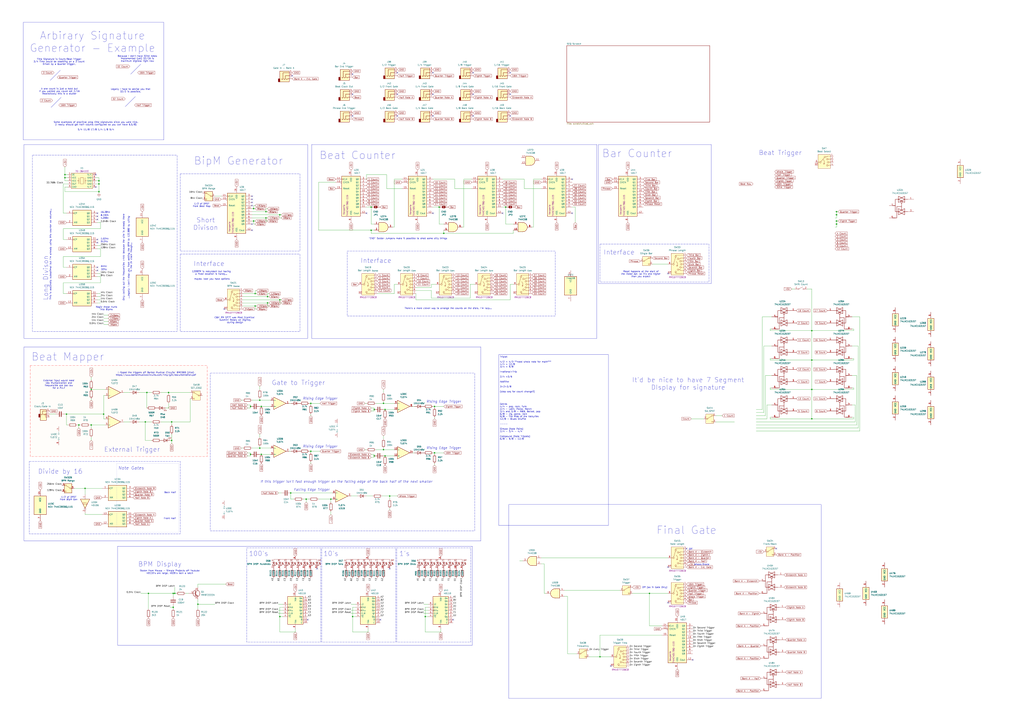
<source format=kicad_sch>
(kicad_sch (version 20231120) (generator "eeschema") (generator_version "8.0")
  (paper "A1")
  (title_block (title "Audio Thing Template") (rev "1.0") (company "velvia-fifty") (comment 1 "https://github.com/velvia-fifty/AudioThings") (comment 2 "You should have changed this already :)") (comment 4 "Stay humble"))
  (junction (at 229.87 246.38))
  (junction (at 81.28 151.13))
  (junction (at 209.55 251.46))
  (junction (at 238.76 405.13))
  (junction (at 255.27 370.84))
  (junction (at 209.55 241.3))
  (junction (at 307.34 336.55))
  (junction (at 120.65 322.58))
  (junction (at 364.49 191.77))
  (junction (at 81.28 157.48))
  (junction (at 142.24 499.11))
  (junction (at 53.34 143.51))
  (junction (at 251.46 410.21))
  (junction (at 140.97 346.71))
  (junction (at 360.68 170.18))
  (junction (at 142.24 487.68))
  (junction (at 356.87 372.11))
  (junction (at 121.92 487.68))
  (junction (at 218.44 173.99))
  (junction (at 162.56 496.57))
  (junction (at 304.8 189.23))
  (junction (at 307.34 374.65))
  (junction (at 119.38 346.71))
  (junction (at 415.29 170.18))
  (junction (at 219.71 243.84))
  (junction (at 314.96 331.47))
  (junction (at 320.04 407.67))
  (junction (at 69.85 401.32))
  (junction (at 64.77 349.25))
  (junction (at 53.34 146.05))
  (junction (at 213.36 328.93))
  (junction (at 74.93 349.25))
  (junction (at 349.25 506.73))
  (junction (at 140.97 361.95))
  (junction (at 138.43 322.58))
  (junction (at 205.74 334.01))
  (junction (at 666.75 344.17))
  (junction (at 208.28 181.61))
  (junction (at 666.75 271.78))
  (junction (at 687.07 176.53))
  (junction (at 85.09 340.36))
  (junction (at 214.63 334.01))
  (junction (at 666.75 320.04))
  (junction (at 316.23 374.65))
  (junction (at 356.87 334.01))
  (junction (at 229.87 506.73))
  (junction (at 492.76 539.75))
  (junction (at 205.74 373.38))
  (junction (at 208.28 171.45))
  (junction (at 81.28 148.59))
  (junction (at 74.93 320.04))
  (junction (at 666.75 295.91))
  (junction (at 271.78 410.21))
  (junction (at 214.63 373.38))
  (junction (at 304.8 170.18))
  (junction (at 687.07 181.61))
  (junction (at 213.36 368.3))
  (junction (at 54.61 340.36))
  (junction (at 143.51 487.68))
  (junction (at 314.96 369.57))
  (junction (at 316.23 336.55))
  (junction (at 533.4 487.68))
  (junction (at 218.44 179.07))
  (junction (at 687.07 184.15))
  (junction (at 219.71 248.92))
  (junction (at 289.56 506.73))
  (junction (at 687.07 173.99))
  (junction (at 229.87 176.53))
  (junction (at 255.27 331.47))
  (no_connect (at 260.35 467.36))
  (no_connect (at 207.01 189.23))
  (no_connect (at 80.01 180.34))
  (no_connect (at 80.01 219.71))
  (no_connect (at 326.39 95.25))
  (no_connect (at 207.01 163.83))
  (no_connect (at 419.1 77.47))
  (no_connect (at 469.9 147.32))
  (no_connect (at 419.1 59.69))
  (no_connect (at 300.99 175.26))
  (no_connect (at 326.39 77.47))
  (no_connect (at 207.01 166.37))
  (no_connect (at 80.01 175.26))
  (no_connect (at 184.15 254))
  (no_connect (at 289.56 77.47))
  (no_connect (at 388.62 77.47))
  (no_connect (at 548.64 495.3))
  (no_connect (at 412.75 175.26))
  (no_connect (at 501.65 547.37))
  (no_connect (at 207.01 168.91))
  (no_connect (at 312.42 509.27))
  (no_connect (at 469.9 175.26))
  (no_connect (at 80.01 177.8))
  (no_connect (at 419.1 95.25))
  (no_connect (at 320.04 467.36))
  (no_connect (at 80.01 222.25))
  (no_connect (at 388.62 59.69))
  (no_connect (at 207.01 184.15))
  (no_connect (at 637.54 450.85))
  (no_connect (at 80.01 199.39))
  (no_connect (at 568.96 542.29))
  (no_connect (at 80.01 196.85))
  (no_connect (at 372.11 509.27))
  (no_connect (at 289.56 95.25))
  (no_connect (at 326.39 59.69))
  (no_connect (at 78.74 153.67))
  (no_connect (at 355.6 175.26))
  (no_connect (at 563.88 450.85))
  (no_connect (at 355.6 59.69))
  (no_connect (at 548.64 466.09))
  (no_connect (at 240.03 62.23))
  (no_connect (at 289.56 60.96))
  (no_connect (at 355.6 95.25))
  (no_connect (at 78.74 143.51))
  (no_connect (at 207.01 161.29))
  (no_connect (at 252.73 509.27))
  (no_connect (at 355.6 77.47))
  (no_connect (at 548.64 224.79))
  (no_connect (at 388.62 95.25))
  (wire (pts (xy 255.27 370.84) (xy 255.27 372.11)))
  (wire (pts (xy 53.34 143.51) (xy 53.34 146.05)))
  (wire (pts (xy 593.09 341.63) (xy 588.01 341.63)))
  (wire (pts (xy 119.38 361.95) (xy 119.38 346.71)))
  (wire (pts (xy 261.62 189.23) (xy 304.8 189.23)))
  (wire (pts (xy 308.61 331.47) (xy 314.96 331.47)))
  (wire (pts (xy 704.85 351.79) (xy 704.85 284.48)))
  (wire (pts (xy 308.61 369.57) (xy 314.96 369.57)))
  (wire (pts (xy 356.87 344.17) (xy 356.87 342.9)))
  (wire (pts (xy 142.24 487.68) (xy 143.51 487.68)))
  (wire (pts (xy 54.61 340.36) (xy 85.09 340.36)))
  (wire (pts (xy 354.33 245.11) (xy 354.33 238.76)))
  (wire (pts (xy 162.56 500.38) (xy 162.56 496.57)))
  (wire (pts (xy 444.5 463.55) (xy 447.04 463.55)))
  (wire (pts (xy 213.36 367.03) (xy 213.36 368.3)))
  (wire (pts (xy 74.93 328.93) (xy 74.93 327.66)))
  (wire (pts (xy 218.44 179.07) (xy 207.01 179.07)))
  (wire (pts (xy 588.01 346.71) (xy 603.25 346.71)))
  (wire (pts (xy 355.6 372.11) (xy 356.87 372.11)))
  (wire (pts (xy 314.96 368.3) (xy 314.96 369.57)))
  (wire (pts (xy 304.8 189.23) (xy 304.8 191.77)))
  (wire (pts (xy 447.04 487.68) (xy 448.31 487.68)))
  (wire (pts (xy 271.78 422.91) (xy 271.78 420.37)))
  (wire (pts (xy 219.71 251.46) (xy 219.71 248.92)))
  (wire (pts (xy 412.75 170.18) (xy 415.29 170.18)))
  (wire (pts (xy 629.92 344.17) (xy 629.92 332.74)))
  (wire (pts (xy 299.72 369.57) (xy 300.99 369.57)))
  (wire (pts (xy 314.96 358.14) (xy 314.96 360.68)))
  (wire (pts (xy 304.8 337.82) (xy 307.34 337.82)))
  (wire (pts (xy 349.25 506.73) (xy 351.79 506.73)))
  (wire (pts (xy 88.9 266.7) (xy 85.09 266.7)))
  (wire (pts (xy 214.63 334.01) (xy 222.25 334.01)))
  (wire (pts (xy 356.87 334.01) (xy 364.49 334.01)))
  (wire (pts (xy 207.01 328.93) (xy 213.36 328.93)))
  (wire (pts (xy 219.71 181.61) (xy 218.44 181.61)))
  (wire (pts (xy 627.38 339.09) (xy 621.03 339.09)))
  (wire (pts (xy 88.9 264.16) (xy 85.09 264.16)))
  (wire (pts (xy 255.27 370.84) (xy 262.89 370.84)))
  (wire (pts (xy 271.78 410.21) (xy 271.78 412.75)))
  (wire (pts (xy 300.99 170.18) (xy 304.8 170.18)))
  (wire (pts (xy 535.94 217.17) (xy 548.64 217.17)))
  (wire (pts (xy 304.8 191.77) (xy 364.49 191.77)))
  (wire (pts (xy 706.12 260.35) (xy 706.12 354.33)))
  (wire (pts (xy 229.87 499.11) (xy 229.87 506.73)))
  (wire (pts (xy 666.75 344.17) (xy 701.04 344.17)))
  (wire (pts (xy 466.09 490.22) (xy 466.09 537.21)))
  (wire (pts (xy 80.01 201.93) (xy 82.55 201.93)))
  (wire (pts (xy 304.8 170.18) (xy 304.8 184.15)))
  (wire (pts (xy 323.85 186.69) (xy 323.85 147.32)))
  (wire (pts (xy 120.65 322.58) (xy 120.65 335.28)))
  (wire (pts (xy 219.71 241.3) (xy 219.71 243.84)))
  (wire (pts (xy 140.97 346.71) (xy 156.21 346.71)))
  (wire (pts (xy 627.38 284.48) (xy 627.38 339.09)))
  (wire (pts (xy 289.56 499.11) (xy 289.56 506.73)))
  (wire (pts (xy 52.07 210.82) (xy 82.55 210.82)))
  (wire (pts (xy 386.08 233.68) (xy 386.08 245.11)))
  (wire (pts (xy 307.34 374.65) (xy 307.34 375.92)))
  (wire (pts (xy 132.08 322.58) (xy 138.43 322.58)))
  (wire (pts (xy 52.07 241.3) (xy 52.07 232.41)))
  (wire (pts (xy 255.27 331.47) (xy 262.89 331.47)))
  (wire (pts (xy 82.55 182.88) (xy 82.55 187.96)))
  (wire (pts (xy 347.98 504.19) (xy 351.79 504.19)))
  (wire (pts (xy 238.76 370.84) (xy 237.49 370.84)))
  (wire (pts (xy 176.53 161.29) (xy 181.61 161.29)))
  (wire (pts (xy 53.34 146.05) (xy 55.88 146.05)))
  (wire (pts (xy 229.87 519.43) (xy 242.57 519.43)))
  (wire (pts (xy 430.53 154.94) (xy 444.5 154.94)))
  (wire (pts (xy 666.75 295.91) (xy 632.46 295.91)))
  (wire (pts (xy 314.96 369.57) (xy 323.85 369.57)))
  (wire (pts (xy 78.74 146.05) (xy 81.28 146.05)))
  (wire (pts (xy 207.01 368.3) (xy 213.36 368.3)))
  (wire (pts (xy 83.82 422.91) (xy 69.85 422.91)))
  (wire (pts (xy 69.85 401.32) (xy 69.85 406.4)))
  (wire (pts (xy 472.44 170.18) (xy 472.44 182.88)))
  (wire (pts (xy 80.01 224.79) (xy 82.55 224.79)))
  (wire (pts (xy 314.96 374.65) (xy 316.23 374.65)))
  (wire (pts (xy 415.29 170.18) (xy 415.29 184.15)))
  (wire (pts (xy 355.6 170.18) (xy 360.68 170.18)))
  (wire (pts (xy 156.21 322.58) (xy 138.43 322.58)))
  (wire (pts (xy 317.5 154.94) (xy 317.5 143.51)))
  (wire (pts (xy 64.77 349.25) (xy 66.04 349.25)))
  (wire (pts (xy 633.73 342.9) (xy 632.46 342.9)))
  (wire (pts (xy 140.97 346.71) (xy 140.97 349.25)))
  (wire (pts (xy 304.8 184.15) (xy 307.34 184.15)))
  (wire (pts (xy 88.9 261.62) (xy 85.09 261.62)))
  (wire (pts (xy 304.8 335.28) (xy 307.34 335.28)))
  (wire (pts (xy 356.87 334.01) (xy 356.87 335.28)))
  (wire (pts (xy 53.34 340.36) (xy 54.61 340.36)))
  (wire (pts (xy 209.55 238.76) (xy 209.55 241.3)))
  (wire (pts (xy 314.96 320.04) (xy 314.96 322.58)))
  (wire (pts (xy 218.44 181.61) (xy 218.44 179.07)))
  (wire (pts (xy 356.87 372.11) (xy 356.87 373.38)))
  (wire (pts (xy 54.61 219.71) (xy 52.07 219.71)))
  (wire (pts (xy 203.2 372.11) (xy 205.74 372.11)))
  (wire (pts (xy 203.2 335.28) (xy 205.74 335.28)))
  (wire (pts (xy 621.03 346.71) (xy 702.31 346.71)))
  (wire (pts (xy 81.28 146.05) (xy 81.28 148.59)))
  (wire (pts (xy 143.51 487.68) (xy 144.78 487.68)))
  (wire (pts (xy 88.9 259.08) (xy 85.09 259.08)))
  (wire (pts (xy 85.09 340.36) (xy 85.09 344.17)))
  (wire (pts (xy 198.12 328.93) (xy 199.39 328.93)))
  (wire (pts (xy 203.2 332.74) (xy 205.74 332.74)))
  (wire (pts (xy 121.92 500.38) (xy 121.92 487.68)))
  (wire (pts (xy 119.38 361.95) (xy 124.46 361.95)))
  (wire (pts (xy 254 370.84) (xy 255.27 370.84)))
  (wire (pts (xy 115.57 487.68) (xy 121.92 487.68)))
  (wire (pts (xy 213.36 356.87) (xy 213.36 359.41)))
  (wire (pts (xy 261.62 149.86) (xy 261.62 189.23)))
  (wire (pts (xy 242.57 519.43) (xy 242.57 516.89)))
  (wire (pts (xy 143.51 482.6) (xy 143.51 487.68)))
  (wire (pts (xy 314.96 331.47) (xy 323.85 331.47)))
  (wire (pts (xy 80.01 241.3) (xy 82.55 241.3)))
  (wire (pts (xy 373.38 154.94) (xy 387.35 154.94)))
  (wire (pts (xy 254 331.47) (xy 255.27 331.47)))
  (wire (pts (xy 632.46 271.78) (xy 666.75 271.78)))
  (wire (pts (xy 213.36 334.01) (xy 214.63 334.01)))
  (wire (pts (xy 533.4 487.68) (xy 548.64 487.68)))
  (wire (pts (xy 704.85 284.48) (xy 699.77 284.48)))
  (wire (pts (xy 238.76 405.13) (xy 273.05 405.13)))
  (wire (pts (xy 69.85 422.91) (xy 69.85 421.64)))
  (wire (pts (xy 349.25 499.11) (xy 349.25 506.73)))
  (wire (pts (xy 255.27 341.63) (xy 255.27 340.36)))
  (wire (pts (xy 142.24 500.38) (xy 142.24 499.11)))
  (wire (pts (xy 162.56 482.6) (xy 162.56 480.06)))
  (wire (pts (xy 354.33 233.68) (xy 358.14 233.68)))
  (wire (pts (xy 140.97 361.95) (xy 140.97 364.49)))
  (wire (pts (xy 213.36 327.66) (xy 213.36 328.93)))
  (wire (pts (xy 292.1 499.11) (xy 289.56 499.11)))
  (wire (pts (xy 208.28 181.61) (xy 207.01 181.61)))
  (wire (pts (xy 666.75 271.78) (xy 701.04 271.78)))
  (wire (pts (xy 80.01 182.88) (xy 82.55 182.88)))
  (wire (pts (xy 231.14 246.38) (xy 229.87 246.38)))
  (wire (pts (xy 699.77 294.64) (xy 701.04 294.64)))
  (wire (pts (xy 685.8 186.69) (xy 687.07 186.69)))
  (wire (pts (xy 80.01 243.84) (xy 82.55 243.84)))
  (wire (pts (xy 82.55 204.47) (xy 80.01 204.47)))
  (wire (pts (xy 543.56 514.35) (xy 533.4 514.35)))
  (wire (pts (xy 52.07 175.26) (xy 52.07 151.13)))
  (wire (pts (xy 162.56 496.57) (xy 162.56 492.76)))
  (wire (pts (xy 106.68 346.71) (xy 101.6 346.71)))
  (wire (pts (xy 288.29 504.19) (xy 292.1 504.19)))
  (wire (pts (xy 320.04 407.67) (xy 326.39 407.67)))
  (wire (pts (xy 347.98 501.65) (xy 351.79 501.65)))
  (wire (pts (xy 81.28 148.59) (xy 81.28 151.13)))
  (wire (pts (xy 364.49 189.23) (xy 364.49 191.77)))
  (wire (pts (xy 364.49 184.15) (xy 360.68 184.15)))
  (wire (pts (xy 621.03 351.79) (xy 704.85 351.79)))
  (wire (pts (xy 687.07 186.69) (xy 687.07 184.15)))
  (wire (pts (xy 53.34 146.05) (xy 53.34 148.59)))
  (wire (pts (xy 238.76 331.47) (xy 237.49 331.47)))
  (wire (pts (xy 205.74 332.74) (xy 205.74 334.01)))
  (wire (pts (xy 82.55 232.41) (xy 82.55 227.33)))
  (wire (pts (xy 299.72 331.47) (xy 300.99 331.47)))
  (polyline (pts (xy 41.275 66.04) (xy 49.53 57.785)))
  (wire (pts (xy 361.95 519.43) (xy 361.95 516.89)))
  (wire (pts (xy 447.04 463.55) (xy 447.04 487.68)))
  (wire (pts (xy 412.75 147.32) (xy 430.53 147.32)))
  (wire (pts (xy 628.65 308.61) (xy 633.73 308.61)))
  (wire (pts (xy 220.98 241.3) (xy 219.71 241.3)))
  (wire (pts (xy 702.31 332.74) (xy 699.77 332.74)))
  (wire (pts (xy 213.36 328.93) (xy 222.25 328.93)))
  (wire (pts (xy 54.61 340.36) (xy 54.61 349.25)))
  (wire (pts (xy 304.8 375.92) (xy 307.34 375.92)))
  (wire (pts (xy 519.43 487.68) (xy 533.4 487.68)))
  (wire (pts (xy 251.46 410.21) (xy 248.92 410.21)))
  (wire (pts (xy 381 147.32) (xy 387.35 147.32)))
  (wire (pts (xy 289.56 519.43) (xy 302.26 519.43)))
  (wire (pts (xy 699.77 260.35) (xy 706.12 260.35)))
  (wire (pts (xy 685.8 184.15) (xy 687.07 184.15)))
  (wire (pts (xy 626.11 260.35) (xy 633.73 260.35)))
  (wire (pts (xy 322.58 186.69) (xy 323.85 186.69)))
  (wire (pts (xy 626.11 336.55) (xy 626.11 260.35)))
  (wire (pts (xy 208.28 171.45) (xy 209.55 171.45)))
  (wire (pts (xy 229.87 176.53) (xy 207.01 176.53)))
  (wire (pts (xy 199.39 243.84) (xy 219.71 243.84)))
  (wire (pts (xy 633.73 284.48) (xy 627.38 284.48)))
  (wire (pts (xy 52.07 151.13) (xy 55.88 151.13)))
  (wire (pts (xy 421.64 191.77) (xy 421.64 189.23)))
  (wire (pts (xy 229.87 176.53) (xy 229.87 179.07)))
  (wire (pts (xy 152.4 487.68) (xy 154.94 487.68)))
  (wire (pts (xy 231.14 176.53) (xy 229.87 176.53)))
  (wire (pts (xy 55.88 148.59) (xy 53.34 148.59)))
  (wire (pts (xy 313.69 407.67) (xy 320.04 407.67)))
  (wire (pts (xy 307.34 336.55) (xy 307.34 337.82)))
  (wire (pts (xy 706.12 354.33) (xy 621.03 354.33)))
  (wire (pts (xy 699.77 308.61) (xy 703.58 308.61)))
  (wire (pts (xy 307.34 335.28) (xy 307.34 336.55)))
  (wire (pts (xy 210.82 251.46) (xy 209.55 251.46)))
  (wire (pts (xy 316.23 336.55) (xy 323.85 336.55)))
  (wire (pts (xy 132.08 346.71) (xy 140.97 346.71)))
  (wire (pts (xy 74.93 320.04) (xy 86.36 320.04)))
  (wire (pts (xy 699.77 342.9) (xy 701.04 342.9)))
  (wire (pts (xy 205.74 334.01) (xy 205.74 335.28)))
  (wire (pts (xy 314.96 336.55) (xy 316.23 336.55)))
  (wire (pts (xy 203.2 374.65) (xy 205.74 374.65)))
  (wire (pts (xy 54.61 241.3) (xy 52.07 241.3)))
  (wire (pts (xy 209.55 251.46) (xy 209.55 254)))
  (wire (pts (xy 82.55 248.92) (xy 80.01 248.92)))
  (wire (pts (xy 438.15 186.69) (xy 438.15 147.32)))
  (wire (pts (xy 356.87 382.27) (xy 356.87 381)))
  (wire (pts (xy 632.46 342.9) (xy 632.46 344.17)))
  (wire (pts (xy 687.07 173.99) (xy 687.07 176.53)))
  (wire (pts (xy 701.04 270.51) (xy 701.04 271.78)))
  (wire (pts (xy 340.36 372.11) (xy 339.09 372.11)))
  (wire (pts (xy 219.71 243.84) (xy 220.98 243.84)))
  (polyline (pts (xy 107.315 60.96) (xy 115.57 52.705)))
  (wire (pts (xy 666.75 271.78) (xy 666.75 295.91)))
  (wire (pts (xy 533.4 514.35) (xy 533.4 487.68)))
  (wire (pts (xy 430.53 147.32) (xy 430.53 154.94)))
  (wire (pts (xy 389.89 233.68) (xy 386.08 233.68)))
  (wire (pts (xy 156.21 346.71) (xy 156.21 327.66)))
  (wire (pts (xy 228.6 496.57) (xy 232.41 496.57)))
  (wire (pts (xy 52.07 196.85) (xy 54.61 196.85)))
  (wire (pts (xy 621.03 341.63) (xy 628.65 341.63)))
  (wire (pts (xy 628.65 341.63) (xy 628.65 308.61)))
  (wire (pts (xy 199.39 241.3) (xy 209.55 241.3)))
  (wire (pts (xy 232.41 499.11) (xy 229.87 499.11)))
  (wire (pts (xy 81.28 157.48) (xy 81.28 158.75)))
  (wire (pts (xy 78.74 151.13) (xy 81.28 151.13)))
  (wire (pts (xy 685.8 176.53) (xy 687.07 176.53)))
  (wire (pts (xy 415.29 184.15) (xy 421.64 184.15)))
  (wire (pts (xy 341.63 241.3) (xy 341.63 246.38)))
  (wire (pts (xy 255.27 331.47) (xy 255.27 332.74)))
  (wire (pts (xy 304.8 373.38) (xy 307.34 373.38)))
  (wire (pts (xy 229.87 506.73) (xy 232.41 506.73)))
  (wire (pts (xy 86.36 325.12) (xy 85.09 325.12)))
  (wire (pts (xy 632.46 294.64) (xy 633.73 294.64)))
  (wire (pts (xy 208.28 181.61) (xy 208.28 184.15)))
  (wire (pts (xy 205.74 372.11) (xy 205.74 373.38)))
  (wire (pts (xy 666.75 344.17) (xy 666.75 320.04)))
  (wire (pts (xy 340.36 334.01) (xy 339.09 334.01)))
  (wire (pts (xy 381 186.69) (xy 381 147.32)))
  (wire (pts (xy 444.5 458.47) (xy 548.64 458.47)))
  (wire (pts (xy 40.64 340.36) (xy 45.72 340.36)))
  (wire (pts (xy 52.07 187.96) (xy 52.07 196.85)))
  (wire (pts (xy 354.33 238.76) (xy 341.63 238.76)))
  (wire (pts (xy 492.76 521.97) (xy 543.56 521.97)))
  (wire (pts (xy 251.46 412.75) (xy 251.46 410.21)))
  (wire (pts (xy 73.66 349.25) (xy 74.93 349.25)))
  (wire (pts (xy 699.77 270.51) (xy 701.04 270.51)))
  (wire (pts (xy 687.07 181.61) (xy 688.34 181.61)))
  (wire (pts (xy 633.73 318.77) (xy 632.46 318.77)))
  (wire (pts (xy 176.53 496.57) (xy 162.56 496.57)))
  (wire (pts (xy 469.9 170.18) (xy 472.44 170.18)))
  (wire (pts (xy 687.07 176.53) (xy 687.07 179.07)))
  (wire (pts (xy 74.93 349.25) (xy 86.36 349.25)))
  (wire (pts (xy 228.6 405.13) (xy 231.14 405.13)))
  (wire (pts (xy 633.73 270.51) (xy 632.46 270.51)))
  (wire (pts (xy 632.46 344.17) (xy 666.75 344.17)))
  (wire (pts (xy 703.58 349.25) (xy 621.03 349.25)))
  (wire (pts (xy 214.63 373.38) (xy 222.25 373.38)))
  (wire (pts (xy 687.07 179.07) (xy 685.8 179.07)))
  (wire (pts (xy 364.49 191.77) (xy 421.64 191.77)))
  (wire (pts (xy 53.34 153.67) (xy 55.88 153.67)))
  (wire (pts (xy 304.8 189.23) (xy 307.34 189.23)))
  (wire (pts (xy 483.87 539.75) (xy 492.76 539.75)))
  (wire (pts (xy 255.27 381) (xy 255.27 379.73)))
  (wire (pts (xy 373.38 147.32) (xy 373.38 154.94)))
  (wire (pts (xy 121.92 487.68) (xy 142.24 487.68)))
  (wire (pts (xy 351.79 499.11) (xy 349.25 499.11)))
  (wire (pts (xy 53.34 137.16) (xy 53.34 143.51)))
  (wire (pts (xy 271.78 410.21) (xy 273.05 410.21)))
  (wire (pts (xy 52.07 232.41) (xy 82.55 232.41)))
  (wire (pts (xy 85.09 344.17) (xy 86.36 344.17)))
  (wire (pts (xy 666.75 295.91) (xy 701.04 295.91)))
  (wire (pts (xy 207.01 173.99) (xy 218.44 173.99)))
  (wire (pts (xy 323.85 233.68) (xy 323.85 241.3)))
  (wire (pts (xy 307.34 373.38) (xy 307.34 374.65)))
  (wire (pts (xy 85.09 340.36) (xy 85.09 325.12)))
  (wire (pts (xy 213.36 317.5) (xy 213.36 320.04)))
  (wire (pts (xy 139.7 361.95) (xy 140.97 361.95)))
  (wire (pts (xy 341.63 236.22) (xy 354.33 236.22)))
  (wire (pts (xy 492.76 539.75) (xy 501.65 539.75)))
  (wire (pts (xy 228.6 501.65) (xy 232.41 501.65)))
  (polyline (pts (xy 102.87 87.63) (xy 111.125 79.375)))
  (wire (pts (xy 300.99 407.67) (xy 306.07 407.67)))
  (wire (pts (xy 54.61 175.26) (xy 52.07 175.26)))
  (wire (pts (xy 60.96 401.32) (xy 69.85 401.32)))
  (wire (pts (xy 426.72 461.01) (xy 429.26 461.01)))
  (wire (pts (xy 275.59 149.86) (xy 261.62 149.86)))
  (wire (pts (xy 199.39 251.46) (xy 209.55 251.46)))
  (wire (pts (xy 419.1 233.68) (xy 421.64 233.68)))
  (wire (pts (xy 323.85 147.32) (xy 330.2 147.32)))
  (wire (pts (xy 162.56 480.06) (xy 185.42 480.06)))
  (wire (pts (xy 349.25 519.43) (xy 361.95 519.43)))
  (wire (pts (xy 199.39 246.38) (xy 229.87 246.38)))
  (wire (pts (xy 207.01 171.45) (xy 208.28 171.45)))
  (wire (pts (xy 219.71 248.92) (xy 220.98 248.92)))
  (wire (pts (xy 666.75 237.49) (xy 666.75 271.78)))
  (wire (pts (xy 687.07 184.15) (xy 687.07 181.61)))
  (wire (pts (xy 74.93 309.88) (xy 74.93 312.42)))
  (wire (pts (xy 208.28 168.91) (xy 208.28 171.45)))
  (wire (pts (xy 199.39 248.92) (xy 219.71 248.92)))
  (wire (pts (xy 231.14 248.92) (xy 229.87 248.92)))
  (wire (pts (xy 135.89 335.28) (xy 138.43 335.28)))
  (wire (pts (xy 360.68 184.15) (xy 360.68 170.18)))
  (wire (pts (xy 317.5 143.51) (xy 300.99 143.51)))
  (wire (pts (xy 326.39 233.68) (xy 323.85 233.68)))
  (wire (pts (xy 701.04 342.9) (xy 701.04 344.17)))
  (wire (pts (xy 210.82 238.76) (xy 209.55 238.76)))
  (wire (pts (xy 114.3 346.71) (xy 119.38 346.71)))
  (wire (pts (xy 209.55 241.3) (xy 210.82 241.3)))
  (wire (pts (xy 492.76 521.97) (xy 492.76 539.75)))
  (wire (pts (xy 228.6 504.19) (xy 232.41 504.19)))
  (wire (pts (xy 142.24 499.11) (xy 142.24 497.84)))
  (wire (pts (xy 419.1 233.68) (xy 419.1 246.38)))
  (wire (pts (xy 120.65 322.58) (xy 124.46 322.58)))
  (wire (pts (xy 142.24 490.22) (xy 142.24 487.68)))
  (wire (pts (xy 436.88 186.69) (xy 438.15 186.69)))
  (wire (pts (xy 219.71 171.45) (xy 218.44 171.45)))
  (wire (pts (xy 356.87 372.11) (xy 364.49 372.11)))
  (wire (pts (xy 701.04 318.77) (xy 701.04 320.04)))
  (wire (pts (xy 650.24 237.49) (xy 652.78 237.49)))
  (wire (pts (xy 238.76 405.13) (xy 238.76 410.21)))
  (wire (pts (xy 320.04 407.67) (xy 320.04 410.21)))
  (wire (pts (xy 703.58 308.61) (xy 703.58 349.25)))
  (wire (pts (xy 702.31 346.71) (xy 702.31 332.74)))
  (wire (pts (xy 466.09 537.21) (xy 473.71 537.21)))
  (wire (pts (xy 218.44 171.45) (xy 218.44 173.99)))
  (wire (pts (xy 302.26 519.43) (xy 302.26 516.89)))
  (wire (pts (xy 52.07 219.71) (xy 52.07 210.82)))
  (wire (pts (xy 213.36 368.3) (xy 222.25 368.3)))
  (wire (pts (xy 289.56 506.73) (xy 292.1 506.73)))
  (wire (pts (xy 241.3 410.21) (xy 238.76 410.21)))
  (wire (pts (xy 288.29 501.65) (xy 292.1 501.65)))
  (wire (pts (xy 209.55 181.61) (xy 208.28 181.61)))
  (wire (pts (xy 82.55 187.96) (xy 52.07 187.96)))
  (wire (pts (xy 205.74 373.38) (xy 205.74 374.65)))
  (wire (pts (xy 463.55 490.22) (xy 466.09 490.22)))
  (wire (pts (xy 231.14 179.07) (xy 229.87 179.07)))
  (wire (pts (xy 218.44 179.07) (xy 219.71 179.07)))
  (wire (pts (xy 229.87 246.38) (xy 229.87 248.92)))
  (wire (pts (xy 80.01 246.38) (xy 82.55 246.38)))
  (wire (pts (xy 666.75 320.04) (xy 666.75 295.91)))
  (wire (pts (xy 218.44 173.99) (xy 219.71 173.99)))
  (wire (pts (xy 106.68 322.58) (xy 101.6 322.58)))
  (wire (pts (xy 288.29 496.57) (xy 292.1 496.57)))
  (wire (pts (xy 119.38 346.71) (xy 124.46 346.71)))
  (wire (pts (xy 74.93 349.25) (xy 74.93 351.79)))
  (wire (pts (xy 64.77 351.79) (xy 64.77 349.25)))
  (wire (pts (xy 309.88 241.3) (xy 323.85 241.3)))
  (wire (pts (xy 632.46 295.91) (xy 632.46 294.64)))
  (wire (pts (xy 293.37 407.67) (xy 288.29 407.67)))
  (wire (pts (xy 53.34 157.48) (xy 53.34 153.67)))
  (wire (pts (xy 688.34 173.99) (xy 687.07 173.99)))
  (wire (pts (xy 347.98 496.57) (xy 351.79 496.57)))
  (wire (pts (xy 701.04 294.64) (xy 701.04 295.91)))
  (wire (pts (xy 632.46 270.51) (xy 632.46 271.78)))
  (wire (pts (xy 83.82 401.32) (xy 69.85 401.32)))
  (wire (pts (xy 114.3 322.58) (xy 120.65 322.58)))
  (wire (pts (xy 251.46 410.21) (xy 254 410.21)))
  (wire (pts (xy 463.55 485.14) (xy 509.27 485.14)))
  (wire (pts (xy 629.92 332.74) (xy 633.73 332.74)))
  (wire (pts (xy 355.6 334.01) (xy 356.87 334.01)))
  (wire (pts (xy 687.07 173.99) (xy 685.8 173.99)))
  (wire (pts (xy 209.55 168.91) (xy 208.28 168.91)))
  (wire (pts (xy 198.12 368.3) (xy 199.39 368.3)))
  (wire (pts (xy 354.33 236.22) (xy 354.33 233.68)))
  (wire (pts (xy 261.62 410.21) (xy 271.78 410.21)))
  (wire (pts (xy 229.87 506.73) (xy 229.87 519.43)))
  (wire (pts (xy 666.75 320.04) (xy 701.04 320.04)))
  (wire (pts (xy 699.77 318.77) (xy 701.04 318.77)))
  (wire (pts (xy 632.46 318.77) (xy 632.46 320.04)))
  (wire (pts (xy 341.63 246.38) (xy 419.1 246.38)))
  (wire (pts (xy 74.93 361.95) (xy 74.93 359.41)))
  (wire (pts (xy 349.25 506.73) (xy 349.25 519.43)))
  (wire (pts (xy 210.82 254) (xy 209.55 254)))
  (wire (pts (xy 81.28 157.48) (xy 53.34 157.48)))
  (wire (pts (xy 314.96 330.2) (xy 314.96 331.47)))
  (wire (pts (xy 220.98 251.46) (xy 219.71 251.46)))
  (wire (pts (xy 82.55 227.33) (xy 80.01 227.33)))
  (wire (pts (xy 213.36 373.38) (xy 214.63 373.38)))
  (wire (pts (xy 64.77 349.25) (xy 63.5 349.25)))
  (wire (pts (xy 55.88 349.25) (xy 54.61 349.25)))
  (wire (pts (xy 320.04 417.83) (xy 320.04 419.1)))
  (wire (pts (xy 140.97 356.87) (xy 140.97 361.95)))
  (wire (pts (xy 139.7 499.11) (xy 142.24 499.11)))
  (wire (pts (xy 379.73 186.69) (xy 381 186.69)))
  (wire (pts (xy 632.46 320.04) (xy 666.75 320.04)))
  (wire (pts (xy 209.55 184.15) (xy 208.28 184.15)))
  (wire (pts (xy 81.28 151.13) (xy 81.28 157.48)))
  (wire (pts (xy 316.23 374.65) (xy 323.85 374.65)))
  (wire (pts (xy 386.08 245.11) (xy 354.33 245.11)))
  (polyline (pts (xy 41.91 88.265) (xy 50.165 80.01)))
  (wire (pts (xy 355.6 147.32) (xy 373.38 147.32)))
  (wire (pts (xy 621.03 336.55) (xy 626.11 336.55)))
  (wire (pts (xy 138.43 335.28) (xy 138.43 331.47)))
  (wire (pts (xy 78.74 148.59) (xy 81.28 148.59)))
  (wire (pts (xy 685.8 181.61) (xy 687.07 181.61)))
  (wire (pts (xy 662.94 237.49) (xy 666.75 237.49)))
  (wire (pts (xy 438.15 147.32) (xy 444.5 147.32)))
  (wire (pts (xy 567.69 344.17) (xy 577.85 344.17)))
  (wire (pts (xy 621.03 344.17) (xy 629.92 344.17)))
  (wire (pts (xy 53.34 143.51) (xy 55.88 143.51)))
  (wire (pts (xy 289.56 506.73) (xy 289.56 519.43)))
  (wire (pts (xy 82.55 210.82) (xy 82.55 204.47)))
  (wire (pts (xy 300.99 147.32) (xy 300.99 143.51)))
  (wire (pts (xy 330.2 154.94) (xy 317.5 154.94)))
  (wire (pts (xy 138.43 322.58) (xy 138.43 323.85)))
  (rectangle (start 325.755 450.215) (end 386.715 527.685) (stroke (width 0) (type dash)))
  (rectangle (start 147.955 208.915) (end 246.38 272.415) (stroke (width 0) (type dash)))
  (rectangle (start 26.67 127.635) (end 145.415 272.415) (stroke (width 0) (type dash)))
  (rectangle (start 95.885 381) (end 146.685 437.515) (stroke (width 0) (type dot)))
  (rectangle (start 491.49 118.745) (end 584.2 233.045))
  (rectangle (start 255.905 118.745) (end 490.22 278.13))
  (rectangle (start 24.13 379.095) (end 147.955 438.785) (stroke (width 0) (type dash)))
  (rectangle (start 19.05 18.415) (end 134.62 114.935))
  (rectangle (start 285.115 206.375) (end 455.93 259.715) (stroke (width 0) (type dash)))
  (rectangle (start 417.83 414.655) (end 674.37 574.04))
  (rectangle (start 19.685 285.115) (end 394.97 444.5))
  (rectangle (start 24.765 300.355) (end 170.18 375.285) (stroke (width 0) (type dash_dot) (color 255 0 0 1)) (fill (type color) (color 255 229 191 0.08)))
  (rectangle (start 19.685 118.745) (end 252.73 278.13))
  (rectangle (start 492.76 200.66) (end 582.295 231.775) (stroke (width 0) (type dash)))
  (rectangle (start 172.72 306.705) (end 389.89 436.245) (stroke (width 0) (type dash)))
  (rectangle (start 96.52 448.945) (end 387.985 530.225))
  (rectangle (start 147.955 142.875) (end 246.38 206.375) (stroke (width 0) (type dash)))
  (rectangle (start 264.16 450.215) (end 325.12 527.685) (stroke (width 0) (type dash)))
  (rectangle (start 202.565 450.215) (end 263.525 527.685) (stroke (width 0) (type dash)))
  (text_box "Triplet\n\n4/2 > 4/3 **need whole note for math***\n4/4 > 12/8\n3/4 > 9/8\n\nIrrational+Trip\n\n2/4 >3/6\n\nAdditive\n\n3+2+3/8\n\n(step seq for count change?)\n\n\n\n\nGenre:\n4/4 - pop, rock, funk\n2/4 - Latin, Polka, March\n3/4 and 3/8 - R&B, Ballad, pop\n6/8 - Jig, polka, rock\n9/8 - The Ride of the Valkyries\n12/8 - Blues Shuffle\n\n----\n\nSimple (Note Pairs)\n2/4 - 3/4 - 4/4\n\nCompound (Note Triplets)\n6/8 - 9/8 - 12/8\n" (at 409.575 291.465 0) (size 90.17 140.335) (effects (font (size 1.27 1.27)) (justify left top)))
  (text "This is assuredly suboptimal but I'm alresdy using this counter so volume..." (at 41.402 209.042 90) (effects (font (size 1.27 1.27))))
  (text "Off (as in Gate Only)" (at 537.718 482.854 0) (effects (font (size 1.27 1.27) (italic yes))))
  (text "Because I don't have 32nd notes\nimplemented (yet) 32/16 is\nmaximum bigness right now" (at 112.776 48.26 0) (effects (font (size 1.27 1.27))))
  (text "64Hz" (at 82.804 219.71 0) (effects (font (size 1.27 1.27) (italic yes)) (justify left bottom)))
  (text "8.192k" (at 82.55 177.8 0) (effects (font (size 1.27 1.27) (italic yes)) (justify left bottom)))
  (text "It'd be nice to have 7 Segment\nDIsplay for signature" (at 565.15 315.468 0) (effects (font (size 3.81 3.81))))
  (text "Some examples of practical prog time signatures since you were nice.\n(I really should get half-counts configured so you can have 6.5/8)\n\n5/4 11/8 17/8 1/4 1/8 9/4" (at 78.74 103.632 0) (effects (font (size 1.27 1.27))))
  (text "Short\nDivison" (at 168.91 184.15 0) (effects (font (size 3.81 3.81))))
  (text "\"END\" Solder Jumpers make it possible to shed some silly things" (at 335.026 196.088 0) (effects (font (size 1.27 1.27))))
  (text "Long Divison" (at 37.592 228.6 90) (effects (font (size 3.81 3.81))))
  (text "Rising Edge Trigger" (at 364.49 330.2 0) (effects (font (size 1.905 1.905) (italic yes))))
  (text "1/2 of DPDT\nfrom Beat Map" (at 165.608 168.656 0) (effects (font (size 1.27 1.27) (italic yes))))
  (text "Stolen from Mousa - Simple Projects off Youtube\n40110's are large, 4026's lack a latch" (at 139.446 470.154 0) (effects (font (size 1.27 1.27))))
  (text "512Hz" (at 82.55 199.39 0) (effects (font (size 1.27 1.27) (italic yes)) (justify left bottom)))
  (text "Front Half" (at 139.446 426.212 0) (effects (font (size 1.27 1.27))))
  (text "I ripped the triggers off Barton Musical Circuits' BMC069 (nice)\nhttps://www.bartonmusicalcircuits.com/4hp/g2t/documentation.pdf" (at 128.016 307.34 0) (effects (font (size 1.27 1.27))))
  (text "Rising Edge Trigger" (at 364.49 368.3 0) (effects (font (size 1.905 1.905) (italic yes))))
  (text "Beat Trigger" (at 640.842 125.73 0) (effects (font (size 3.81 3.81))))
  (text "Back Half" (at 139.7 404.876 0) (effects (font (size 1.27 1.27))))
  (text "Final Gate" (at 563.88 435.864 0) (effects (font (size 6.35 6.35))))
  (text "Rising Edge Trigger" (at 262.89 367.03 0) (effects (font (size 1.905 1.905) (italic yes))))
  (text "Note Gates" (at 107.696 384.81 0) (effects (font (size 2.54 2.54) (italic yes))))
  (text "Only calling out the frequencies >4Hz because the wire is already there\n\n...legally I can't stop you from setting the BPM to 122,880 by wiring\nin the 2k clock though..." (at 104.648 211.582 90) (effects (font (size 1.27 1.27) (italic yes))))
  (text "Bar Counter" (at 523.24 126.238 0) (effects (font (size 6.35 6.35))))
  (text "Magic those Hurts\ninto Bipms" (at 87.376 253.492 0) (effects (font (size 1.27 1.27) (italic yes))))
  (text "Arbirary Signature\nGenerator - Example" (at 75.946 34.544 0) (effects (font (size 6.35 6.35))))
  (text "Rising Edge Trigger" (at 262.89 327.66 0) (effects (font (size 1.905 1.905) (italic yes))))
  (text "Interface" (at 308.864 214.376 0) (effects (font (size 3.81 3.81))))
  (text "4.096k" (at 82.55 180.086 0) (effects (font (size 1.27 1.27) (italic yes)) (justify left bottom)))
  (text "There's a more clever way to arrange the counts on the dials, I'm lazy..." (at 368.046 253.492 0) (effects (font (size 1.27 1.27) (italic yes))))
  (text "C&K RM SP7T was Most Ecomical \nSubmini Rotary on DigiKey\nduring design" (at 193.04 263.144 0) (effects (font (size 1.27 1.27) (italic yes))))
  (text "External Trigger" (at 108.458 369.57 0) (effects (font (size 3.81 3.81))))
  (text "1/2 of DPDT\nfrom BipM Gen" (at 56.388 409.702 0) (effects (font (size 1.27 1.27) (italic yes))))
  (text "Interface" (at 171.704 216.916 0) (effects (font (size 3.81 3.81))))
  (text "120BPM is redundant but having \na fixed location is handy... \n\nmaybe, look you have options" (at 173.99 226.314 0) (effects (font (size 1.27 1.27) (italic yes))))
  (text "Legally I have to advise you that\n32/2 is possible." (at 107.188 74.422 0) (effects (font (size 1.27 1.27))))
  (text "Whole/Drone" (at 576.326 464.058 0) (effects (font (size 1.27 1.27) (italic yes))))
  (text "Time Signature is Count/Beat Trigger\n3/4 Time would be resetting on a 3 count\nDriven by a Quarter trigger." (at 48.514 50.8 0) (effects (font (size 1.27 1.27))))
  (text "100's" (at 212.344 455.168 0) (effects (font (size 3.81 3.81))))
  (text "If this trigger isn't fast enough trigger on the falling edge of the back half of the next smaller" (at 284.48 395.986 0) (effects (font (size 1.905 1.905) (italic yes))))
  (text "BPM Display" (at 131.318 463.804 0) (effects (font (size 3.81 3.81))))
  (text "Beat Mapper" (at 55.626 293.37 0) (effects (font (size 6.35 6.35))))
  (text "External input would need\n16x Multiplication and\nfrequencies are too low\nfor a PLL?" (at 48.26 315.976 0) (effects (font (size 1.27 1.27) (italic yes))))
  (text "A one count is just a hold but\nIf you wanted you could set 2/16\nRealistically this is a stutter" (at 48.768 75.184 0) (effects (font (size 1.27 1.27))))
  (text "1.024k" (at 82.55 197.104 0) (effects (font (size 1.27 1.27) (italic yes)) (justify left bottom)))
  (text "32Hz" (at 82.804 222.25 0) (effects (font (size 1.27 1.27) (italic yes)) (justify left bottom)))
  (text "Falling Edge Trigger" (at 256.032 402.59 0) (effects (font (size 1.905 1.905) (italic yes))))
  (text "BipM Generator" (at 195.834 132.334 0) (effects (font (size 6.35 6.35))))
  (text "Divide by 16" (at 49.53 387.604 0) (effects (font (size 3.81 3.81))))
  (text "Beat Counter" (at 293.624 127.762 0) (effects (font (size 6.35 6.35))))
  (text "Interface" (at 508.508 207.518 0) (effects (font (size 3.81 3.81))))
  (text "Gate to Trigger" (at 245.11 314.706 0) (effects (font (size 3.81 3.81))))
  (text "Off" (at 567.182 451.358 0) (effects (font (size 1.27 1.27) (italic yes))))
  (text "Reset happens at the start of\nthe listed bar, so it's one higher\nthan you expect" (at 526.288 225.298 0) (effects (font (size 1.27 1.27) (italic yes))))
  (text "16.384k" (at 82.55 175.26 0) (effects (font (size 1.27 1.27) (italic yes)) (justify left bottom)))
  (text "1's" (at 332.232 455.168 0) (effects (font (size 3.81 3.81))))
  (text "10's" (at 271.78 455.168 0) (effects (font (size 3.81 3.81))))
  (label "E3" (at 252.73 501.65 0) (effects (font (italic yes))))
  (label "C1" (at 372.11 496.57 0) (effects (font (italic yes))))
  (label "F3" (at 252.73 504.19 0) (effects (font (italic yes))))
  (label "B1" (at 349.25 474.98 270) (effects (font (italic yes))))
  (label "BPM DISP Reset" (at 228.6 504.19 180) (effects (font (italic yes))))
  (label "On Fifth Trigger" (at 568.96 524.51 0) (effects (font (italic yes))))
  (label "On Sixth Trigger" (at 516.89 542.29 0) (effects (font (italic yes))))
  (label "C3" (at 252.73 496.57 0) (effects (font (italic yes))))
  (label "16Hz Clock" (at 166.37 158.75 180))
  (label "32.768k Clock" (at 52.07 151.13 180))
  (label "2Hz Clock" (at 82.55 243.84 0))
  (label "On Sixth Trigger" (at 568.96 527.05 0) (effects (font (italic yes))))
  (label "C1" (at 354.33 474.98 270) (effects (font (italic yes))))
  (label "D2" (at 299.72 474.98 270) (effects (font (italic yes))))
  (label "16Hz Clock" (at 82.55 224.79 0))
  (label "A1" (at 344.17 474.98 270) (effects (font (italic yes))))
  (label "4Hz Clock" (at 85.09 259.08 180))
  (label "256Hz Clock" (at 82.55 201.93 0))
  (label "F1" (at 369.57 474.98 270) (effects (font (italic yes))))
  (label "A1" (at 372.11 491.49 0) (effects (font (italic yes))))
  (label "On Eighth Trigger" (at 568.96 532.13 0) (effects (font (italic yes))))
  (label "1Hz Clock" (at 85.09 264.16 180))
  (label "On Every Trigger" (at 483.87 534.67 0) (effects (font (italic yes))))
  (label "E2" (at 304.8 474.98 270) (effects (font (italic yes))))
  (label "F2" (at 312.42 504.19 0) (effects (font (italic yes))))
  (label "2.048k Clock" (at 82.55 182.88 0))
  (label "G3" (at 252.73 506.73 0) (effects (font (italic yes))))
  (label "BPM DISP Clock" (at 176.53 496.57 0) (effects (font (italic yes))))
  (label "BPM DISP Reset" (at 288.29 504.19 180) (effects (font (italic yes))))
  (label "B3" (at 252.73 494.03 0) (effects (font (italic yes))))
  (label "On Fifth Trigger" (at 516.89 539.75 0) (effects (font (italic yes))))
  (label "G1" (at 374.65 474.98 270) (effects (font (italic yes))))
  (label "BPM DISP Latch" (at 288.29 496.57 180) (effects (font (italic yes))))
  (label "G3" (at 255.27 474.98 270) (effects (font (italic yes))))
  (label "BPM DISP Clock" (at 228.6 501.65 180) (effects (font (italic yes))))
  (label "BPM DISP Reset" (at 139.7 499.11 180) (effects (font (italic yes))))
  (label "B3" (at 229.87 474.98 270) (effects (font (italic yes))))
  (label "BPM DISP Reset" (at 347.98 504.19 180) (effects (font (italic yes))))
  (label "8Hz Clock" (at 82.55 227.33 0))
  (label "BPM DISP Clock" (at 288.29 501.65 180) (effects (font (italic yes))))
  (label "0.5Hz Clock" (at 115.57 487.68 180))
  (label "A3" (at 252.73 491.49 0) (effects (font (italic yes))))
  (label "BPM DISP Latch" (at 143.51 482.6 180) (effects (font (italic yes))))
  (label "E2" (at 312.42 501.65 0) (effects (font (italic yes))))
  (label "D3" (at 252.73 499.11 0) (effects (font (italic yes))))
  (label "On Seventh Trigger" (at 568.96 529.59 0) (effects (font (italic yes))))
  (label "BPM DISP Latch" (at 228.6 496.57 180) (effects (font (italic yes))))
  (label "On Second Trigger" (at 568.96 516.89 0) (effects (font (italic yes))))
  (label "C2" (at 312.42 496.57 0) (effects (font (italic yes))))
  (label "D1" (at 359.41 474.98 270) (effects (font (italic yes))))
  (label "256Hz Clock" (at 50.8 398.78 180))
  (label "F3" (at 250.19 474.98 270) (effects (font (italic yes))))
  (label "0.5Hz Clock" (at 82.55 248.92 0))
  (label "4Hz Clock" (at 82.55 241.3 0))
  (label "128Hz Clock" (at 82.55 204.47 0))
  (label "D3" (at 240.03 474.98 270) (effects (font (italic yes))))
  (label "2Hz Clock" (at 85.09 261.62 180))
  (label "B2" (at 312.42 494.03 0) (effects (font (italic yes))))
  (label "BPM DISP Clock" (at 347.98 501.65 180) (effects (font (italic yes))))
  (label "128Hz Clock" (at 50.8 403.86 180))
  (label "B2" (at 289.56 474.98 270) (effects (font (italic yes))))
  (label "A3" (at 224.79 474.98 270) (effects (font (italic yes))))
  (label "D2" (at 312.42 499.11 0) (effects (font (italic yes))))
  (label "On Third Trigger" (at 568.96 519.43 0) (effects (font (italic yes))))
  (label "F2" (at 309.88 474.98 270) (effects (font (italic yes))))
  (label "On Third Trigger" (at 516.89 534.67 0) (effects (font (italic yes))))
  (label "E1" (at 372.11 501.65 0) (effects (font (italic yes))))
  (label "On Eighth Trigger" (at 516.89 547.37 0) (effects (font (italic yes))))
  (label "G2" (at 312.42 506.73 0) (effects (font (italic yes))))
  (label "BPM DISP Clock" (at 379.73 474.98 270) (effects (font (italic yes))))
  (label "G1" (at 372.11 506.73 0) (effects (font (italic yes))))
  (label "1Hz Clock" (at 82.55 246.38 0))
  (label "F1" (at 372.11 504.19 0) (effects (font (italic yes))))
  (label "C3" (at 234.95 474.98 270) (effects (font (italic yes))))
  (label "G2" (at 314.96 474.98 270) (effects (font (italic yes))))
  (label "BPM DISP Latch" (at 347.98 496.57 180) (effects (font (italic yes))))
  (label "E1" (at 364.49 474.98 270) (effects (font (italic yes))))
  (label "E3" (at 245.11 474.98 270) (effects (font (italic yes))))
  (label "On Seventh Trigger" (at 516.89 544.83 0) (effects (font (italic yes))))
  (label "On Fourth Trigger" (at 568.96 521.97 0) (effects (font (italic yes))))
  (label "On Second Trigger" (at 516.89 532.13 0) (effects (font (italic yes))))
  (label "B1" (at 372.11 494.03 0) (effects (font (italic yes))))
  (label "A2" (at 284.48 474.98 270) (effects (font (italic yes))))
  (label "8Hz Clock" (at 166.37 163.83 180))
  (label "C2" (at 294.64 474.98 270) (effects (font (italic yes))))
  (label "0.5Hz Clock" (at 85.09 266.7 180))
  (label "On Fourth Trigger" (at 516.89 537.21 0) (effects (font (italic yes))))
  (label "A2" (at 312.42 491.49 0) (effects (font (italic yes))))
  (label "D1" (at 372.11 499.11 0) (effects (font (italic yes))))
  (global_label "Seventh Bar" (shape input) (at 528.32 162.56 0) (property "Intersheetrefs" "${INTERSHEET_REFS}" (effects (hide yes))))
  (global_label "GND" (shape input) (at 388.62 57.15 0) (property "Intersheetrefs" "${INTERSHEET_REFS}" (effects (hide yes))))
  (global_label "Beat Raw" (shape input) (at 618.49 151.13 180) (property "Intersheetrefs" "${INTERSHEET_REFS}" (effects (hide yes))))
  (global_label "22 Count" (shape input) (at 405.13 231.14 0) (property "Intersheetrefs" "${INTERSHEET_REFS}" (effects (hide yes))))
  (global_label "Bar" (shape input) (at 422.91 170.18 0) (property "Intersheetrefs" "${INTERSHEET_REFS}" (effects (hide yes))))
  (global_label "27 Count" (shape input) (at 469.9 152.4 0) (property "Intersheetrefs" "${INTERSHEET_REFS}" (effects (hide yes))))
  (global_label "9 Count" (shape input) (at 300.99 167.64 0) (property "Intersheetrefs" "${INTERSHEET_REFS}" (effects (hide yes))))
  (global_label "Half Note A" (shape input) (at 203.2 332.74 180) (property "Intersheetrefs" "${INTERSHEET_REFS}" (effects (hide yes))))
  (global_label "Eighth Tigger" (shape input) (at 688.34 181.61 0) (property "Intersheetrefs" "${INTERSHEET_REFS}" (effects (hide yes))))
  (global_label "Bank A - Sixteenth" (shape input) (at 563.88 453.39 0) (effects (font (italic yes))) (property "Intersheetrefs" "${INTERSHEET_REFS}" (effects (hide yes))))
  (global_label "Half Note B" (shape input) (at 203.2 335.28 180) (property "Intersheetrefs" "${INTERSHEET_REFS}" (effects (hide yes))))
  (global_label "Sixteenth Note A" (shape input) (at 643.89 472.44 0) (property "Intersheetrefs" "${INTERSHEET_REFS}" (effects (hide yes))))
  (global_label "192_{BPM}" (shape input) (at 210.82 251.46 0) (effects (font (italic yes))) (property "Intersheetrefs" "${INTERSHEET_REFS}" (effects (hide yes))))
  (global_label "+5V" (shape input) (at 116.84 173.99 90) (property "Intersheetrefs" "${INTERSHEET_REFS}" (effects (hide yes))))
  (global_label "Bank A - Position" (shape input) (at 624.84 514.35 180) (effects (font (italic yes))) (property "Intersheetrefs" "${INTERSHEET_REFS}" (effects (hide yes))))
  (global_label "GND" (shape input) (at 116.84 199.39 270) (property "Intersheetrefs" "${INTERSHEET_REFS}" (effects (hide yes))))
  (global_label "GND" (shape input) (at 543.56 516.89 180) (property "Intersheetrefs" "${INTERSHEET_REFS}" (effects (hide yes))))
  (global_label "+5V" (shape input) (at 288.29 139.7 90) (property "Intersheetrefs" "${INTERSHEET_REFS}" (effects (hide yes))))
  (global_label "GND" (shape input) (at 342.9 182.88 270) (property "Intersheetrefs" "${INTERSHEET_REFS}" (effects (hide yes))))
  (global_label "Second Bar" (shape input) (at 528.32 149.86 0) (property "Intersheetrefs" "${INTERSHEET_REFS}" (effects (hide yes))))
  (global_label "25 Count" (shape input) (at 405.13 238.76 0) (property "Intersheetrefs" "${INTERSHEET_REFS}" (effects (hide yes))))
  (global_label "3 Count" (shape input) (at 654.05 289.56 0) (property "Intersheetrefs" "${INTERSHEET_REFS}" (effects (hide yes))))
  (global_label "GND" (shape input) (at 198.12 328.93 180) (property "Intersheetrefs" "${INTERSHEET_REFS}" (effects (hide yes))))
  (global_label "First Bar" (shape input) (at 528.32 147.32 0) (property "Intersheetrefs" "${INTERSHEET_REFS}" (effects (hide yes))))
  (global_label "16th Trigger" (shape input) (at 636.27 151.13 0) (property "Intersheetrefs" "${INTERSHEET_REFS}" (effects (hide yes))))
  (global_label "16 Count" (shape input) (at 679.45 279.4 180) (property "Intersheetrefs" "${INTERSHEET_REFS}" (effects (hide yes))))
  (global_label "Bank A - Position" (shape input) (at 624.84 567.69 180) (effects (font (italic yes))) (property "Intersheetrefs" "${INTERSHEET_REFS}" (effects (hide yes))))
  (global_label "21 Count" (shape input) (at 405.13 228.6 0) (property "Intersheetrefs" "${INTERSHEET_REFS}" (effects (hide yes))))
  (global_label "GND" (shape input) (at 140.97 364.49 270) (property "Intersheetrefs" "${INTERSHEET_REFS}" (effects (hide yes))))
  (global_label "31 Count" (shape input) (at 469.9 162.56 0) (property "Intersheetrefs" "${INTERSHEET_REFS}" (effects (hide yes))))
  (global_label "32 Count" (shape input) (at 106.68 54.61 180) (property "Intersheetrefs" "${INTERSHEET_REFS}" (effects (hide yes))))
  (global_label "GND" (shape input) (at 54.61 182.88 180) (property "Intersheetrefs" "${INTERSHEET_REFS}" (effects (hide yes))))
  (global_label "32 Count" (shape input) (at 469.9 165.1 0) (property "Intersheetrefs" "${INTERSHEET_REFS}" (effects (hide yes))))
  (global_label "96_{BPM}" (shape input) (at 209.55 171.45 0) (effects (font (italic yes))) (property "Intersheetrefs" "${INTERSHEET_REFS}" (effects (hide yes))))
  (global_label "6 Count" (shape input) (at 309.88 233.68 0) (property "Intersheetrefs" "${INTERSHEET_REFS}" (effects (hide yes))))
  (global_label "28 Count" (shape input) (at 469.9 154.94 0) (property "Intersheetrefs" "${INTERSHEET_REFS}" (effects (hide yes))))
  (global_label "GND" (shape input) (at 326.39 92.71 0) (property "Intersheetrefs" "${INTERSHEET_REFS}" (effects (hide yes))))
  (global_label "32 Count" (shape input) (at 436.88 238.76 0) (property "Intersheetrefs" "${INTERSHEET_REFS}" (effects (hide yes))))
  (global_label "Quarter Note B" (shape input) (at 355.6 97.79 0) (property "Intersheetrefs" "${INTERSHEET_REFS}" (effects (hide yes))))
  (global_label "Sixteenth Note A" (shape input) (at 304.8 373.38 180) (property "Intersheetrefs" "${INTERSHEET_REFS}" (effects (hide yes))))
  (global_label "9 Count" (shape input) (at 309.88 236.22 0) (property "Intersheetrefs" "${INTERSHEET_REFS}" (effects (hide yes))))
  (global_label "Quarter Trigger" (shape input) (at 563.88 485.14 0) (property "Intersheetrefs" "${INTERSHEET_REFS}" (effects (hide yes))))
  (global_label "GND" (shape input) (at 242.57 457.2 90) (property "Intersheetrefs" "${INTERSHEET_REFS}" (effects (hide yes))))
  (global_label "30_{BPM}" (shape input) (at 88.9 266.7 0) (effects (font (italic yes))) (property "Intersheetrefs" "${INTERSHEET_REFS}" (effects (hide yes))))
  (global_label "GND" (shape input) (at 302.26 519.43 270) (property "Intersheetrefs" "${INTERSHEET_REFS}" (effects (hide yes))))
  (global_label "160_{BPM}" (shape input) (at 219.71 171.45 0) (effects (font (italic yes))) (property "Intersheetrefs" "${INTERSHEET_REFS}" (effects (hide yes))))
  (global_label "GND" (shape input) (at 289.56 58.42 0) (property "Intersheetrefs" "${INTERSHEET_REFS}" (effects (hide yes))))
  (global_label "Half Note B" (shape input) (at 645.16 562.61 0) (property "Intersheetrefs" "${INTERSHEET_REFS}" (effects (hide yes))))
  (global_label "Bank A - Position" (shape input) (at 637.54 455.93 0) (effects (font (italic yes))) (property "Intersheetrefs" "${INTERSHEET_REFS}" (effects (hide yes))))
  (global_label "Eighth Tigger" (shape input) (at 563.88 482.6 0) (property "Intersheetrefs" "${INTERSHEET_REFS}" (effects (hide yes))))
  (global_label "GND" (shape input) (at 316.23 382.27 270) (property "Intersheetrefs" "${INTERSHEET_REFS}" (effects (hide yes))))
  (global_label "Third Bar" (shape input) (at 563.88 209.55 0) (property "Intersheetrefs" "${INTERSHEET_REFS}" (effects (hide yes))))
  (global_label "Bar" (shape input) (at 502.92 147.32 180) (property "Intersheetrefs" "${INTERSHEET_REFS}" (effects (hide yes))))
  (global_label "22 Count" (shape input) (at 412.75 160.02 0) (property "Intersheetrefs" "${INTERSHEET_REFS}" (effects (hide yes))))
  (global_label "GND" (shape input) (at 299.72 369.57 180) (property "Intersheetrefs" "${INTERSHEET_REFS}" (effects (hide yes))))
  (global_label "9 Count" (shape input) (at 685.8 201.93 0) (property "Intersheetrefs" "${INTERSHEET_REFS}" (effects (hide yes))))
  (global_label "+12v" (shape input) (at 314.96 358.14 90) (property "Intersheetrefs" "${INTERSHEET_REFS}" (effects (hide yes))))
  (global_label "Half Note A" (shape input) (at 326.39 80.01 0) (property "Intersheetrefs" "${INTERSHEET_REFS}" (effects (hide yes))))
  (global_label "Bar" (shape input) (at 294.64 233.68 180) (property "Intersheetrefs" "${INTERSHEET_REFS}" (effects (hide yes))))
  (global_label "16th Trigger" (shape input) (at 113.03 59.69 0) (property "Intersheetrefs" "${INTERSHEET_REFS}" (effects (hide yes))))
  (global_label "GND" (shape input) (at 33.02 427.99 270) (property "Intersheetrefs" "${INTERSHEET_REFS}" (effects (hide yes))))
  (global_label "Bank A - Half" (shape input) (at 563.88 461.01 0) (effects (font (italic yes))) (property "Intersheetrefs" "${INTERSHEET_REFS}" (effects (hide yes))))
  (global_label "GND" (shape input) (at 288.29 182.88 270) (property "Intersheetrefs" "${INTERSHEET_REFS}" (effects (hide yes))))
  (global_label "Quarter Trigger" (shape input) (at 262.89 370.84 0) (property "Intersheetrefs" "${INTERSHEET_REFS}" (effects (hide yes))))
  (global_label "Quarter Trigger" (shape input) (at 46.99 63.5 0) (property "Intersheetrefs" "${INTERSHEET_REFS}" (effects (hide yes))))
  (global_label "17 Count" (shape input) (at 373.38 236.22 0) (property "Intersheetrefs" "${INTERSHEET_REFS}" (effects (hide yes))))
  (global_label "21 Count" (shape input) (at 412.75 157.48 0) (property "Intersheetrefs" "${INTERSHEET_REFS}" (effects (hide yes))))
  (global_label "19 Count" (shape input) (at 412.75 152.4 0) (property "Intersheetrefs" "${INTERSHEET_REFS}" (effects (hide yes))))
  (global_label "6 Count" (shape input) (at 685.8 199.39 0) (property "Intersheetrefs" "${INTERSHEET_REFS}" (effects (hide yes))))
  (global_label "Half Note B" (shape input) (at 326.39 97.79 0) (property "Intersheetrefs" "${INTERSHEET_REFS}" (effects (hide yes))))
  (global_label "240_{BPM}" (shape input) (at 199.39 254 0) (effects (font (italic yes))) (property "Intersheetrefs" "${INTERSHEET_REFS}" (effects (hide yes))))
  (global_label "GND" (shape input) (at 138.43 335.28 0) (property "Intersheetrefs" "${INTERSHEET_REFS}" (effects (hide yes))))
  (global_label "Bar" (shape input) (at 368.3 170.18 0) (property "Intersheetrefs" "${INTERSHEET_REFS}" (effects (hide yes))))
  (global_label "16 Count" (shape input) (at 373.38 233.68 0) (property "Intersheetrefs" "${INTERSHEET_REFS}" (effects (hide yes))))
  (global_label "Phrase Reset" (shape input) (at 528.32 167.64 0) (property "Intersheetrefs" "${INTERSHEET_REFS}" (effects (hide yes))))
  (global_label "Bar" (shape input) (at 289.56 63.5 0) (property "Intersheetrefs" "${INTERSHEET_REFS}" (effects (hide yes))))
  (global_label "30_{BPM}" (shape input) (at 199.39 238.76 0) (effects (font (italic yes))) (property "Intersheetrefs" "${INTERSHEET_REFS}" (effects (hide yes))))
  (global_label "GND" (shape input) (at 356.87 382.27 270) (property "Intersheetrefs" "${INTERSHEET_REFS}" (effects (hide yes))))
  (global_label "GND" (shape input) (at 419.1 57.15 0) (property "Intersheetrefs" "${INTERSHEET_REFS}" (effects (hide yes))))
  (global_label "Eighth Tigger" (shape input) (at 388.62 62.23 0) (property "Intersheetrefs" "${INTERSHEET_REFS}" (effects (hide yes))))
  (global_label "GND" (shape input) (at 83.82 430.53 180) (property "Intersheetrefs" "${INTERSHEET_REFS}" (effects (hide yes))))
  (global_label "+12v" (shape input) (at 213.36 356.87 90) (property "Intersheetrefs" "${INTERSHEET_REFS}" (effects (hide yes))))
  (global_label "+5V" (shape input) (at 650.24 237.49 180) (property "Intersheetrefs" "${INTERSHEET_REFS}" (effects (hide yes))))
  (global_label "6 Count" (shape input) (at 300.99 160.02 0) (property "Intersheetrefs" "${INTERSHEET_REFS}" (effects (hide yes))))
  (global_label "GND" (shape input) (at 194.31 196.85 270) (property "Intersheetrefs" "${INTERSHEET_REFS}" (effects (hide yes))))
  (global_label "14 Count" (shape input) (at 679.45 327.66 180) (property "Intersheetrefs" "${INTERSHEET_REFS}" (effects (hide yes))))
  (global_label "Sixth Bar" (shape input) (at 528.32 160.02 0) (property "Intersheetrefs" "${INTERSHEET_REFS}" (effects (hide yes))))
  (global_label "GND" (shape input) (at 116.84 246.38 270) (property "Intersheetrefs" "${INTERSHEET_REFS}" (effects (hide yes))))
  (global_label "16th Trigger" (shape input) (at 48.26 86.36 0) (property "Intersheetrefs" "${INTERSHEET_REFS}" (effects (hide yes))))
  (global_label "GND" (shape input) (at 457.2 182.88 270) (property "Intersheetrefs" "${INTERSHEET_REFS}" (effects (hide yes))))
  (global_label "Eighth Note A" (shape input) (at 645.16 499.11 0) (property "Intersheetrefs" "${INTERSHEET_REFS}" (effects (hide yes))))
  (global_label "GND" (shape input) (at 361.95 519.43 270) (property "Intersheetrefs" "${INTERSHEET_REFS}" (effects (hide yes))))
  (global_label "Bank A - Ext. Gate" (shape input) (at 240.03 64.77 0) (effects (font (italic yes))) (property "Intersheetrefs" "${INTERSHEET_REFS}" (effects (hide yes))))
  (global_label "GND" (shape input) (at 40.64 337.82 0) (property "Intersheetrefs" "${INTERSHEET_REFS}" (effects (hide yes))))
  (global_label "Bar" (shape input) (at 563.88 492.76 0) (property "Intersheetrefs" "${INTERSHEET_REFS}" (effects (hide yes))))
  (global_label "Count" (shape input) (at 567.69 344.17 180) (property "Intersheetrefs" "${INTERSHEET_REFS}" (effects (hide yes))))
  (global_label "+5V" (shape input) (at 116.84 220.98 90) (property "Intersheetrefs" "${INTERSHEET_REFS}" (effects (hide yes))))
  (global_label "GND" (shape input) (at 64.77 351.79 270) (property "Intersheetrefs" "${INTERSHEET_REFS}" (effects (hide yes))))
  (global_label "Half Trigger" (shape input) (at 636.27 143.51 0) (property "Intersheetrefs" "${INTERSHEET_REFS}" (effects (hide yes))))
  (global_label "8 Count" (shape input) (at 679.45 289.56 180) (property "Intersheetrefs" "${INTERSHEET_REFS}" (effects (hide yes))))
  (global_label "Eighth Bar" (shape input) (at 528.32 165.1 0) (property "Intersheetrefs" "${INTERSHEET_REFS}" (effects (hide yes))))
  (global_label "120_{BPM}" (shape input) (at 219.71 179.07 0) (effects (font (italic yes))) (property "Intersheetrefs" "${INTERSHEET_REFS}" (effects (hide yes))))
  (global_label "Bar" (shape input) (at 275.59 154.94 180) (property "Intersheetrefs" "${INTERSHEET_REFS}" (effects (hide yes))))
  (global_label "Quarter Trigger" (shape input) (at 636.27 146.05 0) (property "Intersheetrefs" "${INTERSHEET_REFS}" (effects (hide yes))))
  (global_label "Half Note A" (shape input) (at 645.16 552.45 0) (property "Intersheetrefs" "${INTERSHEET_REFS}" (effects (hide yes))))
  (global_label "Quarter Note B" (shape input) (at 109.22 406.4 0) (property "Intersheetrefs" "${INTERSHEET_REFS}" (effects (hide yes))))
  (global_label "16th Trigger" (shape input) (at 563.88 480.06 0) (property "Intersheetrefs" "${INTERSHEET_REFS}" (effects (hide yes))))
  (global_label "20 Count" (shape input) (at 405.13 226.06 0) (property "Intersheetrefs" "${INTERSHEET_REFS}" (effects (hide yes))))
  (global_label "+5V" (shape input) (at 361.95 486.41 90) (property "Intersheetrefs" "${INTERSHEET_REFS}" (effects (hide yes))))
  (global_label "5 Count" (shape input) (at 341.63 226.06 0) (property "Intersheetrefs" "${INTERSHEET_REFS}" (effects (hide yes))))
  (global_label "GND" (shape input) (at 320.04 419.1 270) (property "Intersheetrefs" "${INTERSHEET_REFS}" (effects (hide yes))))
  (global_label "160_{BPM}" (shape input) (at 220.98 248.92 0) (effects (font (italic yes))) (property "Intersheetrefs" "${INTERSHEET_REFS}" (effects (hide yes))))
  (global_label "Eighth Note B" (shape input) (at 304.8 337.82 180) (property "Intersheetrefs" "${INTERSHEET_REFS}" (effects (hide yes))))
  (global_label "GND" (shape input) (at 361.95 457.2 90) (property "Intersheetrefs" "${INTERSHEET_REFS}" (effects (hide yes))))
  (global_label "+5V" (shape input) (at 342.9 139.7 90) (property "Intersheetrefs" "${INTERSHEET_REFS}" (effects (hide yes))))
  (global_label "120_{BPM}" (shape input) (at 220.98 241.3 0) (effects (font (italic yes))) (property "Intersheetrefs" "${INTERSHEET_REFS}" (effects (hide yes))))
  (global_label "192_{BPM}" (shape input) (at 209.55 168.91 0) (effects (font (italic yes))) (property "Intersheetrefs" "${INTERSHEET_REFS}" (effects (hide yes))))
  (global_label "33 Count" (shape input) (at 469.9 167.64 0) (property "Intersheetrefs" "${INTERSHEET_REFS}" (effects (hide yes))))
  (global_label "10 Count" (shape input) (at 654.05 255.27 0) (property "Intersheetrefs" "${INTERSHEET_REFS}" (effects (hide yes))))
  (global_label "Bank A - Sixteenth" (shape input) (at 623.57 477.52 180) (effects (font (italic yes))) (property "Intersheetrefs" "${INTERSHEET_REFS}" (effects (hide yes))))
  (global_label "26 Count" (shape input) (at 405.13 241.3 0) (property "Intersheetrefs" "${INTERSHEET_REFS}" (effects (hide yes))))
  (global_label "18 Count" (shape input) (at 412.75 149.86 0) (property "Intersheetrefs" "${INTERSHEET_REFS}" (effects (hide yes))))
  (global_label "Half Note B" (shape input) (at 109.22 408.94 0) (property "Intersheetrefs" "${INTERSHEET_REFS}" (effects (hide yes))))
  (global_label "Bank A - Quarter" (shape input) (at 624.84 530.86 180) (effects (font (italic yes))) (property "Intersheetrefs" "${INTERSHEET_REFS}" (effects (hide yes))))
  (global_label "Whole Trigger" (shape input) (at 326.39 407.67 0) (property "Intersheetrefs" "${INTERSHEET_REFS}" (effects (hide yes))))
  (global_label "Whole Trigger" (shape input) (at 636.27 140.97 0) (property "Intersheetrefs" "${INTERSHEET_REFS}" (effects (hide yes))))
  (global_label "12 Count" (shape input) (at 654.05 303.53 0) (property "Intersheetrefs" "${INTERSHEET_REFS}" (effects (hide yes))))
  (global_label "Eighth Note A" (shape input) (at 304.8 335.28 180) (property "Intersheetrefs" "${INTERSHEET_REFS}" (effects (hide yes))))
  (global_label "-12v" (shape input) (at 74.93 361.95 270) (property "Intersheetrefs" "${INTERSHEET_REFS}" (effects (hide yes))))
  (global_label "28 Count" (shape input) (at 436.88 228.6 0) (property "Intersheetrefs" "${INTERSHEET_REFS}" (effects (hide yes))))
  (global_label "17 Count" (shape input) (at 679.45 255.27 180) (property "Intersheetrefs" "${INTERSHEET_REFS}" (effects (hide yes))))
  (global_label "GND" (shape input) (at 355.6 92.71 0) (property "Intersheetrefs" "${INTERSHEET_REFS}" (effects (hide yes))))
  (global_label "3 Count" (shape input) (at 300.99 152.4 0) (property "Intersheetrefs" "${INTERSHEET_REFS}" (effects (hide yes))))
  (global_label "GND" (shape input) (at 181.61 163.83 180) (property "Intersheetrefs" "${INTERSHEET_REFS}" (effects (hide yes))))
  (global_label "GND" (shape input) (at 240.03 59.69 0) (property "Intersheetrefs" "${INTERSHEET_REFS}" (effects (hide yes))))
  (global_label "Fifth Bar" (shape input) (at 528.32 157.48 0) (property "Intersheetrefs" "${INTERSHEET_REFS}" (effects (hide yes))))
  (global_label "GND" (shape input) (at 255.27 381 270) (property "Intersheetrefs" "${INTERSHEET_REFS}" (effects (hide yes))))
  (global_label "7 Count" (shape input) (at 300.99 162.56 0) (property "Intersheetrefs" "${INTERSHEET_REFS}" (effects (hide yes))))
  (global_label "Phrase" (shape input) (at 289.56 97.79 0) (property "Intersheetrefs" "${INTERSHEET_REFS}" (effects (hide yes))))
  (global_label "GND" (shape input) (at 54.61 227.33 180) (property "Intersheetrefs" "${INTERSHEET_REFS}" (effects (hide yes))))
  (global_label "Half Trigger" (shape input) (at 326.39 62.23 0) (property "Intersheetrefs" "${INTERSHEET_REFS}" (effects (hide yes))))
  (global_label "GND" (shape input) (at 162.56 508 270) (property "Intersheetrefs" "${INTERSHEET_REFS}" (effects (hide yes))))
  (global_label "20 Count" (shape input) (at 412.75 154.94 0) (property "Intersheetrefs" "${INTERSHEET_REFS}" (effects (hide yes))))
  (global_label "19 Count" (shape input) (at 373.38 241.3 0) (property "Intersheetrefs" "${INTERSHEET_REFS}" (effects (hide yes))))
  (global_label "Half Note B" (shape input) (at 228.6 405.13 180) (property "Intersheetrefs" "${INTERSHEET_REFS}" (effects (hide yes))))
  (global_label "9 Count" (shape input) (at 679.45 265.43 180) (property "Intersheetrefs" "${INTERSHEET_REFS}" (effects (hide yes))))
  (global_label "+5V" (shape input) (at 563.88 463.55 0) (property "Intersheetrefs" "${INTERSHEET_REFS}" (effects (hide yes))))
  (global_label "GND" (shape input) (at 142.24 508 270) (property "Intersheetrefs" "${INTERSHEET_REFS}" (effects (hide yes))))
  (global_label "17 Count" (shape input) (at 355.6 167.64 0) (property "Intersheetrefs" "${INTERSHEET_REFS}" (effects (hide yes))))
  (global_label "+5V" (shape input) (at 33.02 402.59 90) (property "Intersheetrefs" "${INTERSHEET_REFS}" (effects (hide yes))))
  (global_label "120_{BPM}" (shape input) (at 88.9 261.62 0) (effects (font (italic yes))) (property "Intersheetrefs" "${INTERSHEET_REFS}" (effects (hide yes))))
  (global_label "60_{BPM}" (shape input) (at 220.98 243.84 0) (effects (font (italic yes))) (property "Intersheetrefs" "${INTERSHEET_REFS}" (effects (hide yes))))
  (global_label "Fourth Bar" (shape input) (at 528.32 154.94 0) (property "Intersheetrefs" "${INTERSHEET_REFS}" (effects (hide yes))))
  (global_label "GND" (shape input) (at 54.61 248.92 180) (property "Intersheetrefs" "${INTERSHEET_REFS}" (effects (hide yes))))
  (global_label "Sixteenth Note A" (shape input) (at 109.22 422.91 0) (property "Intersheetrefs" "${INTERSHEET_REFS}" (effects (hide yes))))
  (global_label "2 Count" (shape input) (at 685.8 194.31 0) (property "Intersheetrefs" "${INTERSHEET_REFS}" (effects (hide yes))))
  (global_label "15 Count" (shape input) (at 355.6 162.56 0) (property "Intersheetrefs" "${INTERSHEET_REFS}" (effects (hide yes))))
  (global_label "24 Count" (shape input) (at 412.75 165.1 0) (property "Intersheetrefs" "${INTERSHEET_REFS}" (effects (hide yes))))
  (global_label "Eighth Note B" (shape input) (at 109.22 403.86 0) (property "Intersheetrefs" "${INTERSHEET_REFS}" (effects (hide yes))))
  (global_label "GND" (shape input) (at 289.56 74.93 0) (property "Intersheetrefs" "${INTERSHEET_REFS}" (effects (hide yes))))
  (global_label "Half Trigger" (shape input) (at 563.88 487.68 0) (property "Intersheetrefs" "${INTERSHEET_REFS}" (effects (hide yes))))
  (global_label "Eighth Tigger" (shape input) (at 364.49 334.01 0) (property "Intersheetrefs" "${INTERSHEET_REFS}" (effects (hide yes))))
  (global_label "4 Count" (shape input) (at 685.8 191.77 0) (property "Intersheetrefs" "${INTERSHEET_REFS}" (effects (hide yes))))
  (global_label "GND" (shape input) (at 54.61 204.47 180) (property "Intersheetrefs" "${INTERSHEET_REFS}" (effects (hide yes))))
  (global_label "Sixteenth Note B" (shape input) (at 419.1 97.79 0) (property "Intersheetrefs" "${INTERSHEET_REFS}" (effects (hide yes))))
  (global_label "Sixteenth Note B" (shape input) (at 304.8 375.92 180) (property "Intersheetrefs" "${INTERSHEET_REFS}" (effects (hide yes))))
  (global_label "GND" (shape input) (at 387.35 149.86 180) (property "Intersheetrefs" "${INTERSHEET_REFS}" (effects (hide yes))))
  (global_label "7 Count" (shape input) (at 341.63 228.6 0) (property "Intersheetrefs" "${INTERSHEET_REFS}" (effects (hide yes))))
  (global_label "Beat" (shape input) (at 185.42 480.06 0) (property "Intersheetrefs" "${INTERSHEET_REFS}" (effects (hide yes))))
  (global_label "-12v" (shape input) (at 271.78 422.91 270) (property "Intersheetrefs" "${INTERSHEET_REFS}" (effects (hide yes))))
  (global_label "3 Count" (shape input) (at 685.8 196.85 0) (property "Intersheetrefs" "${INTERSHEET_REFS}" (effects (hide yes))))
  (global_label "+5V" (shape input) (at 457.2 139.7 90) (property "Intersheetrefs" "${INTERSHEET_REFS}" (effects (hide yes))))
  (global_label "GND" (shape input) (at 316.23 344.17 270) (property "Intersheetrefs" "${INTERSHEET_REFS}" (effects (hide yes))))
  (global_label "2 Count" (shape input) (at 300.99 149.86 0) (property "Intersheetrefs" "${INTERSHEET_REFS}" (effects (hide yes))))
  (global_label "32 Count" (shape input) (at 102.87 81.28 180) (property "Intersheetrefs" "${INTERSHEET_REFS}" (effects (hide yes))))
  (global_label "Bank A - Quarter" (shape input) (at 563.88 458.47 0) (effects (font (italic yes))) (property "Intersheetrefs" "${INTERSHEET_REFS}" (effects (hide yes))))
  (global_label "GND" (shape input) (at 356.87 344.17 270) (property "Intersheetrefs" "${INTERSHEET_REFS}" (effects (hide yes))))
  (global_label "Whole Trigger" (shape input) (at 563.88 490.22 0) (property "Intersheetrefs" "${INTERSHEET_REFS}" (effects (hide yes))))
  (global_label "14 Count" (shape input) (at 355.6 160.02 0) (property "Intersheetrefs" "${INTERSHEET_REFS}" (effects (hide yes))))
  (global_label "GND" (shape input) (at 74.93 328.93 270) (property "Intersheetrefs" "${INTERSHEET_REFS}" (effects (hide yes))))
  (global_label "3 Count" (shape input) (at 44.45 59.69 180) (property "Intersheetrefs" "${INTERSHEET_REFS}" (effects (hide yes))))
  (global_label "2 Count" (shape input) (at 43.18 82.55 180) (property "Intersheetrefs" "${INTERSHEET_REFS}" (effects (hide yes))))
  (global_label "32nd Trigger" (shape input) (at 636.27 153.67 0) (property "Intersheetrefs" "${INTERSHEET_REFS}" (effects (hide yes))))
  (global_label "31 Count" (shape input) (at 436.88 236.22 0) (property "Intersheetrefs" "${INTERSHEET_REFS}" (effects (hide yes))))
  (global_label "GND" (shape input) (at 388.62 92.71 0) (property "Intersheetrefs" "${INTERSHEET_REFS}" (effects (hide yes))))
  (global_label "Eighth Tigger" (shape input) (at 636.27 148.59 0) (property "Intersheetrefs" "${INTERSHEET_REFS}" (effects (hide yes))))
  (global_label "12 Count" (shape input) (at 685.8 204.47 0) (property "Intersheetrefs" "${INTERSHEET_REFS}" (effects (hide yes))))
  (global_label "GND" (shape input) (at 330.2 149.86 180) (property "Intersheetrefs" "${INTERSHEET_REFS}" (effects (hide yes))))
  (global_label "GND" (shape input) (at 355.6 57.15 0) (property "Intersheetrefs" "${INTERSHEET_REFS}" (effects (hide yes))))
  (global_label "+5V" (shape input) (at 400.05 139.7 90) (property "Intersheetrefs" "${INTERSHEET_REFS}" (effects (hide yes))))
  (global_label "GND" (shape input) (at 299.72 331.47 180) (property "Intersheetrefs" "${INTERSHEET_REFS}" (effects (hide yes))))
  (global_label "GND" (shape input) (at 326.39 74.93 0) (property "Intersheetrefs" "${INTERSHEET_REFS}" (effects (hide yes))))
  (global_label "+5V" (shape input) (at 242.57 486.41 90) (property "Intersheetrefs" "${INTERSHEET_REFS}" (effects (hide yes))))
  (global_label "24 Count" (shape input) (at 405.13 236.22 0) (property "Intersheetrefs" "${INTERSHEET_REFS}" (effects (hide yes))))
  (global_label "Quarter Note A" (shape input) (at 355.6 80.01 0) (property "Intersheetrefs" "${INTERSHEET_REFS}" (effects (hide yes))))
  (global_label "1 Count" (shape input) (at 300.99 147.32 0) (property "Intersheetrefs" "${INTERSHEET_REFS}" (effects (hide yes))))
  (global_label "Phrase" (shape input) (at 525.78 214.63 180) (property "Intersheetrefs" "${INTERSHEET_REFS}" (effects (hide yes))))
  (global_label "80_{BPM}" (shape input) (at 220.98 251.46 0) (effects (font (italic yes))) (property "Intersheetrefs" "${INTERSHEET_REFS}" (effects (hide yes))))
  (global_label "+5V" (shape input) (at 515.62 139.7 90) (property "Intersheetrefs" "${INTERSHEET_REFS}" (effects (hide yes))))
  (global_label "Phrase" (shape input) (at 502.92 154.94 180) (property "Intersheetrefs" "${INTERSHEET_REFS}" (effects (hide yes))))
  (global_label "Eighth Note B" (shape input) (at 645.16 509.27 0) (property "Intersheetrefs" "${INTERSHEET_REFS}" (effects (hide yes))))
  (global_label "4 Count" (shape input) (at 309.88 226.06 0) (property "Intersheetrefs" "${INTERSHEET_REFS}" (effects (hide yes))))
  (global_label "Quarter Note A" (shape input) (at 109.22 427.99 0) (property "Intersheetrefs" "${INTERSHEET_REFS}" (effects (hide yes))))
  (global_label "10 Count" (shape input) (at 341.63 231.14 0) (property "Intersheetrefs" "${INTERSHEET_REFS}" (effects (hide yes))))
  (global_label "+12v" (shape input) (at 213.36 317.5 90) (property "Intersheetrefs" "${INTERSHEET_REFS}" (effects (hide yes))))
  (global_label "5 Count" (shape input) (at 300.99 157.48 0) (property "Intersheetrefs" "${INTERSHEET_REFS}" (effects (hide yes))))
  (global_label "Quarter Trigger" (shape input) (at 688.34 173.99 0) (property "Intersheetrefs" "${INTERSHEET_REFS}" (effects (hide yes))))
  (global_label "Bank A - Eighth" (shape input) (at 563.88 455.93 0) (effects (font (italic yes))) (property "Intersheetrefs" "${INTERSHEET_REFS}" (effects (hide yes))))
  (global_label "11 Count" (shape input) (at 355.6 152.4 0) (property "Intersheetrefs" "${INTERSHEET_REFS}" (effects (hide yes))))
  (global_label "GND" (shape input) (at 251.46 412.75 270) (property "Intersheetrefs" "${INTERSHEET_REFS}" (effects (hide yes))))
  (global_label "137_{BPM}" (shape input) (at 231.14 176.53 0) (effects (font (italic yes))) (property "Intersheetrefs" "${INTERSHEET_REFS}" (effects (hide yes))))
  (global_label "+12v" (shape input) (at 74.93 309.88 90) (property "Intersheetrefs" "${INTERSHEET_REFS}" (effects (hide yes))))
  (global_label "Half Note A" (shape input) (at 109.22 430.53 0) (property "Intersheetrefs" "${INTERSHEET_REFS}" (effects (hide yes))))
  (global_label "Seventh Bar" (shape input) (at 563.88 219.71 0) (property "Intersheetrefs" "${INTERSHEET_REFS}" (effects (hide yes))))
  (global_label "GND" (shape input) (at 214.63 381 270) (property "Intersheetrefs" "${INTERSHEET_REFS}" (effects (hide yes))))
  (global_label "GND" (shape input) (at 388.62 74.93 0) (property "Intersheetrefs" "${INTERSHEET_REFS}" (effects (hide yes))))
  (global_label "33 Count" (shape input) (at 436.88 241.3 0) (property "Intersheetrefs" "${INTERSHEET_REFS}" (effects (hide yes))))
  (global_label "Eighth Bar" (shape input) (at 563.88 222.25 0) (property "Intersheetrefs" "${INTERSHEET_REFS}" (effects (hide yes))))
  (global_label "Sixth Bar" (shape input) (at 563.88 217.17 0) (property "Intersheetrefs" "${INTERSHEET_REFS}" (effects (hide yes))))
  (global_label "+5V" (shape input) (at 302.26 486.41 90) (property "Intersheetrefs" "${INTERSHEET_REFS}" (effects (hide yes))))
  (global_label "16th Trigger" (shape input) (at 364.49 372.11 0) (property "Intersheetrefs" "${INTERSHEET_REFS}" (effects (hide yes))))
  (global_label "Eighth Note A" (shape input) (at 388.62 80.01 0) (property "Intersheetrefs" "${INTERSHEET_REFS}" (effects (hide yes))))
  (global_label "15 Count" (shape input) (at 679.45 303.53 180) (property "Intersheetrefs" "${INTERSHEET_REFS}" (effects (hide yes))))
  (global_label "Phrase Reset" (shape input) (at 563.88 224.79 0) (property "Intersheetrefs" "${INTERSHEET_REFS}" (effects (hide yes))))
  (global_label "Bank A - Ext. Gate" (shape input) (at 563.88 466.09 0) (effects (font (italic yes))) (property "Intersheetrefs" "${INTERSHEET_REFS}" (effects (hide yes))))
  (global_label "GND" (shape input) (at 198.12 368.3 180) (property "Intersheetrefs" "${INTERSHEET_REFS}" (effects (hide yes))))
  (global_label "GND" (shape input) (at 419.1 74.93 0) (property "Intersheetrefs" "${INTERSHEET_REFS}" (effects (hide yes))))
  (global_label "+5V" (shape input) (at 194.31 153.67 90) (property "Intersheetrefs" "${INTERSHEET_REFS}" (effects (hide yes))))
  (global_label "13 Count" (shape input) (at 355.6 157.48 0) (property "Intersheetrefs" "${INTERSHEET_REFS}" (effects (hide yes))))
  (global_label "Phrase" (shape input) (at 563.88 495.3 0) (property "Intersheetrefs" "${INTERSHEET_REFS}" (effects (hide yes))))
  (global_label "Half Trigger" (shape input) (at 262.89 331.47 0) (property "Intersheetrefs" "${INTERSHEET_REFS}" (effects (hide yes))))
  (global_label "11 Count" (shape input) (at 341.63 233.68 0) (property "Intersheetrefs" "${INTERSHEET_REFS}" (effects (hide yes))))
  (global_label "GND" (shape input) (at 515.62 182.88 270) (property "Intersheetrefs" "${INTERSHEET_REFS}" (effects (hide yes))))
  (global_label "12 Count" (shape input) (at 355.6 154.94 0) (property "Intersheetrefs" "${INTERSHEET_REFS}" (effects (hide yes))))
  (global_label "11 Count" (shape input) (at 654.05 279.4 0) (property "Intersheetrefs" "${INTERSHEET_REFS}" (effects (hide yes))))
  (global_label "29 Count" (shape input) (at 436.88 231.14 0) (property "Intersheetrefs" "${INTERSHEET_REFS}" (effects (hide yes))))
  (global_label "106_{BPM}" (shape input) (at 209.55 181.61 0) (effects (font (italic yes))) (property "Intersheetrefs" "${INTERSHEET_REFS}" (effects (hide yes))))
  (global_label "GND" (shape input) (at 502.92 149.86 180) (property "Intersheetrefs" "${INTERSHEET_REFS}" (effects (hide yes))))
  (global_label "Bank A - Position" (shape input) (at 624.84 541.02 180) (effects (font (italic yes))) (property "Intersheetrefs" "${INTERSHEET_REFS}" (effects (hide yes))))
  (global_label "+5V" (shape input) (at 556.26 506.73 90) (property "Intersheetrefs" "${INTERSHEET_REFS}" (effects (hide yes))))
  (global_label "+5V" (shape input) (at 627.38 453.39 180) (property "Intersheetrefs" "${INTERSHEET_REFS}" (effects (hide yes))))
  (global_label "Eighth Note A" (shape input) (at 109.22 425.45 0) (property "Intersheetrefs" "${INTERSHEET_REFS}" (effects (hide yes))))
  (global_label "15 Count" (shape input) (at 373.38 231.14 0) (property "Intersheetrefs" "${INTERSHEET_REFS}" (effects (hide yes))))
  (global_label "Eighth Note B" (shape input) (at 388.62 97.79 0) (property "Intersheetrefs" "${INTERSHEET_REFS}" (effects (hide yes))))
  (global_label "8 Count" (shape input) (at 300.99 165.1 0) (property "Intersheetrefs" "${INTERSHEET_REFS}" (effects (hide yes))))
  (global_label "+5V" (shape input) (at 53.34 137.16 90) (property "Intersheetrefs" "${INTERSHEET_REFS}" (effects (hide yes))))
  (global_label "23 Count" (shape input) (at 412.75 162.56 0) (property "Intersheetrefs" "${INTERSHEET_REFS}" (effects (hide yes))))
  (global_label "68_{BPM}" (shape input) (at 231.14 179.07 0) (effects (font (italic yes))) (property "Intersheetrefs" "${INTERSHEET_REFS}" (effects (hide yes))))
  (global_label "GND" (shape input) (at 355.6 74.93 0) (property "Intersheetrefs" "${INTERSHEET_REFS}" (effects (hide yes))))
  (global_label "Sixteenth Note B" (shape input) (at 109.22 401.32 0) (property "Intersheetrefs" "${INTERSHEET_REFS}" (effects (hide yes))))
  (global_label "+5V" (shape input) (at 519.43 482.6 0) (property "Intersheetrefs" "${INTERSHEET_REFS}" (effects (hide yes))))
  (global_label "Quarter Note B" (shape input) (at 203.2 374.65 180) (property "Intersheetrefs" "${INTERSHEET_REFS}" (effects (hide yes))))
  (global_label "GND" (shape input) (at 242.57 519.43 270) (property "Intersheetrefs" "${INTERSHEET_REFS}" (effects (hide yes))))
  (global_label "Quarter Note A" (shape input) (at 203.2 372.11 180) (property "Intersheetrefs" "${INTERSHEET_REFS}" (effects (hide yes))))
  (global_label "GND" (shape input) (at 289.56 92.71 0) (property "Intersheetrefs" "${INTERSHEET_REFS}" (effects (hide yes))))
  (global_label "GND" (shape input) (at 255.27 341.63 270) (property "Intersheetrefs" "${INTERSHEET_REFS}" (effects (hide yes))))
  (global_label "14 Count" (shape input) (at 373.38 228.6 0) (property "Intersheetrefs" "${INTERSHEET_REFS}" (effects (hide yes))))
  (global_label "Bar" (shape input) (at 312.42 170.18 0) (property "Intersheetrefs" "${INTERSHEET_REFS}" (effects (hide yes))))
  (global_label "+12v" (shape input) (at 314.96 320.04 90) (property "Intersheetrefs" "${INTERSHEET_REFS}" (effects (hide yes))))
  (global_label "Bar" (shape input) (at 472.44 182.88 270) (property "Intersheetrefs" "${INTERSHEET_REFS}" (effects (hide yes))))
  (global_label "Beat" (shape input) (at 275.59 147.32 180) (property "Intersheetrefs" "${INTERSHEET_REFS}" (effects (hide yes))))
  (global_label "80_{BPM}" (shape input) (at 219.71 173.99 0) (effects (font (italic yes))) (property "Intersheetrefs" "${INTERSHEET_REFS}" (effects (hide yes))))
  (global_label "Bank A - Position" (shape input) (at 623.57 487.68 180) (effects (font (italic yes))) (property "Intersheetrefs" "${INTERSHEET_REFS}" (effects (hide yes))))
  (global_label "16th Trigger" (shape input) (at 419.1 62.23 0) (property "Intersheetrefs" "${INTERSHEET_REFS}" (effects (hide yes))))
  (global_label "106_{BPM}" (shape input) (at 210.82 238.76 0) (effects (font (italic yes))) (property "Intersheetrefs" "${INTERSHEET_REFS}" (effects (hide yes))))
  (global_label "Quarter Note A" (shape input) (at 645.16 525.78 0) (property "Intersheetrefs" "${INTERSHEET_REFS}" (effects (hide yes))))
  (global_label "18 Count" (shape input) (at 373.38 238.76 0) (property "Intersheetrefs" "${INTERSHEET_REFS}" (effects (hide yes))))
  (global_label "Sixteenth Note B" (shape input) (at 643.89 482.6 0) (property "Intersheetrefs" "${INTERSHEET_REFS}" (effects (hide yes))))
  (global_label "Beat" (shape input) (at 184.15 246.38 180) (property "Intersheetrefs" "${INTERSHEET_REFS}" (effects (hide yes))))
  (global_label "10 Count" (shape input) (at 355.6 149.86 0) (property "Intersheetrefs" "${INTERSHEET_REFS}" (effects (hide yes))))
  (global_label "Quarter Note B" (shape input) (at 645.16 535.94 0) (property "Intersheetrefs" "${INTERSHEET_REFS}" (effects (hide yes))))
  (global_label "GND" (shape input) (at 444.5 149.86 180) (property "Intersheetrefs" "${INTERSHEET_REFS}" (effects (hide yes))))
  (global_label "53_{BPM}" (shape input) (at 210.82 241.3 0) (effects (font (italic yes))) (property "Intersheetrefs" "${INTERSHEET_REFS}" (effects (hide yes))))
  (global_label "12 Count" (shape input) (at 309.88 238.76 0) (property "Intersheetrefs" "${INTERSHEET_REFS}" (effects (hide yes))))
  (global_label "16 Count" (shape input) (at 355.6 165.1 0) (property "Intersheetrefs" "${INTERSHEET_REFS}" (effects (hide yes))))
  (global_label "60_{BPM}" (shape input) (at 88.9 264.16 0) (effects (font (italic yes))) (property "Intersheetrefs" "${INTERSHEET_REFS}" (effects (hide yes))))
  (global_label "Half Trigger" (shape input) (at 110.49 86.36 0) (property "Intersheetrefs" "${INTERSHEET_REFS}" (effects (hide yes))))
  (global_label "Beat" (shape input) (at 181.61 168.91 180) (property "Intersheetrefs" "${INTERSHEET_REFS}" (effects (hide yes))))
  (global_label "2 Count" (shape input) (at 654.05 265.43 0) (property "Intersheetrefs" "${INTERSHEET_REFS}" (effects (hide yes))))
  (global_label "Second Bar" (shape input) (at 535.94 212.09 0) (property "Intersheetrefs" "${INTERSHEET_REFS}" (effects (hide yes))))
  (global_label "137_{BPM}" (shape input) (at 231.14 246.38 0) (effects (font (italic yes))) (property "Intersheetrefs" "${INTERSHEET_REFS}" (effects (hide yes))))
  (global_label "240_{BPM}" (shape input) (at 88.9 259.08 0) (effects (font (italic yes))) (property "Intersheetrefs" "${INTERSHEET_REFS}" (effects (hide yes))))
  (global_label "60_{BPM}" (shape input) (at 219.71 181.61 0) (effects (font (italic yes))) (property "Intersheetrefs" "${INTERSHEET_REFS}" (effects (hide yes))))
  (global_label "GND" (shape input) (at 419.1 92.71 0) (property "Intersheetrefs" "${INTERSHEET_REFS}" (effects (hide yes))))
  (global_label "5 Count" (shape input) (at 654.05 337.82 0) (property "Intersheetrefs" "${INTERSHEET_REFS}" (effects (hide yes))))
  (global_label "23 Count" (shape input) (at 405.13 233.68 0) (property "Intersheetrefs" "${INTERSHEET_REFS}" (effects (hide yes))))
  (global_label "7 Count" (shape input) (at 679.45 313.69 180) (property "Intersheetrefs" "${INTERSHEET_REFS}" (effects (hide yes))))
  (global_label "13 Count" (shape input) (at 373.38 226.06 0) (property "Intersheetrefs" "${INTERSHEET_REFS}" (effects (hide yes))))
  (global_label "Quarter Trigger" (shape input) (at 355.6 62.23 0) (property "Intersheetrefs" "${INTERSHEET_REFS}" (effects (hide yes))))
  (global_label "Fourth Bar" (shape input) (at 563.88 212.09 0) (property "Intersheetrefs" "${INTERSHEET_REFS}" (effects (hide yes))))
  (global_label "Sixteenth Note A" (shape input) (at 419.1 80.01 0) (property "Intersheetrefs" "${INTERSHEET_REFS}" (effects (hide yes))))
  (global_label "13 Count" (shape input) (at 654.05 327.66 0) (property "Intersheetrefs" "${INTERSHEET_REFS}" (effects (hide yes))))
  (global_label "GND" (shape input) (at 214.63 341.63 270) (property "Intersheetrefs" "${INTERSHEET_REFS}" (effects (hide yes))))
  (global_label "GND" (shape input) (at 556.26 549.91 270) (property "Intersheetrefs" "${INTERSHEET_REFS}" (effects (hide yes))))
  (global_label "96_{BPM}" (shape input) (at 210.82 254 0) (effects (font (italic yes))) (property "Intersheetrefs" "${INTERSHEET_REFS}" (effects (hide yes))))
  (global_label "Third Bar" (shape input) (at 528.32 152.4 0) (property "Intersheetrefs" "${INTERSHEET_REFS}" (effects (hide yes))))
  (global_label "6 Count" (shape input) (at 679.45 337.82 180) (property "Intersheetrefs" "${INTERSHEET_REFS}" (effects (hide yes))))
  (global_label "GND" (shape input) (at 302.26 457.2 90) (property "Intersheetrefs" "${INTERSHEET_REFS}" (effects (hide yes))))
  (global_label "29 Count" (shape input) (at 469.9 157.48 0) (property "Intersheetrefs" "${INTERSHEET_REFS}" (effects (hide yes))))
  (global_label "GND" (shape input) (at 400.05 182.88 270) (property "Intersheetrefs" "${INTERSHEET_REFS}" (effects (hide yes))))
  (global_label "Fifth Bar" (shape input) (at 563.88 214.63 0) (property "Intersheetrefs" "${INTERSHEET_REFS}" (effects (hide yes))))
  (global_label "GND" (shape input) (at 326.39 57.15 0) (property "Intersheetrefs" "${INTERSHEET_REFS}" (effects (hide yes))))
  (global_label "3 Count" (shape input) (at 309.88 231.14 0) (property "Intersheetrefs" "${INTERSHEET_REFS}" (effects (hide yes))))
  (global_label "Bank A - Half" (shape input) (at 624.84 557.53 180) (effects (font (italic yes))) (property "Intersheetrefs" "${INTERSHEET_REFS}" (effects (hide yes))))
  (global_label "GND" (shape input) (at 83.82 408.94 180) (property "Intersheetrefs" "${INTERSHEET_REFS}" (effects (hide yes))))
  (global_label "2 Count" (shape input) (at 309.88 228.6 0) (property "Intersheetrefs" "${INTERSHEET_REFS}" (effects (hide yes))))
  (global_label "GND" (shape input) (at 121.92 508 270) (property "Intersheetrefs" "${INTERSHEET_REFS}" (effects (hide yes))))
  (global_label "30 Count" (shape input) (at 436.88 233.68 0) (property "Intersheetrefs" "${INTERSHEET_REFS}" (effects (hide yes))))
  (global_label "27 Count" (shape input) (at 436.88 226.06 0) (property "Intersheetrefs" "${INTERSHEET_REFS}" (effects (hide yes))))
  (global_label "4 Count" (shape input) (at 300.99 154.94 0) (property "Intersheetrefs" "${INTERSHEET_REFS}" (effects (hide yes))))
  (global_label "Bank A - Eighth" (shape input) (at 624.84 504.19 180) (effects (font (italic yes))) (property "Intersheetrefs" "${INTERSHEET_REFS}" (effects (hide yes))))
  (global_label "Beat" (shape input) (at 289.56 80.01 0) (property "Intersheetrefs" "${INTERSHEET_REFS}" (effects (hide yes))))
  (global_label "53_{BPM}" (shape input) (at 209.55 184.15 0) (effects (font (italic yes))) (property "Intersheetrefs" "${INTERSHEET_REFS}" (effects (hide yes))))
  (global_label "4 Count" (shape input) (at 654.05 313.69 0) (property "Intersheetrefs" "${INTERSHEET_REFS}" (effects (hide yes))))
  (global_label "30 Count" (shape input) (at 469.9 160.02 0) (property "Intersheetrefs" "${INTERSHEET_REFS}" (effects (hide yes))))
  (global_label "68_{BPM}" (shape input) (at 231.14 248.92 0) (effects (font (italic yes))) (property "Intersheetrefs" "${INTERSHEET_REFS}" (effects (hide yes))))
  (global_label "25 Count" (shape input) (at 412.75 167.64 0) (property "Intersheetrefs" "${INTERSHEET_REFS}" (effects (hide yes))))
  (global_label "1 Count" (shape input) (at 593.09 341.63 0) (property "Intersheetrefs" "${INTERSHEET_REFS}" (effects (hide yes))))
  (symbol (lib_id "74xGxx:74LVC1G3157") (at 635 557.53 0) (unit 1)
    (property "Reference" "U48" (at 633.73 544.83 0))
    (property "Value" "74LVC1G3157" (at 633.73 547.37 0))
    (property "Footprint" "Package_TO_SOT_SMD:SOT-363_SC-70-6_Handsoldering" (effects (hide yes)))
    (property "Datasheet" "http://www.ti.com/lit/sg/scyt129e/scyt129e.pdf" (effects (hide yes)))
    (property "Description" "SPDT Analog Switch, Low-Voltage CMOS" (effects (hide yes)))
  )
  (symbol (lib_id "Switch:SW_Rotary_1x7_MP") (at 429.26 233.68 0) (unit 1)
    (property "Reference" "SW25" (at 429.26 219.71 0))
    (property "Value" "Bar Length _{Cont}" (at 429.26 222.25 0))
    (property "Footprint" "AT-Footprints:RM-SWITCH" (effects (hide yes)))
    (property "Description" "Rotary switch 1x7, SP7T with mount point" (effects (hide yes)))
    (property "PN" "RM107772BCB" (at 429.26 244.348 0) (effects (font (italic yes))))
  )
  (symbol (lib_id "Switch:SW_Rotary_1x7_MP") (at 365.76 233.68 0) (unit 1)
    (property "Reference" "SW23" (at 365.76 219.71 0))
    (property "Value" "Bar Length _{Cont}" (at 365.76 222.25 0))
    (property "Footprint" "AT-Footprints:RM-SWITCH" (effects (hide yes)))
    (property "Description" "Rotary switch 1x7, SP7T with mount point" (effects (hide yes)))
    (property "PN" "RM107772BCB" (at 365.76 244.348 0) (effects (font (italic yes))))
  )
  (symbol (lib_id "74xGxx:74LVC1G3157") (at 643.89 284.48 0) (unit 1)
    (property "Reference" "U23" (at 642.62 271.78 0))
    (property "Value" "74LVC1G3157" (at 642.62 274.32 0))
    (property "Footprint" "Package_TO_SOT_SMD:SOT-363_SC-70-6_Handsoldering" (effects (hide yes)))
    (property "Datasheet" "http://www.ti.com/lit/sg/scyt129e/scyt129e.pdf" (effects (hide yes)))
    (property "Description" "SPDT Analog Switch, Low-Voltage CMOS" (effects (hide yes)))
  )
  (symbol (lib_id "Connector_Audio:AudioJack3") (at 321.31 59.69 0) (unit 1)
    (property "Reference" "J38" (at 319.405 50.8 0))
    (property "Value" "1/2 Trigger" (at 319.405 53.34 0))
    (property "Footprint" "AT-Footprints:SJ3" (effects (hide yes)))
    (property "Description" "Audio Jack, 3 Poles (Stereo / TRS)" (effects (hide yes)))
  )
  (symbol (lib_id "4xxx:4017") (at 515.62 160.02 0) (unit 1)
    (property "Reference" "U44" (at 517.993 139.7 0) (effects (justify left)))
    (property "Value" "4017" (at 517.993 142.24 0) (effects (justify left)))
    (property "Footprint" "Package_DFN_QFN:DHVQFN-16-1EP_2.5x3.5mm_P0.5mm_EP1x2mm" (effects (hide yes)))
    (property "Datasheet" "http://www.intersil.com/content/dam/Intersil/documents/cd40/cd4017bms-22bms.pdf" (effects (hide yes)))
    (property "Description" "Johnson Counter ( 10 outputs )" (effects (hide yes)))
    (property "Manufacturer" "Nexperia" (at 509.778 172.466 90) (effects (font (italic yes))))
    (property "Part Number" "74HC4017BQ-115" (at 512.572 169.164 90) (effects (font (italic yes))))
    (property "Specifications" "https://www.digikey.com/en/products/detail/nexperia-usa-inc/74HC4017BQ-115/1966018" (effects (hide yes)))
  )
  (symbol (lib_id "Switch:SW_DPDT_x2") (at 171.45 161.29 0) (mirror y) (unit 1)
    (property "Reference" "SW32" (at 171.45 152.4 0))
    (property "Value" "BPM Range" (at 171.45 154.94 0))
    (property "Footprint" "Button_Switch_THT:SW_Push_2P2T_Toggle_CK_PVA2OAH5xxxxxxV2" (effects (hide yes)))
    (property "Description" "Switch, dual pole double throw, separate symbols" (effects (hide yes)))
  )
  (symbol (lib_id "AT-Symbols:WL-S7DS_0.2INCH_COMMON-CATHODE") (at 302.26 462.28 0) (unit 1)
    (property "Reference" "D57" (at 281.94 460.9701 0) (effects (justify right)))
    (property "Value" "BPM DISP Tens" (at 281.94 463.5101 0) (effects (justify right)))
    (property "Footprint" "AT-Footprints:Reverse Mount WL-S7DS_0.2INCH" (effects (hide yes)))
    (property "Field5" "Würth 157102V12700" (effects (hide yes)))
  )
  (symbol (lib_id "74xx:74LS08") (at 314.96 186.69 0) (unit 1)
    (property "Reference" "U37" (at 314.9517 177.8 0))
    (property "Value" "74HC08" (at 314.9517 180.34 0))
    (property "Footprint" "Package_SO:TSSOP-14_4.4x5mm_P0.65mm" (effects (hide yes)))
    (property "Datasheet" "http://www.ti.com/lit/gpn/sn74LS08" (effects (hide yes)))
    (property "Description" "Quad And2" (effects (hide yes)))
  )
  (symbol (lib_id "Device:R") (at 250.19 471.17 180) (unit 1)
    (property "Reference" "R118" (at 247.65 471.17 90))
    (property "Value" "150R" (at 250.19 471.17 90))
    (property "Footprint" "Resistor_SMD:R_0805_2012Metric_Pad1.20x1.40mm_HandSolder" (effects (hide yes)))
    (property "Description" "Resistor" (effects (hide yes)))
  )
  (symbol (lib_id "74xx:74LS08") (at 436.88 461.01 0) (mirror y) (unit 1)
    (property "Reference" "U50" (at 436.8883 452.12 0))
    (property "Value" "74HC08" (at 436.8883 454.66 0))
    (property "Footprint" "Package_SO:TSSOP-14_4.4x5mm_P0.65mm" (effects (hide yes)))
    (property "Datasheet" "http://www.ti.com/lit/gpn/sn74LS08" (effects (hide yes)))
    (property "Description" "Quad And2" (effects (hide yes)))
  )
  (symbol (lib_id "74xGxx:74LVC1G3157") (at 643.89 332.74 0) (unit 1)
    (property "Reference" "U25" (at 642.62 320.04 0))
    (property "Value" "74LVC1G3157" (at 642.62 322.58 0))
    (property "Footprint" "Package_TO_SOT_SMD:SOT-363_SC-70-6_Handsoldering" (effects (hide yes)))
    (property "Datasheet" "http://www.ti.com/lit/sg/scyt129e/scyt129e.pdf" (effects (hide yes)))
    (property "Description" "SPDT Analog Switch, Low-Voltage CMOS" (effects (hide yes)))
  )
  (symbol (lib_id "Device:R") (at 124.46 335.28 270) (mirror x) (unit 1) (in_bom no) (on_board no)
    (property "Reference" "R67" (at 124.46 341.63 90))
    (property "Value" "500R" (at 124.46 339.09 90))
    (property "Footprint" "Resistor_SMD:R_0805_2012Metric_Pad1.20x1.40mm_HandSolder" (effects (hide yes)))
    (property "Description" "Resistor" (effects (hide yes)))
  )
  (symbol (lib_id "power:GND") (at 81.28 158.75 0) (unit 1)
    (property "Reference" "#PWR01" (effects (hide yes)))
    (property "Value" "GND" (at 81.28 163.83 0))
    (property "Description" "Power symbol creates a global label with name \"GND\" , ground" (effects (hide yes)))
  )
  (symbol (lib_id "Diode:1N4148W") (at 110.49 346.71 180) (unit 1) (in_bom no) (on_board no)
    (property "Reference" "D49" (at 110.49 341.63 0))
    (property "Value" "1N4148W" (at 110.49 344.17 0))
    (property "Footprint" "Diode_SMD:D_SOD-123" (effects (hide yes)))
    (property "Datasheet" "https://www.vishay.com/docs/85748/1n4148w.pdf" (effects (hide yes)))
    (property "Description" "75V 0.15A Fast Switching Diode, SOD-123" (effects (hide yes)))
    (property "Sim.Device" "D" (effects (hide yes)))
    (property "Sim.Pins" "1=K 2=A" (effects (hide yes)))
  )
  (symbol (lib_id "Device:R") (at 304.8 471.17 180) (unit 1)
    (property "Reference" "R110" (at 302.26 471.17 90))
    (property "Value" "150R" (at 304.8 471.17 90))
    (property "Footprint" "Resistor_SMD:R_0805_2012Metric_Pad1.20x1.40mm_HandSolder" (effects (hide yes)))
    (property "Description" "Resistor" (effects (hide yes)))
  )
  (symbol (lib_id "Device:R") (at 344.17 471.17 180) (unit 1)
    (property "Reference" "R99" (at 341.63 471.17 90))
    (property "Value" "150R" (at 344.17 471.17 90))
    (property "Footprint" "Resistor_SMD:R_0805_2012Metric_Pad1.20x1.40mm_HandSolder" (effects (hide yes)))
    (property "Description" "Resistor" (effects (hide yes)))
  )
  (symbol (lib_id "Amplifier_Operational:TL074") (at 186.69 419.1 0) (unit 5)
    (property "Reference" "U30" (at 185.42 417.8299 0) (effects (justify left)))
    (property "Value" "TL074" (at 185.42 420.3699 0) (effects (justify left)))
    (property "Footprint" "Package_SO:TSSOP-14_4.4x5mm_P0.65mm" (effects (hide yes)))
    (property "Datasheet" "http://www.ti.com/lit/ds/symlink/tl071.pdf" (effects (hide yes)))
    (property "Description" "Quad Low-Noise JFET-Input Operational Amplifiers, DIP-14/SOIC-14" (effects (hide yes)))
  )
  (symbol (lib_id "74xx:74LS393") (at 96.52 403.86 0) (unit 1)
    (property "Reference" "U15" (at 96.52 393.7 0))
    (property "Value" "NEX 74HC393BQ,115" (at 96.52 396.24 0))
    (property "Footprint" "Package_DFN_QFN:DHVQFN-14-1EP_2.5x3mm_P0.5mm_EP1x1.5mm" (effects (hide yes)))
    (property "Datasheet" "74xx\\74LS393.pdf" (effects (hide yes)))
    (property "Description" "Dual BCD 4-bit counter" (effects (hide yes)))
  )
  (symbol (lib_id "Device:R") (at 314.96 471.17 180) (unit 1)
    (property "Reference" "R112" (at 312.42 471.17 90))
    (property "Value" "150R" (at 314.96 471.17 90))
    (property "Footprint" "Resistor_SMD:R_0805_2012Metric_Pad1.20x1.40mm_HandSolder" (effects (hide yes)))
    (property "Description" "Resistor" (effects (hide yes)))
  )
  (symbol (lib_id "Diode:1N4148W") (at 344.17 372.11 180) (unit 1)
    (property "Reference" "D55" (at 344.17 367.03 0))
    (property "Value" "1N4148W" (at 344.17 369.57 0))
    (property "Footprint" "Diode_SMD:D_SOD-123" (effects (hide yes)))
    (property "Datasheet" "https://www.vishay.com/docs/85748/1n4148w.pdf" (effects (hide yes)))
    (property "Description" "75V 0.15A Fast Switching Diode, SOD-123" (effects (hide yes)))
    (property "Sim.Device" "D" (effects (hide yes)))
    (property "Sim.Pins" "1=K 2=A" (effects (hide yes)))
  )
  (symbol (lib_id "AT-Symbols:OSC_TG-3541CE") (at 67.31 138.43 0) (unit 1)
    (property "Reference" "X1" (at 67.31 138.176 0))
    (property "Value" "~" (at 67.31 140.97 0))
    (property "Footprint" "AT-Footprints:TG-3541CE" (effects (hide yes)))
    (property "Field5" "TG-3541CE" (at 67.31 140.716 0) (effects (font (italic yes))))
  )
  (symbol (lib_id "Connector_Audio:AudioJack3") (at 350.52 77.47 0) (unit 1)
    (property "Reference" "J43" (at 348.615 68.58 0))
    (property "Value" "1/4 Front Gate" (at 348.615 71.12 0))
    (property "Footprint" "AT-Footprints:SJ3" (effects (hide yes)))
    (property "Description" "Audio Jack, 3 Poles (Stereo / TRS)" (effects (hide yes)))
  )
  (symbol (lib_id "Device:R") (at 257.81 410.21 90) (unit 1)
    (property "Reference" "R79" (at 256.286 416.56 90) (effects (justify right)))
    (property "Value" "1k" (at 256.286 414.02 90) (effects (justify right)))
    (property "Footprint" "Resistor_SMD:R_0805_2012Metric_Pad1.20x1.40mm_HandSolder" (effects (hide yes)))
    (property "Description" "Resistor" (effects (hide yes)))
  )
  (symbol (lib_id "74xGxx:74LVC1G3157") (at 643.89 260.35 0) (unit 1)
    (property "Reference" "U22" (at 642.62 247.65 0))
    (property "Value" "74LVC1G3157" (at 642.62 250.19 0))
    (property "Footprint" "Package_TO_SOT_SMD:SOT-363_SC-70-6_Handsoldering" (effects (hide yes)))
    (property "Datasheet" "http://www.ti.com/lit/sg/scyt129e/scyt129e.pdf" (effects (hide yes)))
    (property "Description" "SPDT Analog Switch, Low-Voltage CMOS" (effects (hide yes)))
  )
  (symbol (lib_id "Jumper:SolderJumper_2_Open") (at 308.61 170.18 0) (mirror x) (unit 1) (exclude_from_sim yes) (in_bom no)
    (property "Reference" "JP1" (at 308.61 176.53 0))
    (property "Value" "END" (at 308.61 173.99 0))
    (property "Description" "Solder Jumper, 2-pole, open" (effects (hide yes)))
  )
  (symbol (lib_id "Diode:1N4148W") (at 110.49 322.58 180) (unit 1) (in_bom no) (on_board no)
    (property "Reference" "D47" (at 110.49 317.5 0))
    (property "Value" "1N4148W" (at 110.49 320.04 0))
    (property "Footprint" "Diode_SMD:D_SOD-123" (effects (hide yes)))
    (property "Datasheet" "https://www.vishay.com/docs/85748/1n4148w.pdf" (effects (hide yes)))
    (property "Description" "75V 0.15A Fast Switching Diode, SOD-123" (effects (hide yes)))
    (property "Sim.Device" "D" (effects (hide yes)))
    (property "Sim.Pins" "1=K 2=A" (effects (hide yes)))
  )
  (symbol (lib_id "Device:R") (at 74.93 355.6 0) (unit 1) (in_bom no) (on_board no)
    (property "Reference" "R72" (at 72.39 356.8701 0) (effects (justify right)))
    (property "Value" "100k" (at 72.39 354.3301 0) (effects (justify right)))
    (property "Footprint" "Resistor_SMD:R_0805_2012Metric_Pad1.20x1.40mm_HandSolder" (effects (hide yes)))
    (property "Description" "Resistor" (effects (hide yes)))
  )
  (symbol (lib_id "Switch:SW_Rotary_1x7_MP") (at 191.77 246.38 0) (unit 1)
    (property "Reference" "SW21" (at 191.77 232.41 0))
    (property "Value" "BPM _{Coarse}" (at 191.77 234.95 0))
    (property "Footprint" "AT-Footprints:RM-SWITCH" (effects (hide yes)))
    (property "Description" "Rotary switch 1x7, SP7T with mount point" (effects (hide yes)))
    (property "PN" "RM107772BCB" (at 191.77 257.048 0) (effects (font (italic yes))))
  )
  (symbol (lib_id "Device:R") (at 140.97 353.06 180) (unit 1) (in_bom no) (on_board no)
    (property "Reference" "R71" (at 143.51 351.7899 0) (effects (justify right)))
    (property "Value" "2.2k" (at 143.51 354.3299 0) (effects (justify right)))
    (property "Footprint" "Resistor_SMD:R_0805_2012Metric_Pad1.20x1.40mm_HandSolder" (effects (hide yes)))
    (property "Description" "Resistor" (effects (hide yes)))
  )
  (symbol (lib_id "Device:R") (at 234.95 471.17 180) (unit 1)
    (property "Reference" "R115" (at 232.41 471.17 90))
    (property "Value" "150R" (at 234.95 471.17 90))
    (property "Footprint" "Resistor_SMD:R_0805_2012Metric_Pad1.20x1.40mm_HandSolder" (effects (hide yes)))
    (property "Description" "Resistor" (effects (hide yes)))
  )
  (symbol (lib_id "74xGxx:74LVC1G3157") (at 689.61 332.74 0) (mirror y) (unit 1)
    (property "Reference" "U29" (at 690.88 320.04 0))
    (property "Value" "74LVC1G3157" (at 690.88 322.58 0))
    (property "Footprint" "Package_TO_SOT_SMD:SOT-363_SC-70-6_Handsoldering" (effects (hide yes)))
    (property "Datasheet" "http://www.ti.com/lit/sg/scyt129e/scyt129e.pdf" (effects (hide yes)))
    (property "Description" "SPDT Analog Switch, Low-Voltage CMOS" (effects (hide yes)))
  )
  (symbol (lib_id "Jumper:SolderJumper_2_Open") (at 364.49 170.18 0) (mirror x) (unit 1) (exclude_from_sim yes) (in_bom no)
    (property "Reference" "JP2" (at 364.49 176.53 0))
    (property "Value" "END" (at 364.49 173.99 0))
    (property "Description" "Solder Jumper, 2-pole, open" (effects (hide yes)))
  )
  (symbol (lib_id "74xx:74LS08") (at 435.61 132.08 0) (unit 4)
    (property "Reference" "U37" (at 435.6017 123.19 0))
    (property "Value" "74HC08" (at 435.6017 125.73 0))
    (property "Footprint" "Package_SO:TSSOP-14_4.4x5mm_P0.65mm" (effects (hide yes)))
    (property "Datasheet" "http://www.ti.com/lit/gpn/sn74LS08" (effects (hide yes)))
    (property "Description" "Quad And2" (effects (hide yes)))
  )
  (symbol (lib_id "Switch:SW_Rotary_1x7_MP") (at 556.26 217.17 0) (unit 1)
    (property "Reference" "SW33" (at 556.26 203.2 0))
    (property "Value" "Phrase Length" (at 556.26 205.74 0))
    (property "Footprint" "AT-Footprints:RM-SWITCH" (effects (hide yes)))
    (property "Description" "Rotary switch 1x7, SP7T with mount point" (effects (hide yes)))
    (property "PN" "RM107772BCB" (at 556.26 227.838 0) (effects (font (italic yes))))
  )
  (symbol (lib_id "Jumper:SolderJumper_2_Open") (at 419.1 170.18 0) (mirror x) (unit 1) (exclude_from_sim yes) (in_bom no)
    (property "Reference" "JP3" (at 419.1 176.53 0))
    (property "Value" "END" (at 419.1 173.99 0))
    (property "Description" "Solder Jumper, 2-pole, open" (effects (hide yes)))
  )
  (symbol (lib_id "Connector_Audio:AudioJack3") (at 321.31 77.47 0) (unit 1)
    (property "Reference" "J42" (at 319.405 68.58 0))
    (property "Value" "1/2 Front Gate" (at 319.405 71.12 0))
    (property "Footprint" "AT-Footprints:SJ3" (effects (hide yes)))
    (property "Description" "Audio Jack, 3 Poles (Stereo / TRS)" (effects (hide yes)))
  )
  (symbol (lib_id "Device:R") (at 245.11 471.17 180) (unit 1)
    (property "Reference" "R117" (at 242.57 471.17 90))
    (property "Value" "150R" (at 245.11 471.17 90))
    (property "Footprint" "Resistor_SMD:R_0805_2012Metric_Pad1.20x1.40mm_HandSolder" (effects (hide yes)))
    (property "Description" "Resistor" (effects (hide yes)))
  )
  (symbol (lib_id "Switch:SW_SPDT") (at 582.93 344.17 0) (unit 1)
    (property "Reference" "SW14" (at 582.93 335.28 0))
    (property "Value" "SW_SPDT" (at 582.93 337.82 0))
    (property "Description" "Switch, single pole double throw" (effects (hide yes)))
  )
  (symbol (lib_id "Amplifier_Operational:TL074") (at 229.87 370.84 0) (mirror x) (unit 2)
    (property "Reference" "U30" (at 229.87 360.68 0))
    (property "Value" "TL074" (at 229.87 363.22 0))
    (property "Datasheet" "http://www.ti.com/lit/ds/symlink/tl071.pdf" (effects (hide yes)))
    (property "Description" "Quad Low-Noise JFET-Input Operational Amplifiers, DIP-14/SOIC-14" (effects (hide yes)))
  )
  (symbol (lib_id "74xGxx:74LVC1G3157") (at 788.67 140.97 0) (unit 2)
    (property "Reference" "U32" (at 792.48 139.6999 0) (effects (justify left)))
    (property "Value" "74LVC1G3157" (at 792.48 142.2399 0) (effects (justify left)))
    (property "Footprint" "Package_TO_SOT_SMD:SOT-363_SC-70-6_Handsoldering" (effects (hide yes)))
    (property "Datasheet" "http://www.ti.com/lit/sg/scyt129e/scyt129e.pdf" (effects (hide yes)))
    (property "Description" "SPDT Analog Switch, Low-Voltage CMOS" (effects (hide yes)))
  )
  (symbol (lib_id "Device:R") (at 121.92 504.19 180) (unit 1)
    (property "Reference" "R120" (at 124.46 502.9199 0) (effects (justify right)))
    (property "Value" "3k3" (at 124.46 505.4599 0) (effects (justify right)))
    (property "Footprint" "Resistor_SMD:R_0805_2012Metric_Pad1.20x1.40mm_HandSolder" (effects (hide yes)))
    (property "Description" "Resistor" (effects (hide yes)))
  )
  (symbol (lib_id "Connector_Audio:AudioJack3") (at 234.95 62.23 0) (unit 1)
    (property "Reference" "J7" (at 233.045 53.34 0))
    (property "Value" "Gate In - Bank A" (at 233.045 55.88 0))
    (property "Footprint" "AT-Footprints:SJ3" (effects (hide yes)))
    (property "Description" "Audio Jack, 3 Poles (Stereo / TRS)" (effects (hide yes)))
  )
  (symbol (lib_id "4xxx:4017") (at 288.29 160.02 0) (unit 1)
    (property "Reference" "U20" (at 290.663 139.7 0) (effects (justify left)))
    (property "Value" "4017" (at 290.663 142.24 0) (effects (justify left)))
    (property "Footprint" "Package_DFN_QFN:DHVQFN-16-1EP_2.5x3.5mm_P0.5mm_EP1x2mm" (effects (hide yes)))
    (property "Datasheet" "http://www.intersil.com/content/dam/Intersil/documents/cd40/cd4017bms-22bms.pdf" (effects (hide yes)))
    (property "Description" "Johnson Counter ( 10 outputs )" (effects (hide yes)))
    (property "Manufacturer" "Nexperia" (at 282.448 172.466 90) (effects (font (italic yes))))
    (property "Part Number" "74HC4017BQ-115" (at 285.242 169.164 90) (effects (font (italic yes))))
    (property "Specifications" "https://www.digikey.com/en/products/detail/nexperia-usa-inc/74HC4017BQ-115/1966018" (effects (hide yes)))
  )
  (symbol (lib_id "Device:R") (at 255.27 336.55 180) (unit 1)
    (property "Reference" "R82" (at 257.81 335.2799 0) (effects (justify right)))
    (property "Value" "2.2k" (at 257.81 337.8199 0) (effects (justify right)))
    (property "Footprint" "Resistor_SMD:R_0805_2012Metric_Pad1.20x1.40mm_HandSolder" (effects (hide yes)))
    (property "Description" "Resistor" (effects (hide yes)))
  )
  (symbol (lib_id "4xxx:4017") (at 342.9 160.02 0) (unit 1)
    (property "Reference" "U21" (at 345.273 139.7 0) (effects (justify left)))
    (property "Value" "4017" (at 345.273 142.24 0) (effects (justify left)))
    (property "Footprint" "Package_DFN_QFN:DHVQFN-16-1EP_2.5x3.5mm_P0.5mm_EP1x2mm" (effects (hide yes)))
    (property "Datasheet" "http://www.intersil.com/content/dam/Intersil/documents/cd40/cd4017bms-22bms.pdf" (effects (hide yes)))
    (property "Description" "Johnson Counter ( 10 outputs )" (effects (hide yes)))
    (property "Manufacturer" "Nexperia" (at 337.058 172.466 90) (effects (font (italic yes))))
    (property "Part Number" "74HC4017BQ-115" (at 339.852 169.164 90) (effects (font (italic yes))))
    (property "Specifications" "https://www.digikey.com/en/products/detail/nexperia-usa-inc/74HC4017BQ-115/1966018" (effects (hide yes)))
  )
  (symbol (lib_id "Device:C") (at 311.15 374.65 90) (mirror x) (unit 1)
    (property "Reference" "C18" (at 311.15 382.27 90))
    (property "Value" "10nf" (at 311.15 379.73 90))
    (property "Footprint" "Capacitor_SMD:C_0805_2012Metric_Pad1.18x1.45mm_HandSolder" (effects (hide yes)))
    (property "Description" "Unpolarized capacitor" (effects (hide yes)))
  )
  (symbol (lib_id "Device:R") (at 369.57 471.17 180) (unit 1)
    (property "Reference" "R104" (at 367.03 471.17 90))
    (property "Value" "150R" (at 369.57 471.17 90))
    (property "Footprint" "Resistor_SMD:R_0805_2012Metric_Pad1.20x1.40mm_HandSolder" (effects (hide yes)))
    (property "Description" "Resistor" (effects (hide yes)))
  )
  (symbol (lib_id "Device:R") (at 349.25 471.17 180) (unit 1)
    (property "Reference" "R100" (at 346.71 471.17 90))
    (property "Value" "150R" (at 349.25 471.17 90))
    (property "Footprint" "Resistor_SMD:R_0805_2012Metric_Pad1.20x1.40mm_HandSolder" (effects (hide yes)))
    (property "Description" "Resistor" (effects (hide yes)))
  )
  (symbol (lib_id "Diode:1N4148W") (at 344.17 334.01 180) (unit 1)
    (property "Reference" "D54" (at 344.17 328.93 0))
    (property "Value" "1N4148W" (at 344.17 331.47 0))
    (property "Footprint" "Diode_SMD:D_SOD-123" (effects (hide yes)))
    (property "Datasheet" "https://www.vishay.com/docs/85748/1n4148w.pdf" (effects (hide yes)))
    (property "Description" "75V 0.15A Fast Switching Diode, SOD-123" (effects (hide yes)))
    (property "Sim.Device" "D" (effects (hide yes)))
    (property "Sim.Pins" "1=K 2=A" (effects (hide yes)))
  )
  (symbol (lib_id "Device:R") (at 351.79 372.11 90) (unit 1)
    (property "Reference" "R96" (at 351.79 377.19 90))
    (property "Value" "2.7k" (at 351.79 374.65 90))
    (property "Footprint" "Resistor_SMD:R_0805_2012Metric_Pad1.20x1.40mm_HandSolder" (effects (hide yes)))
    (property "Description" "Resistor" (effects (hide yes)))
  )
  (symbol (lib_id "Device:R") (at 250.19 331.47 90) (unit 1)
    (property "Reference" "R81" (at 250.19 336.55 90))
    (property "Value" "2.7k" (at 250.19 334.01 90))
    (property "Footprint" "Resistor_SMD:R_0805_2012Metric_Pad1.20x1.40mm_HandSolder" (effects (hide yes)))
    (property "Description" "Resistor" (effects (hide yes)))
  )
  (symbol (lib_id "Connector_Audio:AudioJack3") (at 383.54 77.47 0) (unit 1)
    (property "Reference" "J44" (at 381.635 68.58 0))
    (property "Value" "1/8 Front Gate" (at 381.635 71.12 0))
    (property "Footprint" "AT-Footprints:SJ3" (effects (hide yes)))
    (property "Description" "Audio Jack, 3 Poles (Stereo / TRS)" (effects (hide yes)))
  )
  (symbol (lib_id "Device:R") (at 309.88 407.67 90) (unit 1)
    (property "Reference" "R75" (at 309.88 412.75 90))
    (property "Value" "2.7k" (at 309.88 410.21 90))
    (property "Footprint" "Resistor_SMD:R_0805_2012Metric_Pad1.20x1.40mm_HandSolder" (effects (hide yes)))
    (property "Description" "Resistor" (effects (hide yes)))
  )
  (symbol (lib_id "Switch:SW_Rotary_1x7_MP") (at 556.26 458.47 0) (unit 1)
    (property "Reference" "SW15" (at 556.26 444.5 0))
    (property "Value" "Note Length" (at 556.26 447.04 0))
    (property "Description" "Rotary switch 1x7, SP7T with mount point" (effects (hide yes)))
    (property "PN" "RM107772BCB" (at 556.26 469.138 0) (effects (font (italic yes))))
  )
  (symbol (lib_id "74xx:74LS08") (at 372.11 186.69 0) (unit 2)
    (property "Reference" "U37" (at 372.1017 177.8 0))
    (property "Value" "74HC08" (at 372.1017 180.34 0))
    (property "Footprint" "Package_SO:TSSOP-14_4.4x5mm_P0.65mm" (effects (hide yes)))
    (property "Datasheet" "http://www.ti.com/lit/gpn/sn74LS08" (effects (hide yes)))
    (property "Description" "Quad And2" (effects (hide yes)))
  )
  (symbol (lib_id "Connector_Audio:AudioJack3") (at 284.48 77.47 0) (unit 1)
    (property "Reference" "J5" (at 282.575 68.58 0))
    (property "Value" "Beat Clock Out" (at 282.575 71.12 0))
    (property "Footprint" "AT-Footprints:SJ3" (effects (hide yes)))
    (property "Description" "Audio Jack, 3 Poles (Stereo / TRS)" (effects (hide yes)))
  )
  (symbol (lib_id "Device:R") (at 299.72 471.17 180) (unit 1)
    (property "Reference" "R109" (at 297.18 471.17 90))
    (property "Value" "150R" (at 299.72 471.17 90))
    (property "Footprint" "Resistor_SMD:R_0805_2012Metric_Pad1.20x1.40mm_HandSolder" (effects (hide yes)))
    (property "Description" "Resistor" (effects (hide yes)))
  )
  (symbol (lib_id "4xxx:4017") (at 457.2 160.02 0) (unit 1)
    (property "Reference" "U39" (at 459.573 139.7 0) (effects (justify left)))
    (property "Value" "4017" (at 459.573 142.24 0) (effects (justify left)))
    (property "Footprint" "Package_DFN_QFN:DHVQFN-16-1EP_2.5x3.5mm_P0.5mm_EP1x2mm" (effects (hide yes)))
    (property "Datasheet" "http://www.intersil.com/content/dam/Intersil/documents/cd40/cd4017bms-22bms.pdf" (effects (hide yes)))
    (property "Description" "Johnson Counter ( 10 outputs )" (effects (hide yes)))
    (property "Manufacturer" "Nexperia" (at 451.358 172.466 90) (effects (font (italic yes))))
    (property "Part Number" "74HC4017BQ-115" (at 454.152 169.164 90) (effects (font (italic yes))))
    (property "Specifications" "https://www.digikey.com/en/products/detail/nexperia-usa-inc/74HC4017BQ-115/1966018" (effects (hide yes)))
  )
  (symbol (lib_id "Connector_Audio:AudioJack3") (at 284.48 60.96 0) (unit 1)
    (property "Reference" "J4" (at 282.575 52.07 0))
    (property "Value" "Bar End Trigger" (at 282.575 54.61 0))
    (property "Footprint" "AT-Footprints:SJ3" (effects (hide yes)))
    (property "Description" "Audio Jack, 3 Poles (Stereo / TRS)" (effects (hide yes)))
  )
  (symbol (lib_id "Device:C") (at 142.24 494.03 0) (mirror x) (unit 1)
    (property "Reference" "C19" (at 148.59 492.76 0))
    (property "Value" "100nf" (at 148.59 495.3 0))
    (property "Footprint" "Capacitor_SMD:C_0805_2012Metric_Pad1.18x1.45mm_HandSolder" (effects (hide yes)))
    (property "Description" "Unpolarized capacitor" (effects (hide yes)))
  )
  (symbol (lib_id "Device:R") (at 351.79 334.01 90) (unit 1)
    (property "Reference" "R91" (at 351.79 339.09 90))
    (property "Value" "2.7k" (at 351.79 336.55 90))
    (property "Footprint" "Resistor_SMD:R_0805_2012Metric_Pad1.20x1.40mm_HandSolder" (effects (hide yes)))
    (property "Description" "Resistor" (effects (hide yes)))
  )
  (symbol (lib_id "74xGxx:74LVC1G3157") (at 740.41 168.91 0) (unit 1)
    (property "Reference" "U32" (at 739.14 156.21 0))
    (property "Value" "74LVC1G3157" (at 739.14 158.75 0))
    (property "Footprint" "Package_TO_SOT_SMD:SOT-363_SC-70-6_Handsoldering" (effects (hide yes)))
    (property "Datasheet" "http://www.ti.com/lit/sg/scyt129e/scyt129e.pdf" (effects (hide yes)))
    (property "Description" "SPDT Analog Switch, Low-Voltage CMOS" (effects (hide yes)))
  )
  (symbol (lib_id "Device:LED") (at 132.08 335.28 0) (mirror y) (unit 1) (in_bom no) (on_board no)
    (property "Reference" "D48" (at 133.6675 342.9 0))
    (property "Value" "Rise" (at 133.6675 340.36 0))
    (property "Footprint" "LED_SMD:LED_0805_2012Metric_Pad1.15x1.40mm_HandSolder" (effects (hide yes)))
    (property "Description" "Light emitting diode" (effects (hide yes)))
  )
  (symbol (lib_id "Device:R") (at 128.27 346.71 90) (unit 1) (in_bom no) (on_board no)
    (property "Reference" "R68" (at 128.27 351.79 90))
    (property "Value" "2.7k" (at 128.27 349.25 90))
    (property "Footprint" "Resistor_SMD:R_0805_2012Metric_Pad1.20x1.40mm_HandSolder" (effects (hide yes)))
    (property "Description" "Resistor" (effects (hide yes)))
  )
  (symbol (lib_id "Switch:SW_SPDT") (at 632.46 453.39 0) (unit 1)
    (property "Reference" "SW34" (at 632.46 444.5 0))
    (property "Value" "Front/Back" (at 632.46 447.04 0))
    (property "Description" "Switch, single pole double throw" (effects (hide yes)))
  )
  (symbol (lib_id "Device:C") (at 311.15 336.55 90) (mirror x) (unit 1)
    (property "Reference" "C17" (at 311.15 344.17 90))
    (property "Value" "10nf" (at 311.15 341.63 90))
    (property "Footprint" "Capacitor_SMD:C_0805_2012Metric_Pad1.18x1.45mm_HandSolder" (effects (hide yes)))
    (property "Description" "Unpolarized capacitor" (effects (hide yes)))
  )
  (symbol (lib_id "Switch:SW_Rotary_1x7_MP") (at 509.27 539.75 0) (unit 1)
    (property "Reference" "SW39" (at 509.27 525.78 0))
    (property "Value" "Trigger Freq" (at 509.27 528.32 0))
    (property "Description" "Rotary switch 1x7, SP7T with mount point" (effects (hide yes)))
    (property "PN" "RM107772BCB" (at 509.27 550.418 0) (effects (font (italic yes))))
  )
  (symbol (lib_id "74xGxx:74LVC1G3157") (at 735.33 311.15 0) (unit 2)
    (property "Reference" "U24" (at 739.14 309.8799 0) (effects (justify left)))
    (property "Value" "74LVC1G3157" (at 739.14 312.4199 0) (effects (justify left)))
    (property "Footprint" "Package_TO_SOT_SMD:SOT-363_SC-70-6_Handsoldering" (effects (hide yes)))
    (property "Datasheet" "http://www.ti.com/lit/sg/scyt129e/scyt129e.pdf" (effects (hide yes)))
    (property "Description" "SPDT Analog Switch, Low-Voltage CMOS" (effects (hide yes)))
  )
  (symbol (lib_id "Switch:SW_SPDT") (at 514.35 485.14 0) (unit 1)
    (property "Reference" "SW37" (at 514.35 476.25 0))
    (property "Value" "Trigger" (at 514.35 478.79 0))
    (property "Description" "Switch, single pole double throw" (effects (hide yes)))
  )
  (symbol (lib_id "74xGxx:74LVC1G3157") (at 735.33 335.28 0) (unit 2)
    (property "Reference" "U25" (at 739.14 334.0099 0) (effects (justify left)))
    (property "Value" "74LVC1G3157" (at 739.14 336.5499 0) (effects (justify left)))
    (property "Footprint" "Package_TO_SOT_SMD:SOT-363_SC-70-6_Handsoldering" (effects (hide yes)))
    (property "Datasheet" "http://www.ti.com/lit/sg/scyt129e/scyt129e.pdf" (effects (hide yes)))
    (property "Description" "SPDT Analog Switch, Low-Voltage CMOS" (effects (hide yes)))
  )
  (symbol (lib_id "Switch:SW_Rotary_1x7_MP") (at 334.01 233.68 0) (unit 1)
    (property "Reference" "SW20" (at 334.01 219.71 0))
    (property "Value" "Bar Length _{Cont}" (at 334.01 222.25 0))
    (property "Footprint" "AT-Footprints:RM-SWITCH" (effects (hide yes)))
    (property "Description" "Rotary switch 1x7, SP7T with mount point" (effects (hide yes)))
    (property "PN" "RM107772BCB" (at 334.01 244.348 0) (effects (font (italic yes))))
  )
  (symbol (lib_id "Device:R") (at 203.2 368.3 90) (mirror x) (unit 1)
    (property "Reference" "R85" (at 201.676 362.458 90) (effects (justify right)))
    (property "Value" "1k" (at 201.676 364.998 90) (effects (justify right)))
    (property "Footprint" "Resistor_SMD:R_0805_2012Metric_Pad1.20x1.40mm_HandSolder" (effects (hide yes)))
    (property "Description" "Resistor" (effects (hide yes)))
  )
  (symbol (lib_id "74xx:74LS393") (at 96.52 425.45 0) (unit 2)
    (property "Reference" "U15" (at 96.52 415.29 0))
    (property "Value" "NEX 74HC393BQ,115" (at 96.52 417.83 0))
    (property "Footprint" "Package_DFN_QFN:DHVQFN-14-1EP_2.5x3mm_P0.5mm_EP1x1.5mm" (effects (hide yes)))
    (property "Datasheet" "74xx\\74LS393.pdf" (effects (hide yes)))
    (property "Description" "Dual BCD 4-bit counter" (effects (hide yes)))
  )
  (symbol (lib_id "Diode:1N4148W") (at 242.57 331.47 180) (unit 1)
    (property "Reference" "D52" (at 242.57 326.39 0))
    (property "Value" "1N4148W" (at 242.57 328.93 0))
    (property "Footprint" "Diode_SMD:D_SOD-123" (effects (hide yes)))
    (property "Datasheet" "https://www.vishay.com/docs/85748/1n4148w.pdf" (effects (hide yes)))
    (property "Description" "75V 0.15A Fast Switching Diode, SOD-123" (effects (hide yes)))
    (property "Sim.Device" "D" (effects (hide yes)))
    (property "Sim.Pins" "1=K 2=A" (effects (hide yes)))
  )
  (symbol (lib_id "74xGxx:74LVC1G3157") (at 689.61 284.48 0) (mirror y) (unit 1)
    (property "Reference" "U27" (at 690.88 271.78 0))
    (property "Value" "74LVC1G3157" (at 690.88 274.32 0))
    (property "Footprint" "Package_TO_SOT_SMD:SOT-363_SC-70-6_Handsoldering" (effects (hide yes)))
    (property "Datasheet" "http://www.ti.com/lit/sg/scyt129e/scyt129e.pdf" (effects (hide yes)))
    (property "Description" "SPDT Analog Switch, Low-Voltage CMOS" (effects (hide yes)))
  )
  (symbol (lib_id "Switch:SW_Rotary_1x7_MP") (at 556.26 487.68 0) (unit 1)
    (property "Reference" "SW35" (at 556.26 473.71 0))
    (property "Value" "Trigger" (at 556.26 476.25 0))
    (property "Description" "Rotary switch 1x7, SP7T with mount point" (effects (hide yes)))
    (property "PN" "RM107772BCB" (at 556.26 498.348 0) (effects (font (italic yes))))
  )
  (symbol (lib_id "Switch:SW_SPDT") (at 478.79 537.21 0) (unit 1)
    (property "Reference" "SW38" (at 478.79 528.32 0))
    (property "Value" "Frequency" (at 478.79 530.86 0))
    (property "Description" "Switch, single pole double throw" (effects (hide yes)))
  )
  (symbol (lib_id "Device:R") (at 245.11 410.21 90) (unit 1)
    (property "Reference" "R74" (at 245.11 416.56 90))
    (property "Value" "100k" (at 245.11 414.02 90))
    (property "Footprint" "Resistor_SMD:R_0805_2012Metric_Pad1.20x1.40mm_HandSolder" (effects (hide yes)))
    (property "Description" "Resistor" (effects (hide yes)))
  )
  (symbol (lib_id "Device:R") (at 128.27 361.95 270) (unit 1) (in_bom no) (on_board no)
    (property "Reference" "R73" (at 128.27 355.6 90))
    (property "Value" "500R" (at 128.27 358.14 90))
    (property "Footprint" "Resistor_SMD:R_0805_2012Metric_Pad1.20x1.40mm_HandSolder" (effects (hide yes)))
    (property "Description" "Resistor" (effects (hide yes)))
  )
  (symbol (lib_id "Transistor_BJT:MMBT2222A") (at 160.02 487.68 0) (unit 1)
    (property "Reference" "Q1" (at 165.1 486.4099 0) (effects (justify left)))
    (property "Value" "MMBT2222A" (at 165.1 488.9499 0) (effects (justify left)))
    (property "Footprint" "Package_TO_SOT_SMD:SOT-23" (effects (hide yes)))
    (property "Datasheet" "https://assets.nexperia.com/documents/data-sheet/MMBT2222A.pdf" (effects (hide yes)))
    (property "Description" "600mA Ic, 40V Vce, NPN Transistor, SOT-23" (effects (hide yes)))
  )
  (symbol (lib_id "Connector_Audio:AudioJack3") (at 350.52 95.25 0) (unit 1)
    (property "Reference" "J47" (at 348.615 86.36 0))
    (property "Value" "1/4 Back Gate" (at 348.615 88.9 0))
    (property "Footprint" "AT-Footprints:SJ3" (effects (hide yes)))
    (property "Description" "Audio Jack, 3 Poles (Stereo / TRS)" (effects (hide yes)))
  )
  (symbol (lib_id "Device:R") (at 128.27 322.58 90) (unit 1) (in_bom no) (on_board no)
    (property "Reference" "R64" (at 128.27 327.66 90))
    (property "Value" "2.7k" (at 128.27 325.12 90))
    (property "Footprint" "Resistor_SMD:R_0805_2012Metric_Pad1.20x1.40mm_HandSolder" (effects (hide yes)))
    (property "Description" "Resistor" (effects (hide yes)))
  )
  (symbol (lib_id "AT-Symbols:WL-S7DS_0.2INCH_COMMON-CATHODE") (at 242.57 462.28 0) (unit 1)
    (property "Reference" "D58" (at 222.25 460.9701 0) (effects (justify right)))
    (property "Value" "BPM DISP Hundreds" (at 222.25 463.5101 0) (effects (justify right)))
    (property "Footprint" "AT-Footprints:Reverse Mount WL-S7DS_0.2INCH" (effects (hide yes)))
    (property "Field5" "Würth 157102V12700" (effects (hide yes)))
  )
  (symbol (lib_id "74xx:74LS393") (at 116.84 233.68 0) (unit 3)
    (property "Reference" "U35" (at 123.19 232.4099 0) (effects (justify left)))
    (property "Value" "NEX 74HC393BQ,115" (at 123.19 234.9499 0) (effects (justify left)))
    (property "Footprint" "Package_DFN_QFN:DHVQFN-14-1EP_2.5x3mm_P0.5mm_EP1x1.5mm" (effects (hide yes)))
    (property "Datasheet" "74xx\\74LS393.pdf" (effects (hide yes)))
    (property "Description" "Dual BCD 4-bit counter" (effects (hide yes)))
  )
  (symbol (lib_id "Connector_Audio:AudioJack3") (at 414.02 59.69 0) (unit 1)
    (property "Reference" "J41" (at 412.115 50.8 0))
    (property "Value" "1/16 Trigger" (at 412.115 53.34 0))
    (property "Footprint" "AT-Footprints:SJ3" (effects (hide yes)))
    (property "Description" "Audio Jack, 3 Poles (Stereo / TRS)" (effects (hide yes)))
  )
  (symbol (lib_id "Connector_Audio:AudioJack3") (at 321.31 95.25 0) (unit 1)
    (property "Reference" "J46" (at 319.405 86.36 0))
    (property "Value" "1/2 Back Gate" (at 319.405 88.9 0))
    (property "Footprint" "AT-Footprints:SJ3" (effects (hide yes)))
    (property "Description" "Audio Jack, 3 Poles (Stereo / TRS)" (effects (hide yes)))
  )
  (symbol (lib_id "Connector_Audio:AudioJack3") (at 414.02 95.25 0) (unit 1)
    (property "Reference" "J49" (at 412.115 86.36 0))
    (property "Value" "1/16 Back Gate" (at 412.115 88.9 0))
    (property "Footprint" "AT-Footprints:SJ3" (effects (hide yes)))
    (property "Description" "Audio Jack, 3 Poles (Stereo / TRS)" (effects (hide yes)))
  )
  (symbol (lib_id "Device:R") (at 309.88 471.17 180) (unit 1)
    (property "Reference" "R111" (at 307.34 471.17 90))
    (property "Value" "150R" (at 309.88 471.17 90))
    (property "Footprint" "Resistor_SMD:R_0805_2012Metric_Pad1.20x1.40mm_HandSolder" (effects (hide yes)))
    (property "Description" "Resistor" (effects (hide yes)))
  )
  (symbol (lib_id "74xGxx:74LVC1G3157") (at 764.54 290.83 0) (mirror y) (unit 2)
    (property "Reference" "U27" (at 760.73 289.5599 0) (effects (justify left)))
    (property "Value" "74LVC1G3157" (at 760.73 292.0999 0) (effects (justify left)))
    (property "Footprint" "Package_TO_SOT_SMD:SOT-363_SC-70-6_Handsoldering" (effects (hide yes)))
    (property "Datasheet" "http://www.ti.com/lit/sg/scyt129e/scyt129e.pdf" (effects (hide yes)))
    (property "Description" "SPDT Analog Switch, Low-Voltage CMOS" (effects (hide yes)))
  )
  (symbol (lib_id "Device:R") (at 314.96 326.39 180) (unit 1)
    (property "Reference" "R89" (at 317.5 325.1199 0) (effects (justify right)))
    (property "Value" "100k" (at 317.5 327.6599 0) (effects (justify right)))
    (property "Footprint" "Resistor_SMD:R_0805_2012Metric_Pad1.20x1.40mm_HandSolder" (effects (hide yes)))
    (property "Description" "Resistor" (effects (hide yes)))
  )
  (symbol (lib_id "Amplifier_Operational:TL074") (at 280.67 407.67 0) (mirror x) (unit 2)
    (property "Reference" "U31" (at 280.67 417.83 0))
    (property "Value" "TL074" (at 280.67 415.29 0))
    (property "Footprint" "Package_SO:TSSOP-14_4.4x5mm_P0.65mm" (effects (hide yes)))
    (property "Datasheet" "http://www.ti.com/lit/ds/symlink/tl071.pdf" (effects (hide yes)))
    (property "Description" "Quad Low-Noise JFET-Input Operational Amplifiers, DIP-14/SOIC-14" (effects (hide yes)))
  )
  (symbol (lib_id "Device:R") (at 364.49 471.17 180) (unit 1)
    (property "Reference" "R103" (at 361.95 471.17 90))
    (property "Value" "150R" (at 364.49 471.17 90))
    (property "Footprint" "Resistor_SMD:R_0805_2012Metric_Pad1.20x1.40mm_HandSolder" (effects (hide yes)))
    (property "Description" "Resistor" (effects (hide yes)))
  )
  (symbol (lib_id "74xx:74LS393") (at 67.31 222.25 0) (unit 1)
    (property "Reference" "U35" (at 67.31 212.09 0))
    (property "Value" "NEX 74HC393BQ,115" (at 67.31 214.63 0))
    (property "Footprint" "Package_DFN_QFN:DHVQFN-14-1EP_2.5x3mm_P0.5mm_EP1x1.5mm" (effects (hide yes)))
    (property "Datasheet" "74xx\\74LS393.pdf" (effects (hide yes)))
    (property "Description" "Dual BCD 4-bit counter" (effects (hide yes)))
  )
  (symbol (lib_id "Device:R") (at 289.56 471.17 180) (unit 1)
    (property "Reference" "R107" (at 287.02 471.17 90))
    (property "Value" "150R" (at 289.56 471.17 90))
    (property "Footprint" "Resistor_SMD:R_0805_2012Metric_Pad1.20x1.40mm_HandSolder" (effects (hide yes)))
    (property "Description" "Resistor" (effects (hide yes)))
  )
  (symbol (lib_id "Device:C") (at 209.55 373.38 90) (mirror x) (unit 1)
    (property "Reference" "C16" (at 209.55 381 90))
    (property "Value" "10nf" (at 209.55 378.46 90))
    (property "Footprint" "Capacitor_SMD:C_0805_2012Metric_Pad1.18x1.45mm_HandSolder" (effects (hide yes)))
    (property "Description" "Unpolarized capacitor" (effects (hide yes)))
  )
  (symbol (lib_id "Device:R") (at 356.87 377.19 180) (unit 1)
    (property "Reference" "R97" (at 359.41 375.9199 0) (effects (justify right)))
    (property "Value" "2.2k" (at 359.41 378.4599 0) (effects (justify right)))
    (property "Footprint" "Resistor_SMD:R_0805_2012Metric_Pad1.20x1.40mm_HandSolder" (effects (hide yes)))
    (property "Description" "Resistor" (effects (hide yes)))
  )
  (symbol (lib_id "Device:R") (at 354.33 471.17 180) (unit 1)
    (property "Reference" "R101" (at 351.79 471.17 90))
    (property "Value" "150R" (at 354.33 471.17 90))
    (property "Footprint" "Resistor_SMD:R_0805_2012Metric_Pad1.20x1.40mm_HandSolder" (effects (hide yes)))
    (property "Description" "Resistor" (effects (hide yes)))
  )
  (symbol (lib_id "Switch:SW_SPST") (at 657.86 237.49 0) (unit 1)
    (property "Reference" "SW13" (at 657.86 231.14 0))
    (property "Value" "Shift Count" (at 657.86 233.68 0))
    (property "Description" "Single Pole Single Throw (SPST) switch" (effects (hide yes)))
  )
  (symbol (lib_id "Device:R") (at 320.04 414.02 180) (unit 1)
    (property "Reference" "R76" (at 322.58 412.7499 0) (effects (justify right)))
    (property "Value" "2.2k" (at 322.58 415.2899 0) (effects (justify right)))
    (property "Footprint" "Resistor_SMD:R_0805_2012Metric_Pad1.20x1.40mm_HandSolder" (effects (hide yes)))
    (property "Description" "Resistor" (effects (hide yes)))
  )
  (symbol (lib_id "74xx:74LS08") (at 468.63 234.95 0) (unit 5)
    (property "Reference" "U37" (at 468.6217 226.06 0))
    (property "Value" "74HC08" (at 468.6217 228.6 0))
    (property "Footprint" "Package_SO:TSSOP-14_4.4x5mm_P0.65mm" (effects (hide yes)))
    (property "Datasheet" "http://www.ti.com/lit/gpn/sn74LS08" (effects (hide yes)))
    (property "Description" "Quad And2" (effects (hide yes)))
  )
  (symbol (lib_id "Device:R") (at 304.8 331.47 90) (mirror x) (unit 1)
    (property "Reference" "R90" (at 303.276 325.628 90) (effects (justify right)))
    (property "Value" "1k" (at 303.276 328.168 90) (effects (justify right)))
    (property "Footprint" "Resistor_SMD:R_0805_2012Metric_Pad1.20x1.40mm_HandSolder" (effects (hide yes)))
    (property "Description" "Resistor" (effects (hide yes)))
  )
  (symbol (lib_id "Amplifier_Operational:TL072") (at 93.98 346.71 0) (mirror x) (unit 2) (in_bom no) (on_board no)
    (property "Reference" "U40" (at 93.98 336.55 0))
    (property "Value" "TL072" (at 93.98 339.09 0))
    (property "Datasheet" "http://www.ti.com/lit/ds/symlink/tl071.pdf" (effects (hide yes)))
    (property "Description" "Dual Low-Noise JFET-Input Operational Amplifiers, DIP-8/SOIC-8" (effects (hide yes)))
  )
  (symbol (lib_id "74xGxx:74LVC1G3157") (at 764.54 266.7 0) (mirror y) (unit 2)
    (property "Reference" "U26" (at 760.73 265.4299 0) (effects (justify left)))
    (property "Value" "74LVC1G3157" (at 760.73 267.9699 0) (effects (justify left)))
    (property "Footprint" "Package_TO_SOT_SMD:SOT-363_SC-70-6_Handsoldering" (effects (hide yes)))
    (property "Datasheet" "http://www.ti.com/lit/sg/scyt129e/scyt129e.pdf" (effects (hide yes)))
    (property "Description" "SPDT Analog Switch, Low-Voltage CMOS" (effects (hide yes)))
  )
  (symbol (lib_id "Device:C") (at 209.55 334.01 90) (mirror x) (unit 1)
    (property "Reference" "C15" (effects (hide yes)))
    (property "Value" "10nf" (at 209.55 339.09 90))
    (property "Footprint" "Capacitor_SMD:C_0805_2012Metric_Pad1.18x1.45mm_HandSolder" (effects (hide yes)))
    (property "Description" "Unpolarized capacitor" (effects (hide yes)))
  )
  (symbol (lib_id "Switch:SW_SPDT") (at 161.29 325.12 0) (mirror y) (unit 1) (in_bom no) (on_board no)
    (property "Reference" "SW18" (at 161.29 316.23 0))
    (property "Value" "SET_EDGE" (at 161.29 318.77 0))
    (property "Description" "Switch, single pole double throw" (effects (hide yes)))
  )
  (symbol (lib_id "Device:R") (at 213.36 323.85 180) (unit 1)
    (property "Reference" "R78" (at 215.9 322.5799 0) (effects (justify right)))
    (property "Value" "100k" (at 215.9 325.1199 0) (effects (justify right)))
    (property "Footprint" "Resistor_SMD:R_0805_2012Metric_Pad1.20x1.40mm_HandSolder" (effects (hide yes)))
    (property "Description" "Resistor" (effects (hide yes)))
  )
  (symbol (lib_id "Connector_Audio:AudioJack3") (at 350.52 59.69 0) (unit 1)
    (property "Reference" "J39" (at 348.615 50.8 0))
    (property "Value" "1/4 Trigger" (at 348.615 53.34 0))
    (property "Footprint" "AT-Footprints:SJ3" (effects (hide yes)))
    (property "Description" "Audio Jack, 3 Poles (Stereo / TRS)" (effects (hide yes)))
  )
  (symbol (lib_id "74xGxx:74LVC1G3157") (at 735.33 287.02 0) (unit 2)
    (property "Reference" "U23" (at 739.14 285.7499 0) (effects (justify left)))
    (property "Value" "74LVC1G3157" (at 739.14 288.2899 0) (effects (justify left)))
    (property "Footprint" "Package_TO_SOT_SMD:SOT-363_SC-70-6_Handsoldering" (effects (hide yes)))
    (property "Datasheet" "http://www.ti.com/lit/sg/scyt129e/scyt129e.pdf" (effects (hide yes)))
    (property "Description" "SPDT Analog Switch, Low-Voltage CMOS" (effects (hide yes)))
  )
  (symbol (lib_id "Device:R") (at 203.2 328.93 90) (mirror x) (unit 1)
    (property "Reference" "R80" (at 201.676 323.088 90) (effects (justify right)))
    (property "Value" "1k" (at 201.676 325.628 90) (effects (justify right)))
    (property "Footprint" "Resistor_SMD:R_0805_2012Metric_Pad1.20x1.40mm_HandSolder" (effects (hide yes)))
    (property "Description" "Resistor" (effects (hide yes)))
  )
  (symbol (lib_id "74xx:74LS393") (at 116.84 186.69 0) (unit 3)
    (property "Reference" "U34" (at 123.19 185.4199 0) (effects (justify left)))
    (property "Value" "NEX 74HC393BQ,115" (at 123.19 187.9599 0) (effects (justify left)))
    (property "Footprint" "Package_DFN_QFN:DHVQFN-14-1EP_2.5x3mm_P0.5mm_EP1x1.5mm" (effects (hide yes)))
    (property "Datasheet" "74xx\\74LS393.pdf" (effects (hide yes)))
    (property "Description" "Dual BCD 4-bit counter" (effects (hide yes)))
  )
  (symbol (lib_id "Amplifier_Operational:TL074") (at 331.47 334.01 0) (mirror x) (unit 3)
    (property "Reference" "U30" (at 331.47 323.85 0))
    (property "Value" "TL074" (at 331.47 326.39 0))
    (property "Datasheet" "http://www.ti.com/lit/ds/symlink/tl071.pdf" (effects (hide yes)))
    (property "Description" "Quad Low-Noise JFET-Input Operational Amplifiers, DIP-14/SOIC-14" (effects (hide yes)))
  )
  (symbol (lib_id "Device:R") (at 74.93 316.23 0) (mirror x) (unit 1) (in_bom no) (on_board no)
    (property "Reference" "R63" (at 72.39 317.754 0) (effects (justify right)))
    (property "Value" "100k" (at 72.39 315.214 0) (effects (justify right)))
    (property "Footprint" "Resistor_SMD:R_0805_2012Metric_Pad1.20x1.40mm_HandSolder" (effects (hide yes)))
    (property "Description" "Resistor" (effects (hide yes)))
  )
  (symbol (lib_id "Device:R") (at 255.27 471.17 180) (unit 1)
    (property "Reference" "R119" (at 252.73 471.17 90))
    (property "Value" "150R" (at 255.27 471.17 90))
    (property "Footprint" "Resistor_SMD:R_0805_2012Metric_Pad1.20x1.40mm_HandSolder" (effects (hide yes)))
    (property "Description" "Resistor" (effects (hide yes)))
  )
  (symbol (lib_id "74xx:74LS08") (at 455.93 487.68 0) (mirror y) (unit 2)
    (property "Reference" "U50" (at 455.9383 478.79 0))
    (property "Value" "74HC08" (at 455.9383 481.33 0))
    (property "Footprint" "Package_SO:TSSOP-14_4.4x5mm_P0.65mm" (effects (hide yes)))
    (property "Datasheet" "http://www.ti.com/lit/gpn/sn74LS08" (effects (hide yes)))
    (property "Description" "Quad And2" (effects (hide yes)))
  )
  (symbol (lib_id "Device:R") (at 240.03 471.17 180) (unit 1)
    (property "Reference" "R116" (at 237.49 471.17 90))
    (property "Value" "150R" (at 240.03 471.17 90))
    (property "Footprint" "Resistor_SMD:R_0805_2012Metric_Pad1.20x1.40mm_HandSolder" (effects (hide yes)))
    (property "Description" "Resistor" (effects (hide yes)))
  )
  (symbol (lib_id "74xGxx:74LVC1G3157") (at 726.44 502.92 0) (unit 2)
    (property "Reference" "U48" (at 730.25 501.6499 0) (effects (justify left)))
    (property "Value" "74LVC1G3157" (at 730.25 504.1899 0) (effects (justify left)))
    (property "Footprint" "Package_TO_SOT_SMD:SOT-363_SC-70-6_Handsoldering" (effects (hide yes)))
    (property "Datasheet" "http://www.ti.com/lit/sg/scyt129e/scyt129e.pdf" (effects (hide yes)))
    (property "Description" "SPDT Analog Switch, Low-Voltage CMOS" (effects (hide yes)))
  )
  (symbol (lib_id "Device:R") (at 314.96 364.49 180) (unit 1)
    (property "Reference" "R94" (at 317.5 363.2199 0) (effects (justify right)))
    (property "Value" "100k" (at 317.5 365.7599 0) (effects (justify right)))
    (property "Footprint" "Resistor_SMD:R_0805_2012Metric_Pad1.20x1.40mm_HandSolder" (effects (hide yes)))
    (property "Description" "Resistor" (effects (hide yes)))
  )
  (symbol (lib_id "Device:LED") (at 135.89 361.95 180) (unit 1) (in_bom no) (on_board no)
    (property "Reference" "D50" (at 137.4775 355.6 0))
    (property "Value" "Fall" (at 137.4775 358.14 0))
    (property "Footprint" "LED_SMD:LED_0805_2012Metric_Pad1.15x1.40mm_HandSolder" (effects (hide yes)))
    (property "Description" "Light emitting diode" (effects (hide yes)))
  )
  (symbol (lib_id "Device:R") (at 379.73 471.17 180) (unit 1)
    (property "Reference" "R124" (at 377.19 471.17 90))
    (property "Value" "150R" (at 379.73 471.17 90))
    (property "Footprint" "Resistor_SMD:R_0805_2012Metric_Pad1.20x1.40mm_HandSolder" (effects (hide yes)))
    (property "Description" "Resistor" (effects (hide yes)))
  )
  (symbol (lib_id "Device:C") (at 49.53 340.36 90) (unit 1) (in_bom no) (on_board no)
    (property "Reference" "C13" (at 49.53 332.74 90))
    (property "Value" "10nf" (at 49.53 335.28 90))
    (property "Footprint" "Capacitor_SMD:C_0805_2012Metric_Pad1.18x1.45mm_HandSolder" (effects (hide yes)))
    (property "Description" "Unpolarized capacitor" (effects (hide yes)))
  )
  (symbol (lib_id "4xxx:4017") (at 194.31 173.99 0) (unit 1)
    (property "Reference" "U36" (at 196.683 153.67 0) (effects (justify left)))
    (property "Value" "4017" (at 196.683 156.21 0) (effects (justify left)))
    (property "Footprint" "Package_DFN_QFN:DHVQFN-16-1EP_2.5x3.5mm_P0.5mm_EP1x2mm" (effects (hide yes)))
    (property "Datasheet" "http://www.intersil.com/content/dam/Intersil/documents/cd40/cd4017bms-22bms.pdf" (effects (hide yes)))
    (property "Description" "Johnson Counter ( 10 outputs )" (effects (hide yes)))
    (property "Manufacturer" "Nexperia" (at 188.468 186.436 90) (effects (font (italic yes))))
    (property "Part Number" "74HC4017BQ-115" (at 191.262 183.134 90) (effects (font (italic yes))))
    (property "Specifications" "https://www.digikey.com/en/products/detail/nexperia-usa-inc/74HC4017BQ-115/1966018" (effects (hide yes)))
  )
  (symbol (lib_id "4xxx:4017") (at 400.05 160.02 0) (unit 1)
    (property "Reference" "U38" (at 402.423 139.7 0) (effects (justify left)))
    (property "Value" "4017" (at 402.423 142.24 0) (effects (justify left)))
    (property "Footprint" "Package_DFN_QFN:DHVQFN-16-1EP_2.5x3.5mm_P0.5mm_EP1x2mm" (effects (hide yes)))
    (property "Datasheet" "http://www.intersil.com/content/dam/Intersil/documents/cd40/cd4017bms-22bms.pdf" (effects (hide yes)))
    (property "Description" "Johnson Counter ( 10 outputs )" (effects (hide yes)))
    (property "Manufacturer" "Nexperia" (at 394.208 172.466 90) (effects (font (italic yes))))
    (property "Part Number" "74HC4017BQ-115" (at 397.002 169.164 90) (effects (font (italic yes))))
    (property "Specifications" "https://www.digikey.com/en/products/detail/nexperia-usa-inc/74HC4017BQ-115/1966018" (effects (hide yes)))
  )
  (symbol (lib_id "74xGxx:74LVC1G3157") (at 764.54 314.96 0) (mirror y) (unit 2)
    (property "Reference" "U28" (at 760.73 313.6899 0) (effects (justify left)))
    (property "Value" "74LVC1G3157" (at 760.73 316.2299 0) (effects (justify left)))
    (property "Footprint" "Package_TO_SOT_SMD:SOT-363_SC-70-6_Handsoldering" (effects (hide yes)))
    (property "Datasheet" "http://www.ti.com/lit/sg/scyt129e/scyt129e.pdf" (effects (hide yes)))
    (property "Description" "SPDT Analog Switch, Low-Voltage CMOS" (effects (hide yes)))
  )
  (symbol (lib_id "Switch:SW_Rotary_1x7_MP") (at 302.26 233.68 0) (unit 1)
    (property "Reference" "SW19" (at 302.26 219.71 0))
    (property "Value" "Bar Length _{Coarse}" (at 302.26 222.25 0))
    (property "Footprint" "AT-Footprints:RM-SWITCH" (effects (hide yes)))
    (property "Description" "Rotary switch 1x7, SP7T with mount point" (effects (hide yes)))
    (property "PN" "RM107772BCB" (at 302.26 244.348 0) (effects (font (italic yes))))
  )
  (symbol (lib_id "Device:R") (at 316.23 340.36 180) (unit 1)
    (property "Reference" "R93" (at 321.31 341.63 0))
    (property "Value" "100k" (at 321.31 339.09 0))
    (property "Footprint" "Resistor_SMD:R_0805_2012Metric_Pad1.20x1.40mm_HandSolder" (effects (hide yes)))
    (property "Description" "Resistor" (effects (hide yes)))
  )
  (symbol (lib_id "Device:R") (at 138.43 327.66 180) (unit 1) (in_bom no) (on_board no)
    (property "Reference" "R66" (at 140.97 326.3899 0) (effects (justify right)))
    (property "Value" "2.2k" (at 140.97 328.9299 0) (effects (justify right)))
    (property "Footprint" "Resistor_SMD:R_0805_2012Metric_Pad1.20x1.40mm_HandSolder" (effects (hide yes)))
    (property "Description" "Resistor" (effects (hide yes)))
  )
  (symbol (lib_id "74xGxx:74LVC1G3157") (at 635 504.19 0) (unit 1)
    (property "Reference" "U46" (at 633.73 491.49 0))
    (property "Value" "74LVC1G3157" (at 633.73 494.03 0))
    (property "Footprint" "Package_TO_SOT_SMD:SOT-363_SC-70-6_Handsoldering" (effects (hide yes)))
    (property "Datasheet" "http://www.ti.com/lit/sg/scyt129e/scyt129e.pdf" (effects (hide yes)))
    (property "Description" "SPDT Analog Switch, Low-Voltage CMOS" (effects (hide yes)))
  )
  (symbol (lib_id "74xGxx:74LVC1G3157") (at 633.73 477.52 0) (unit 1)
    (property "Reference" "U45" (at 632.46 464.82 0))
    (property "Value" "74LVC1G3157" (at 632.46 467.36 0))
    (property "Footprint" "Package_TO_SOT_SMD:SOT-363_SC-70-6_Handsoldering" (effects (hide yes)))
    (property "Datasheet" "http://www.ti.com/lit/sg/scyt129e/scyt129e.pdf" (effects (hide yes)))
    (property "Description" "SPDT Analog Switch, Low-Voltage CMOS" (effects (hide yes)))
  )
  (symbol (lib_id "Device:R") (at 316.23 378.46 180) (unit 1)
    (property "Reference" "R98" (at 321.31 379.73 0))
    (property "Value" "100k" (at 321.31 377.19 0))
    (property "Footprint" "Resistor_SMD:R_0805_2012Metric_Pad1.20x1.40mm_HandSolder" (effects (hide yes)))
    (property "Description" "Resistor" (effects (hide yes)))
  )
  (symbol (lib_id "Device:R") (at 304.8 369.57 90) (mirror x) (unit 1)
    (property "Reference" "R95" (at 303.276 363.728 90) (effects (justify right)))
    (property "Value" "1k" (at 303.276 366.268 90) (effects (justify right)))
    (property "Footprint" "Resistor_SMD:R_0805_2012Metric_Pad1.20x1.40mm_HandSolder" (effects (hide yes)))
    (property "Description" "Resistor" (effects (hide yes)))
  )
  (symbol (lib_id "Switch:SW_Rotary_1x7_MP") (at 397.51 233.68 0) (unit 1)
    (property "Reference" "SW24" (at 397.51 219.71 0))
    (property "Value" "Bar Length _{Cont}" (at 397.51 222.25 0))
    (property "Footprint" "AT-Footprints:RM-SWITCH" (effects (hide yes)))
    (property "Description" "Rotary switch 1x7, SP7T with mount point" (effects (hide yes)))
    (property "PN" "RM107772BCB" (at 397.51 244.348 0) (effects (font (italic yes))))
  )
  (symbol (lib_id "4xxx_IEEE:40110") (at 242.57 501.65 0) (unit 1)
    (property "Reference" "U43" (at 244.943 485.14 0) (effects (justify left)))
    (property "Value" "40110" (at 244.943 487.68 0) (effects (justify left)))
    (property "Footprint" "Package_DIP:DIP-16_W7.62mm_Socket" (effects (hide yes)))
  )
  (symbol (lib_id "Device:R") (at 162.56 504.19 180) (unit 1)
    (property "Reference" "R122" (at 165.1 502.9199 0) (effects (justify right)))
    (property "Value" "20k" (at 165.1 505.4599 0) (effects (justify right)))
    (property "Footprint" "Resistor_SMD:R_0805_2012Metric_Pad1.20x1.40mm_HandSolder" (effects (hide yes)))
    (property "Description" "Resistor" (effects (hide yes)))
  )
  (symbol (lib_id "Connector_Audio:AudioJack3") (at 414.02 77.47 0) (unit 1)
    (property "Reference" "J45" (at 412.115 68.58 0))
    (property "Value" "1/16 Front Gate" (at 412.115 71.12 0))
    (property "Footprint" "AT-Footprints:SJ3" (effects (hide yes)))
    (property "Description" "Audio Jack, 3 Poles (Stereo / TRS)" (effects (hide yes)))
  )
  (symbol (lib_id "Device:R") (at 374.65 471.17 180) (unit 1)
    (property "Reference" "R105" (at 372.11 471.17 90))
    (property "Value" "150R" (at 374.65 471.17 90))
    (property "Footprint" "Resistor_SMD:R_0805_2012Metric_Pad1.20x1.40mm_HandSolder" (effects (hide yes)))
    (property "Description" "Resistor" (effects (hide yes)))
  )
  (symbol (lib_id "AT-Symbols:WL-S7DS_0.2INCH_COMMON-CATHODE") (at 361.95 462.28 0) (unit 1)
    (property "Reference" "D56" (at 341.63 460.9701 0) (effects (justify right)))
    (property "Value" "BPM DISP Ones" (at 341.63 463.5101 0) (effects (justify right)))
    (property "Footprint" "AT-Footprints:Reverse Mount WL-S7DS_0.2INCH" (effects (hide yes)))
    (property "Field5" "Würth 157102V12700" (effects (hide yes)))
  )
  (symbol (lib_id "Device:R") (at 59.69 349.25 90) (mirror x) (unit 1) (in_bom no) (on_board no)
    (property "Reference" "R69" (at 59.69 345.44 90))
    (property "Value" "100k" (at 59.69 342.9 90))
    (property "Footprint" "Resistor_SMD:R_0805_2012Metric_Pad1.20x1.40mm_HandSolder" (effects (hide yes)))
    (property "Description" "Resistor" (effects (hide yes)))
  )
  (symbol (lib_id "74xGxx:74LVC1G3157") (at 643.89 308.61 0) (unit 1)
    (property "Reference" "U24" (at 642.62 295.91 0))
    (property "Value" "74LVC1G3157" (at 642.62 298.45 0))
    (property "Footprint" "Package_TO_SOT_SMD:SOT-363_SC-70-6_Handsoldering" (effects (hide yes)))
    (property "Datasheet" "http://www.ti.com/lit/sg/scyt129e/scyt129e.pdf" (effects (hide yes)))
    (property "Description" "SPDT Analog Switch, Low-Voltage CMOS" (effects (hide yes)))
  )
  (symbol (lib_id "Amplifier_Operational:TL072") (at 50.8 358.14 0) (mirror x) (unit 3) (in_bom no) (on_board no)
    (property "Reference" "U40" (at 46.99 356.8699 0) (effects (justify right)))
    (property "Value" "TL072" (at 46.99 359.4099 0) (effects (justify right)))
    (property "Datasheet" "http://www.ti.com/lit/ds/symlink/tl071.pdf" (effects (hide yes)))
    (property "Description" "Dual Low-Noise JFET-Input Operational Amplifiers, DIP-8/SOIC-8" (effects (hide yes)))
  )
  (symbol (lib_id "Diode:1N4148W") (at 242.57 370.84 180) (unit 1)
    (property "Reference" "D53" (at 242.57 365.76 0))
    (property "Value" "1N4148W" (at 242.57 368.3 0))
    (property "Footprint" "Diode_SMD:D_SOD-123" (effects (hide yes)))
    (property "Datasheet" "https://www.vishay.com/docs/85748/1n4148w.pdf" (effects (hide yes)))
    (property "Description" "75V 0.15A Fast Switching Diode, SOD-123" (effects (hide yes)))
    (property "Sim.Device" "D" (effects (hide yes)))
    (property "Sim.Pins" "1=K 2=A" (effects (hide yes)))
  )
  (symbol (lib_id "Device:R") (at 255.27 375.92 180) (unit 1)
    (property "Reference" "R87" (at 257.81 374.6499 0) (effects (justify right)))
    (property "Value" "2.2k" (at 257.81 377.1899 0) (effects (justify right)))
    (property "Footprint" "Resistor_SMD:R_0805_2012Metric_Pad1.20x1.40mm_HandSolder" (effects (hide yes)))
    (property "Description" "Resistor" (effects (hide yes)))
  )
  (symbol (lib_id "74xx:74LS393") (at 67.31 177.8 0) (unit 1)
    (property "Reference" "U34" (at 67.31 167.64 0))
    (property "Value" "NEX 74HC393BQ,115" (at 67.31 170.18 0))
    (property "Footprint" "Package_DFN_QFN:DHVQFN-14-1EP_2.5x3mm_P0.5mm_EP1x1.5mm" (effects (hide yes)))
    (property "Datasheet" "74xx\\74LS393.pdf" (effects (hide yes)))
    (property "Description" "Dual BCD 4-bit counter" (effects (hide yes)))
  )
  (symbol (lib_id "Device:R") (at 74.93 323.85 0) (mirror x) (unit 1) (in_bom no) (on_board no)
    (property "Reference" "R65" (at 72.39 324.866 0) (effects (justify right)))
    (property "Value" "1k" (at 72.39 322.326 0) (effects (justify right)))
    (property "Footprint" "Resistor_SMD:R_0805_2012Metric_Pad1.20x1.40mm_HandSolder" (effects (hide yes)))
    (property "Description" "Resistor" (effects (hide yes)))
  )
  (symbol (lib_id "Device:R") (at 359.41 471.17 180) (unit 1)
    (property "Reference" "R102" (at 356.87 471.17 90))
    (property "Value" "150R" (at 359.41 471.17 90))
    (property "Footprint" "Resistor_SMD:R_0805_2012Metric_Pad1.20x1.40mm_HandSolder" (effects (hide yes)))
    (property "Description" "Resistor" (effects (hide yes)))
  )
  (symbol (lib_id "Amplifier_Operational:TL074") (at 279.4 351.79 0) (mirror x) (unit 5)
    (property "Reference" "U31" (at 275.59 350.5199 0) (effects (justify right)))
    (property "Value" "TL074" (at 275.59 353.0599 0) (effects (justify right)))
    (property "Datasheet" "http://www.ti.com/lit/ds/symlink/tl071.pdf" (effects (hide yes)))
    (property "Description" "Quad Low-Noise JFET-Input Operational Amplifiers, DIP-14/SOIC-14" (effects (hide yes)))
  )
  (symbol (lib_id "Device:R") (at 229.87 471.17 180) (unit 1)
    (property "Reference" "R114" (at 227.33 471.17 90))
    (property "Value" "150R" (at 229.87 471.17 90))
    (property "Footprint" "Resistor_SMD:R_0805_2012Metric_Pad1.20x1.40mm_HandSolder" (effects (hide yes)))
    (property "Description" "Resistor" (effects (hide yes)))
  )
  (symbol (lib_id "Device:R") (at 214.63 377.19 180) (unit 1)
    (property "Reference" "R88" (at 219.71 378.46 0))
    (property "Value" "100k" (at 219.71 375.92 0))
    (property "Footprint" "Resistor_SMD:R_0805_2012Metric_Pad1.20x1.40mm_HandSolder" (effects (hide yes)))
    (property "Description" "Resistor" (effects (hide yes)))
  )
  (symbol (lib_id "Connector_Audio:AudioJack3") (at 383.54 59.69 0) (unit 1)
    (property "Reference" "J40" (at 381.635 50.8 0))
    (property "Value" "1/8 Trigger" (at 381.635 53.34 0))
    (property "Footprint" "AT-Footprints:SJ3" (effects (hide yes)))
    (property "Description" "Audio Jack, 3 Poles (Stereo / TRS)" (effects (hide yes)))
  )
  (symbol (lib_id "Connector_Audio:AudioJack3") (at 284.48 95.25 0) (unit 1)
    (property "Reference" "J6" (at 282.575 86.36 0))
    (property "Value" "Phrase End Trigger" (at 282.575 88.9 0))
    (property "Footprint" "AT-Footprints:SJ3" (effects (hide yes)))
    (property "Description" "Audio Jack, 3 Poles (Stereo / TRS)" (effects (hide yes)))
  )
  (symbol (lib_id "Connector_Audio:AudioJack2_SwitchT") (at 35.56 340.36 0) (unit 1) (in_bom no) (on_board no)
    (property "Reference" "J3" (at 34.925 331.47 0))
    (property "Value" "Clock/Gate In" (at 34.925 334.01 0))
    (property "Description" "Audio Jack, 2 Poles (Mono / TS), Switched T Pole (Normalling)" (effects (hide yes)))
  )
  (symbol (lib_id "4xxx_IEEE:40110") (at 302.26 501.65 0) (unit 1)
    (property "Reference" "U42" (at 304.633 485.14 0) (effects (justify left)))
    (property "Value" "40110" (at 304.633 487.68 0) (effects (justify left)))
    (property "Footprint" "Package_DIP:DIP-16_W7.62mm_Socket" (effects (hide yes)))
  )
  (symbol (lib_id "74xx:74LS08") (at 429.26 186.69 0) (unit 3)
    (property "Reference" "U37" (at 429.2517 177.8 0))
    (property "Value" "74HC08" (at 429.2517 180.34 0))
    (property "Footprint" "Package_SO:TSSOP-14_4.4x5mm_P0.65mm" (effects (hide yes)))
    (property "Datasheet" "http://www.ti.com/lit/gpn/sn74LS08" (effects (hide yes)))
    (property "Description" "Quad And2" (effects (hide yes)))
  )
  (symbol (lib_id "Connector_Audio:AudioJack3") (at 383.54 95.25 0) (unit 1)
    (property "Reference" "J48" (at 381.635 86.36 0))
    (property "Value" "1/8 Back Gate" (at 381.635 88.9 0))
    (property "Footprint" "AT-Footprints:SJ3" (effects (hide yes)))
    (property "Description" "Audio Jack, 3 Poles (Stereo / TRS)" (effects (hide yes)))
  )
  (symbol (lib_id "74xGxx:74LVC1G3157") (at 764.54 339.09 0) (mirror y) (unit 2)
    (property "Reference" "U29" (at 760.73 337.8199 0) (effects (justify left)))
    (property "Value" "74LVC1G3157" (at 760.73 340.3599 0) (effects (justify left)))
    (property "Footprint" "Package_TO_SOT_SMD:SOT-363_SC-70-6_Handsoldering" (effects (hide yes)))
    (property "Datasheet" "http://www.ti.com/lit/sg/scyt129e/scyt129e.pdf" (effects (hide yes)))
    (property "Description" "SPDT Analog Switch, Low-Voltage CMOS" (effects (hide yes)))
  )
  (symbol (lib_id "74xGxx:74LVC1G3157") (at 735.33 262.89 0) (unit 2)
    (property "Reference" "U22" (at 739.14 261.6199 0) (effects (justify left)))
    (property "Value" "74LVC1G3157" (at 739.14 264.1599 0) (effects (justify left)))
    (property "Footprint" "Package_TO_SOT_SMD:SOT-363_SC-70-6_Handsoldering" (effects (hide yes)))
    (property "Datasheet" "http://www.ti.com/lit/sg/scyt129e/scyt129e.pdf" (effects (hide yes)))
    (property "Description" "SPDT Analog Switch, Low-Voltage CMOS" (effects (hide yes)))
  )
  (symbol (lib_id "74xGxx:74LVC1G3157") (at 635 530.86 0) (unit 1)
    (property "Reference" "U47" (at 633.73 518.16 0))
    (property "Value" "74LVC1G3157" (at 633.73 520.7 0))
    (property "Footprint" "Package_TO_SOT_SMD:SOT-363_SC-70-6_Handsoldering" (effects (hide yes)))
    (property "Datasheet" "http://www.ti.com/lit/sg/scyt129e/scyt129e.pdf" (effects (hide yes)))
    (property "Description" "SPDT Analog Switch, Low-Voltage CMOS" (effects (hide yes)))
  )
  (symbol (lib_id "4xxx:4017") (at 556.26 527.05 0) (unit 1)
    (property "Reference" "U49" (at 558.633 506.73 0) (effects (justify left)))
    (property "Value" "4017" (at 558.633 509.27 0) (effects (justify left)))
    (property "Footprint" "Package_DFN_QFN:DHVQFN-16-1EP_2.5x3.5mm_P0.5mm_EP1x2mm" (effects (hide yes)))
    (property "Datasheet" "http://www.intersil.com/content/dam/Intersil/documents/cd40/cd4017bms-22bms.pdf" (effects (hide yes)))
    (property "Description" "Johnson Counter ( 10 outputs )" (effects (hide yes)))
    (property "Manufacturer" "Nexperia" (at 550.418 539.496 90) (effects (font (italic yes))))
    (property "Part Number" "74HC4017BQ-115" (at 553.212 536.194 90) (effects (font (italic yes))))
    (property "Specifications" "https://www.digikey.com/en/products/detail/nexperia-usa-inc/74HC4017BQ-115/1966018" (effects (hide yes)))
  )
  (symbol (lib_id "Device:R") (at 142.24 504.19 180) (unit 1)
    (property "Reference" "R121" (at 144.78 502.9199 0) (effects (justify right)))
    (property "Value" "1k" (at 144.78 505.4599 0) (effects (justify right)))
    (property "Footprint" "Resistor_SMD:R_0805_2012Metric_Pad1.20x1.40mm_HandSolder" (effects (hide yes)))
    (property "Description" "Resistor" (effects (hide yes)))
  )
  (symbol (lib_id "Device:R") (at 213.36 363.22 180) (unit 1)
    (property "Reference" "R84" (at 215.9 361.9499 0) (effects (justify right)))
    (property "Value" "100k" (at 215.9 364.4899 0) (effects (justify right)))
    (property "Footprint" "Resistor_SMD:R_0805_2012Metric_Pad1.20x1.40mm_HandSolder" (effects (hide yes)))
    (property "Description" "Resistor" (effects (hide yes)))
  )
  (symbol (lib_id "74xx:74LS393") (at 67.31 243.84 0) (unit 2)
    (property "Reference" "U35" (at 67.31 233.68 0))
    (property "Value" "NEX 74HC393BQ,115" (at 67.31 236.22 0))
    (property "Footprint" "Package_DFN_QFN:DHVQFN-14-1EP_2.5x3mm_P0.5mm_EP1x1.5mm" (effects (hide yes)))
    (property "Datasheet" "74xx\\74LS393.pdf" (effects (hide yes)))
    (property "Description" "Dual BCD 4-bit counter" (effects (hide yes)))
  )
  (symbol (lib_id "74xGxx:74LVC1G3157") (at 689.61 488.95 0) (unit 2)
    (property "Reference" "U45" (at 693.42 487.6799 0) (effects (justify left)))
    (property "Value" "74LVC1G3157" (at 693.42 490.2199 0) (effects (justify left)))
    (property "Footprint" "Package_TO_SOT_SMD:SOT-363_SC-70-6_Handsoldering" (effects (hide yes)))
    (property "Datasheet" "http://www.ti.com/lit/sg/scyt129e/scyt129e.pdf" (effects (hide yes)))
    (property "Description" "SPDT Analog Switch, Low-Voltage CMOS" (effects (hide yes)))
  )
  (symbol (lib_id "Switch:SW_DPDT_x2") (at 55.88 401.32 0) (mirror y) (unit 2)
    (property "Reference" "SW32" (at 55.88 392.43 0))
    (property "Value" "BPM Range" (at 55.88 394.97 0))
    (property "Footprint" "Button_Switch_THT:SW_Push_2P2T_Toggle_CK_PVA2OAH5xxxxxxV2" (effects (hide yes)))
    (property "Description" "Switch, dual pole double throw, separate symbols" (effects (hide yes)))
  )
  (symbol (lib_id "Device:R") (at 356.87 339.09 180) (unit 1)
    (property "Reference" "R92" (at 359.41 337.8199 0) (effects (justify right)))
    (property "Value" "2.2k" (at 359.41 340.3599 0) (effects (justify right)))
    (property "Footprint" "Resistor_SMD:R_0805_2012Metric_Pad1.20x1.40mm_HandSolder" (effects (hide yes)))
    (property "Description" "Resistor" (effects (hide yes)))
  )
  (symbol (lib_id "Switch:SW_SPDT") (at 530.86 214.63 0) (unit 1)
    (property "Reference" "SW36" (at 530.86 205.74 0))
    (property "Value" "Single Bar" (at 530.86 208.28 0))
    (property "Footprint" "Button_Switch_THT:SW_Push_2P2T_Toggle_CK_PVA2OAH5xxxxxxV2" (effects (hide yes)))
    (property "Description" "Switch, single pole double throw" (effects (hide yes)))
  )
  (symbol (lib_id "Amplifier_Operational:TL074") (at 331.47 372.11 0) (mirror x) (unit 4)
    (property "Reference" "U30" (at 331.47 361.95 0))
    (property "Value" "TL074" (at 331.47 364.49 0))
    (property "Datasheet" "http://www.ti.com/lit/ds/symlink/tl071.pdf" (effects (hide yes)))
    (property "Description" "Quad Low-Noise JFET-Input Operational Amplifiers, DIP-14/SOIC-14" (effects (hide yes)))
  )
  (symbol (lib_id "74xGxx:74LVC1G3157") (at 689.61 260.35 0) (mirror y) (unit 1)
    (property "Reference" "U26" (at 690.88 247.65 0))
    (property "Value" "74LVC1G3157" (at 690.88 250.19 0))
    (property "Footprint" "Package_TO_SOT_SMD:SOT-363_SC-70-6_Handsoldering" (effects (hide yes)))
    (property "Datasheet" "http://www.ti.com/lit/sg/scyt129e/scyt129e.pdf" (effects (hide yes)))
    (property "Description" "SPDT Analog Switch, Low-Voltage CMOS" (effects (hide yes)))
  )
  (symbol (lib_id "Device:R") (at 284.48 471.17 180) (unit 1)
    (property "Reference" "R106" (at 281.94 471.17 90))
    (property "Value" "150R" (at 284.48 471.17 90))
    (property "Footprint" "Resistor_SMD:R_0805_2012Metric_Pad1.20x1.40mm_HandSolder" (effects (hide yes)))
    (property "Description" "Resistor" (effects (hide yes)))
  )
  (symbol (lib_id "74xx:74LS393") (at 67.31 199.39 0) (unit 2)
    (property "Reference" "U34" (at 67.31 189.23 0))
    (property "Value" "NEX 74HC393BQ,115" (at 67.31 191.77 0))
    (property "Footprint" "Package_DFN_QFN:DHVQFN-14-1EP_2.5x3mm_P0.5mm_EP1x1.5mm" (effects (hide yes)))
    (property "Datasheet" "74xx\\74LS393.pdf" (effects (hide yes)))
    (property "Description" "Dual BCD 4-bit counter" (effects (hide yes)))
  )
  (symbol (lib_id "Device:R") (at 214.63 337.82 180) (unit 1)
    (property "Reference" "R83" (at 219.71 339.09 0))
    (property "Value" "100k" (at 219.71 336.55 0))
    (property "Footprint" "Resistor_SMD:R_0805_2012Metric_Pad1.20x1.40mm_HandSolder" (effects (hide yes)))
    (property "Description" "Resistor" (effects (hide yes)))
  )
  (symbol (lib_id "Device:C") (at 234.95 405.13 90) (mirror x) (unit 1)
    (property "Reference" "C14" (at 234.95 412.75 90))
    (property "Value" "10nf" (at 234.95 410.21 90))
    (property "Footprint" "Capacitor_SMD:C_0805_2012Metric_Pad1.18x1.45mm_HandSolder" (effects (hide yes)))
    (property "Description" "Unpolarized capacitor" (effects (hide yes)))
  )
  (symbol (lib_id "Device:R") (at 294.64 471.17 180) (unit 1)
    (property "Reference" "R108" (at 292.1 471.17 90))
    (property "Value" "150R" (at 294.64 471.17 90))
    (property "Footprint" "Resistor_SMD:R_0805_2012Metric_Pad1.20x1.40mm_HandSolder" (effects (hide yes)))
    (property "Description" "Resistor" (effects (hide yes)))
  )
  (symbol (lib_id "74xGxx:74LVC1G3157") (at 711.2 487.68 0) (unit 2)
    (property "Reference" "U46" (at 715.01 486.4099 0) (effects (justify left)))
    (property "Value" "74LVC1G3157" (at 715.01 488.9499 0) (effects (justify left)))
    (property "Footprint" "Package_TO_SOT_SMD:SOT-363_SC-70-6_Handsoldering" (effects (hide yes)))
    (property "Datasheet" "http://www.ti.com/lit/sg/scyt129e/scyt129e.pdf" (effects (hide yes)))
    (property "Description" "SPDT Analog Switch, Low-Voltage CMOS" (effects (hide yes)))
  )
  (symbol (lib_id "74xGxx:74LVC1G3157") (at 689.61 308.61 0) (mirror y) (unit 1)
    (property "Reference" "U28" (at 690.88 295.91 0))
    (property "Value" "74LVC1G3157" (at 690.88 298.45 0))
    (property "Footprint" "Package_TO_SOT_SMD:SOT-363_SC-70-6_Handsoldering" (effects (hide yes)))
    (property "Datasheet" "http://www.ti.com/lit/sg/scyt129e/scyt129e.pdf" (effects (hide yes)))
    (property "Description" "SPDT Analog Switch, Low-Voltage CMOS" (effects (hide yes)))
  )
  (symbol (lib_id "74xGxx:74LVC1G3157") (at 726.44 472.44 0) (unit 2)
    (property "Reference" "U47" (at 730.25 471.1699 0) (effects (justify left)))
    (property "Value" "74LVC1G3157" (at 730.25 473.7099 0) (effects (justify left)))
    (property "Footprint" "Package_TO_SOT_SMD:SOT-363_SC-70-6_Handsoldering" (effects (hide yes)))
    (property "Datasheet" "http://www.ti.com/lit/sg/scyt129e/scyt129e.pdf" (effects (hide yes)))
    (property "Description" "SPDT Analog Switch, Low-Voltage CMOS" (effects (hide yes)))
  )
  (symbol (lib_id "Device:R") (at 271.78 416.56 0) (unit 1)
    (property "Reference" "R77" (at 269.24 417.8301 0) (effects (justify right)))
    (property "Value" "100k" (at 269.24 415.2901 0) (effects (justify right)))
    (property "Footprint" "Resistor_SMD:R_0805_2012Metric_Pad1.20x1.40mm_HandSolder" (effects (hide yes)))
    (property "Description" "Resistor" (effects (hide yes)))
  )
  (symbol (lib_id "Diode:1N4148W") (at 297.18 407.67 180) (unit 1)
    (property "Reference" "D51" (at 297.18 402.59 0))
    (property "Value" "1N4148W" (at 297.18 405.13 0))
    (property "Footprint" "Diode_SMD:D_SOD-123" (effects (hide yes)))
    (property "Datasheet" "https://www.vishay.com/docs/85748/1n4148w.pdf" (effects (hide yes)))
    (property "Description" "75V 0.15A Fast Switching Diode, SOD-123" (effects (hide yes)))
    (property "Sim.Device" "D" (effects (hide yes)))
    (property "Sim.Pins" "1=K 2=A" (effects (hide yes)))
  )
  (symbol (lib_id "Amplifier_Operational:TL072") (at 93.98 322.58 0) (mirror x) (unit 1) (in_bom no) (on_board no)
    (property "Reference" "U40" (at 93.98 312.42 0))
    (property "Value" "TL072" (at 93.98 314.96 0))
    (property "Datasheet" "http://www.ti.com/lit/ds/symlink/tl071.pdf" (effects (hide yes)))
    (property "Description" "Dual Low-Noise JFET-Input Operational Amplifiers, DIP-8/SOIC-8" (effects (hide yes)))
  )
  (symbol (lib_id "4xxx_IEEE:40110") (at 361.95 501.65 0) (unit 1)
    (property "Reference" "U41" (at 364.323 485.14 0) (effects (justify left)))
    (property "Value" "40110" (at 364.323 487.68 0) (effects (justify left)))
    (property "Footprint" "Package_DIP:DIP-16_W7.62mm_Socket" (effects (hide yes)))
  )
  (symbol (lib_id "Device:R") (at 250.19 370.84 90) (unit 1)
    (property "Reference" "R86" (at 250.19 375.92 90))
    (property "Value" "2.7k" (at 250.19 373.38 90))
    (property "Footprint" "Resistor_SMD:R_0805_2012Metric_Pad1.20x1.40mm_HandSolder" (effects (hide yes)))
    (property "Description" "Resistor" (effects (hide yes)))
  )
  (symbol (lib_id "Device:R") (at 69.85 349.25 90) (mirror x) (unit 1) (in_bom no) (on_board no)
    (property "Reference" "R70" (at 68.326 345.44 90) (effects (justify right)))
    (property "Value" "1k" (at 68.326 342.9 90) (effects (justify right)))
    (property "Footprint" "Resistor_SMD:R_0805_2012Metric_Pad1.20x1.40mm_HandSolder" (effects (hide yes)))
    (property "Description" "Resistor" (effects (hide yes)))
  )
  (symbol (lib_id "Amplifier_Operational:TL074") (at 229.87 331.47 0) (mirror x) (unit 1)
    (property "Reference" "U30" (at 229.87 321.31 0))
    (property "Value" "TL074" (at 229.87 323.85 0))
    (property "Datasheet" "http://www.ti.com/lit/ds/symlink/tl071.pdf" (effects (hide yes)))
    (property "Description" "Quad Low-Noise JFET-Input Operational Amplifiers, DIP-14/SOIC-14" (effects (hide yes)))
  )
  (symbol (lib_id "Device:R") (at 224.79 471.17 180) (unit 1)
    (property "Reference" "R113" (at 222.25 471.17 90))
    (property "Value" "150R" (at 224.79 471.17 90))
    (property "Footprint" "Resistor_SMD:R_0805_2012Metric_Pad1.20x1.40mm_HandSolder" (effects (hide yes)))
    (property "Description" "Resistor" (effects (hide yes)))
  )
  (symbol (lib_id "Device:R") (at 148.59 487.68 90) (mirror x) (unit 1)
    (property "Reference" "R123" (at 147.066 481.838 90) (effects (justify right)))
    (property "Value" "2k" (at 147.066 484.378 90) (effects (justify right)))
    (property "Footprint" "Resistor_SMD:R_0805_2012Metric_Pad1.20x1.40mm_HandSolder" (effects (hide yes)))
    (property "Description" "Resistor" (effects (hide yes)))
  )
  (symbol (lib_id "Switch:SW_Rotary_1x4_MP") (at 676.91 133.35 0) (unit 1)
    (property "Reference" "SW7" (at 676.91 121.92 0))
    (property "Value" "Beat Select" (at 676.91 124.46 0))
    (property "Description" "Rotary switch 1x4, SP4T with mount point" (effects (hide yes)))
  )
  (symbol (lib_id "4xxx:40106") (at 69.85 414.02 270) (unit 1)
    (property "Reference" "U16" (at 74.93 412.7499 90) (effects (justify left)))
    (property "Value" "40106" (at 74.93 415.2899 90) (effects (justify left)))
    (property "Footprint" "Package_SO:TSSOP-16_4.4x5mm_P0.65mm" (effects (hide yes)))
    (property "Datasheet" "https://assets.nexperia.com/documents/data-sheet/HEF40106B.pdf" (effects (hide yes)))
    (property "Description" "Hex Schmitt trigger inverter" (effects (hide yes)))
  )
  (symbol (lib_id "74xx:74LS393") (at 33.02 415.29 0) (unit 3)
    (property "Reference" "U15" (at 39.37 414.0199 0) (effects (justify left)))
    (property "Value" "NEX 74HC393BQ,115" (at 39.37 416.5599 0) (effects (justify left)))
    (property "Footprint" "Package_DFN_QFN:DHVQFN-14-1EP_2.5x3mm_P0.5mm_EP1x1.5mm" (effects (hide yes)))
    (property "Datasheet" "74xx\\74LS393.pdf" (effects (hide yes)))
    (property "Description" "Dual BCD 4-bit counter" (effects (hide yes)))
  )
  (sheet (at 465.455 37.465) (size 117.475 62.865) (stroke (width 0.1524))
    (property "Sheetname" "SEQ Scratch" (at 465.455 36.7534 0) (effects (justify left bottom)))
    (property "Sheetfile" "scratch.kicad_sch" (at 465.455 100.9146 0) (effects (justify left top)))
  )
)
</source>
